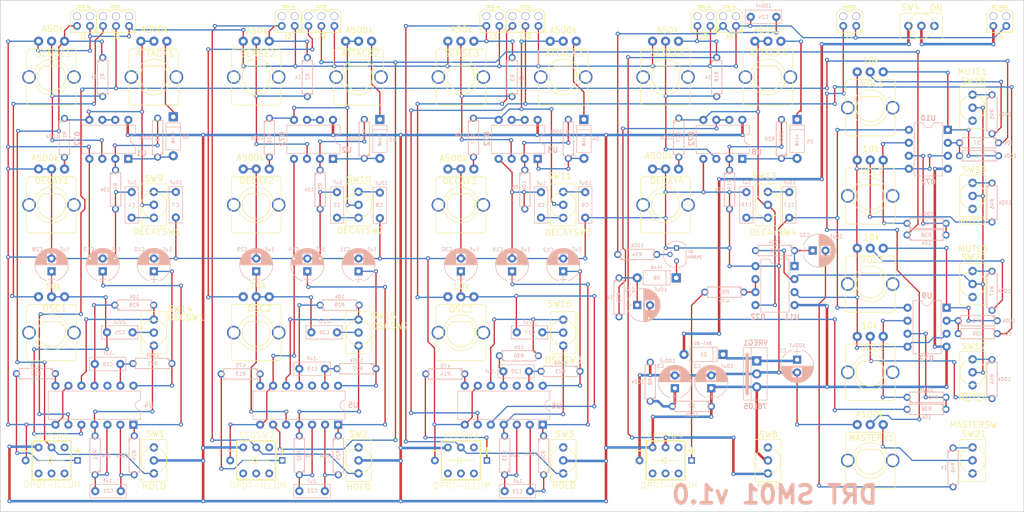
<source format=kicad_pcb>
(kicad_pcb (version 20170123) (host pcbnew "(2017-09-01 revision 8d1475135)-makepkg")
  (layers (0 F.Cu signal) (31 B.Cu signal) (34 B.Paste user) (35 F.Paste user) (36 B.SilkS user) (37 F.SilkS user hide) (38 B.Mask user) (39 F.Mask user) (44 Edge.Cuts user))
  (net 0 "")
  (net 1 "Net-(J7-Pad1)")
  (net 2 GND)
  (net 3 "Net-(C24-Pad1)")
  (net 4 "Net-(J5-Pad1)")
  (net 5 "Net-(J3-Pad1)")
  (net 6 "Net-(J2-Pad1)")
  (net 7 "Net-(J1-Pad1)")
  (net 8 "Net-(J4-Pad1)")
  (net 9 "Net-(D6-Pad1)")
  (net 10 "Net-(Q1-Pad2)")
  (net 11 "Net-(R49-Pad1)")
  (net 12 "Net-(MASTERV1-Pad1)")
  (net 13 "Net-(SW21-Pad3)")
  (net 14 "Net-(SW20-Pad3)")
  (net 15 "Net-(R48-Pad2)")
  (net 16 "Net-(R47-Pad1)")
  (net 17 "Net-(R46-Pad1)")
  (net 18 "Net-(SW19-Pad3)")
  (net 19 "Net-(SW18-Pad3)")
  (net 20 "Net-(R45-Pad1)")
  (net 21 "Net-(R44-Pad1)")
  (net 22 "Net-(SW17-Pad3)")
  (net 23 "Net-(R33-Pad2)")
  (net 24 "Net-(C27-Pad2)")
  (net 25 "Net-(R30-Pad2)")
  (net 26 "Net-(R29-Pad2)")
  (net 27 "Net-(C26-Pad2)")
  (net 28 "Net-(R32-Pad2)")
  (net 29 "Net-(R31-Pad2)")
  (net 30 "Net-(C25-Pad2)")
  (net 31 "Net-(R28-Pad2)")
  (net 32 "Net-(C17-Pad1)")
  (net 33 "Net-(ATTACK4-Pad2)")
  (net 34 "Net-(C16-Pad2)")
  (net 35 +5V)
  (net 36 "Net-(C9-Pad1)")
  (net 37 "Net-(ATTACK3-Pad2)")
  (net 38 "Net-(C6-Pad2)")
  (net 39 "Net-(C5-Pad2)")
  (net 40 "Net-(ATTACK2-Pad2)")
  (net 41 "Net-(C8-Pad1)")
  (net 42 "Net-(C7-Pad1)")
  (net 43 "Net-(ATTACK1-Pad2)")
  (net 44 "Net-(C4-Pad2)")
  (net 45 "Net-(SW8-Pad1)")
  (net 46 "Net-(SW4-Pad3)")
  (net 47 "Net-(D1-Pad2)")
  (net 48 "Net-(SW3-Pad1)")
  (net 49 "Net-(SW2-Pad1)")
  (net 50 "Net-(SW1-Pad1)")
  (net 51 "Net-(R42-Pad1)")
  (net 52 "Net-(R38-Pad2)")
  (net 53 "Net-(R37-Pad2)")
  (net 54 "Net-(R41-Pad1)")
  (net 55 "Net-(R40-Pad1)")
  (net 56 "Net-(R36-Pad1)")
  (net 57 "Net-(R39-Pad2)")
  (net 58 "Net-(C31-Pad2)")
  (net 59 "Net-(R35-Pad2)")
  (net 60 "Net-(C31-Pad1)")
  (net 61 "Net-(C23-Pad1)")
  (net 62 "Net-(C22-Pad1)")
  (net 63 "Net-(C21-Pad1)")
  (net 64 "Net-(C20-Pad1)")
  (net 65 "Net-(C19-Pad1)")
  (net 66 "Net-(C18-Pad1)")
  (net 67 "Net-(DECAY4-Pad1)")
  (net 68 "Net-(C15-Pad1)")
  (net 69 "Net-(C23-Pad2)")
  (net 70 "Net-(R43-Pad1)")
  (net 71 "Net-(R44-Pad2)")
  (net 72 "Net-(R45-Pad2)")
  (net 73 "Net-(R46-Pad2)")
  (net 74 "Net-(R47-Pad2)")
  (net 75 "Net-(C32-Pad1)")
  (net 76 "Net-(C32-Pad2)")
  (net 77 "Net-(C14-Pad1)")
  (net 78 "Net-(C22-Pad2)")
  (net 79 "Net-(C21-Pad2)")
  (net 80 "Net-(C13-Pad1)")
  (net 81 "Net-(C12-Pad1)")
  (net 82 "Net-(C20-Pad2)")
  (net 83 "Net-(C19-Pad2)")
  (net 84 "Net-(C11-Pad1)")
  (net 85 "Net-(C10-Pad1)")
  (net 86 "Net-(C18-Pad2)")
  (net 87 "Net-(R19-Pad1)")
  (net 88 "Net-(D5-Pad2)")
  (net 89 "Net-(DECAY1-Pad1)")
  (net 90 "Net-(R1-Pad2)")
  (net 91 "Net-(R2-Pad2)")
  (net 92 "Net-(R3-Pad2)")
  (net 93 "Net-(R4-Pad1)")
  (net 94 "Net-(R10-Pad2)")
  (net 95 "Net-(R11-Pad2)")
  (net 96 2.5V)
  (net 97 "Net-(D2-Pad2)")
  (net 98 "Net-(D3-Pad2)")
  (net 99 "Net-(D4-Pad2)")
  (net 100 "Net-(R12-Pad1)")
  (net 101 "Net-(R13-Pad1)")
  (net 102 "Net-(R14-Pad1)")
  (net 103 "Net-(R18-Pad2)")
  (net 104 "Net-(DECAY2-Pad1)")
  (net 105 "Net-(DECAY3-Pad1)")
  (net 106 "Net-(C1-Pad1)")
  (net 107 "Net-(C27-Pad1)")
  (net 108 "Net-(C26-Pad1)")
  (net 109 "Net-(C25-Pad1)")
  (net 110 2.5v)
  (net 111 "Net-(ATTACK2-Pad1)")
  (net 112 "Net-(ATTACK3-Pad1)")
  (net 113 "Net-(ATTACK4-Pad1)")
  (net 114 "Net-(ATTACK1-Pad1)")
  (net 115 "Net-(U1-Pad6)")
  (net 116 "Net-(U2-Pad6)")
  (net 117 "Net-(U3-Pad6)")
  (net 118 LED_AR)
  (net 119 "Net-(LEDSW3-Pad7)")
  (net 120 "Net-(LEDSW4-Pad7)")
  (net 121 "Net-(LEDSW2-Pad7)")
  (net 122 "Net-(LEDSW1-Pad7)")
  (net 123 "Net-(LEDSW2-Pad1)")
  (net 124 "Net-(LEDSW2-Pad4)")
  (net 125 "Net-(LEDSW2-Pad5)")
  (net 126 "Net-(LEDSW2-Pad6)")
  (net 127 "Net-(LEDSW1-Pad6)")
  (net 128 "Net-(LEDSW1-Pad5)")
  (net 129 "Net-(LEDSW1-Pad4)")
  (net 130 "Net-(LEDSW1-Pad1)")
  (net 131 "Net-(LEDSW3-Pad1)")
  (net 132 "Net-(LEDSW3-Pad4)")
  (net 133 "Net-(LEDSW3-Pad5)")
  (net 134 "Net-(LEDSW3-Pad6)")
  (net 135 "Net-(LEDSW4-Pad6)")
  (net 136 "Net-(LEDSW4-Pad5)")
  (net 137 "Net-(LEDSW4-Pad4)")
  (net 138 "Net-(LEDSW4-Pad1)")
  (net 139 "Net-(J10-Pad1)")
  (net 140 "Net-(J8-Pad1)")
  (net 141 "Net-(J9-Pad1)")
  (net 142 "Net-(J10-Pad2)")
  (net 143 "Net-(J8-Pad2)")
  (net 144 "Net-(J9-Pad2)")
  (module 4ms-footprints:Resistor_TH_300 (layer B.Cu) (at 100 -85 270)
    (fp_text reference R3 (at 0.164 -0.076 90) (layer B.SilkS) (effects (font (size 0.7 0.7) (thickness 0.1)) (justify mirror)))
    (fp_text value 1k (at 0.164 -1.854) (layer B.SilkS) (effects (font (size 0.7 0.7) (thickness 0.1)) (justify mirror)))
    (pad 1 thru_hole circle (at -3.81 0 270) (size 1.397 1.397) (drill 0.8128) (layers *.Cu *.Mask) (net 5 "Net-(J3-Pad1)"))
    (pad 2 thru_hole circle (at 3.81 0 270) (size 1.397 1.397) (drill 0.8128) (layers *.Cu *.Mask) (net 92 "Net-(R3-Pad2)"))
  )
  (module 4ms-footprints:DIP-14_W7.62mm (layer B.Cu) (at 26 -17 90)
    (fp_text reference U4 (at 3.828 3.083 180) (layer B.SilkS) (effects (justify mirror)))
    (fp_text value 7414)
    (pad 14 thru_hole oval (at 7.62 0 90) (size 1.6 1.6) (drill 0.8) (layers *.Cu *.Mask) (net 85 "Net-(C10-Pad1)"))
    (pad 7 thru_hole oval (at 0 -15.24 90) (size 1.6 1.6) (drill 0.8) (layers *.Cu *.Mask) (net 2 GND))
    (pad 13 thru_hole oval (at 7.62 -2.54 90) (size 1.6 1.6) (drill 0.8) (layers *.Cu *.Mask) (net 86 "Net-(C18-Pad2)"))
    (pad 6 thru_hole oval (at 0 -12.7 90) (size 1.6 1.6) (drill 0.8) (layers *.Cu *.Mask) (net 143 "Net-(J8-Pad2)"))
    (pad 12 thru_hole oval (at 7.62 -5.08 90) (size 1.6 1.6) (drill 0.8) (layers *.Cu *.Mask))
    (pad 5 thru_hole oval (at 0 -10.16 90) (size 1.6 1.6) (drill 0.8) (layers *.Cu *.Mask) (net 109 "Net-(C25-Pad1)"))
    (pad 11 thru_hole oval (at 7.62 -7.62 90) (size 1.6 1.6) (drill 0.8) (layers *.Cu *.Mask) (net 66 "Net-(C18-Pad1)"))
    (pad 4 thru_hole oval (at 0 -7.62 90) (size 1.6 1.6) (drill 0.8) (layers *.Cu *.Mask) (net 29 "Net-(R31-Pad2)"))
    (pad 10 thru_hole oval (at 7.62 -10.16 90) (size 1.6 1.6) (drill 0.8) (layers *.Cu *.Mask) (net 31 "Net-(R28-Pad2)"))
    (pad 3 thru_hole oval (at 0 -5.08 90) (size 1.6 1.6) (drill 0.8) (layers *.Cu *.Mask) (net 63 "Net-(C21-Pad1)"))
    (pad 9 thru_hole oval (at 7.62 -12.7 90) (size 1.6 1.6) (drill 0.8) (layers *.Cu *.Mask) (net 2 GND))
    (pad 2 thru_hole oval (at 0 -2.54 90) (size 1.6 1.6) (drill 0.8) (layers *.Cu *.Mask) (net 79 "Net-(C21-Pad2)"))
    (pad 8 thru_hole oval (at 7.62 -15.24 90) (size 1.6 1.6) (drill 0.8) (layers *.Cu *.Mask) (net 100 "Net-(R12-Pad1)"))
    (pad 1 thru_hole rect (at 0 0 90) (size 1.6 1.6) (drill 0.8) (layers *.Cu *.Mask) (net 80 "Net-(C13-Pad1)"))
  )
  (module 4ms-footprints:POT-9MM-ALPHA (layer F.Cu) (at 10 -60)
    (fp_text reference DECAY1 (at -3.396 -4.008) (layer F.SilkS) (effects (font (size 1.2065 1.2065) (thickness 0.1524)) (justify left bottom)))
    (fp_text value A500k (at -4.0945 -8.453) (layer F.SilkS) (effects (font (size 1.2065 1.2065) (thickness 0.1524)) (justify left bottom)))
    (pad 5 thru_hole circle (at -4.394363 -0.001843) (size 2.667 2.667) (drill 2.0574) (layers *.Cu *.Mask))
    (pad 4 thru_hole circle (at 4.394037 -0.001843) (size 2.667 2.667) (drill 2.0574) (layers *.Cu *.Mask))
    (pad 1 thru_hole circle (at 2.539837 -7.012243 270) (size 1.8034 1.8034) (drill 0.889) (layers *.Cu *.Mask) (net 89 "Net-(DECAY1-Pad1)"))
    (pad 2 thru_hole circle (at -0.000163 -7.012243 270) (size 1.8034 1.8034) (drill 0.889) (layers *.Cu *.Mask) (net 2 GND))
    (pad 3 thru_hole circle (at -2.540163 -7.012243 270) (size 1.8034 1.8034) (drill 0.889) (layers *.Cu *.Mask) (net 2 GND))
  )
  (module 4ms-footprints:POT-9MM-ALPHA (layer F.Cu) (at 10 -85)
    (fp_text reference SENSE1 (at -3.142 -3.9) (layer F.SilkS) (effects (font (size 1.2065 1.2065) (thickness 0.1524)) (justify left bottom)))
    (fp_text value A50k (at -1.999 -8.726) (layer F.SilkS) (effects (font (size 1.2065 1.2065) (thickness 0.1524)) (justify left bottom)))
    (pad 3 thru_hole circle (at -2.540163 -7.012243 270) (size 1.8034 1.8034) (drill 0.889) (layers *.Cu *.Mask) (net 2 GND))
    (pad 2 thru_hole circle (at -0.000163 -7.012243 270) (size 1.8034 1.8034) (drill 0.889) (layers *.Cu *.Mask) (net 90 "Net-(R1-Pad2)"))
    (pad 1 thru_hole circle (at 2.539837 -7.012243 270) (size 1.8034 1.8034) (drill 0.889) (layers *.Cu *.Mask) (net 7 "Net-(J1-Pad1)"))
    (pad 4 thru_hole circle (at 4.394037 -0.001843) (size 2.667 2.667) (drill 2.0574) (layers *.Cu *.Mask))
    (pad 5 thru_hole circle (at -4.394363 -0.001843) (size 2.667 2.667) (drill 2.0574) (layers *.Cu *.Mask))
  )
  (module zfoot:Jack_Instrument_exp (layer F.Cu) (at 62.738 -94.996)
    (fp_text reference J9 (at 0 2.0955) (layer F.SilkS))
    (fp_text value EXP2 (at 0 -3.7465) (layer F.SilkS) (effects (font (size 0.5 0.5) (thickness 0.125))))
    (fp_text user STRAIN (at -1.27 -2.794) (layer F.SilkS) (effects (font (size 0.25 0.25) (thickness 0.0625))))
    (fp_text user S (at 3.5 0.85) (layer F.SilkS) (effects (font (size 0.5 0.5) (thickness 0.125))))
    (fp_text user T (at -3.5 0.875) (layer F.SilkS) (effects (font (size 0.5 0.5) (thickness 0.125))))
    (fp_text user R (at -0.725 0.875) (layer F.SilkS) (effects (font (size 0.5 0.5) (thickness 0.125))))
    (fp_text user STRAIN (at 1.27 -2.794) (layer F.SilkS) (effects (font (size 0.25 0.25) (thickness 0.0625))))
    (pad "" thru_hole circle (at 0 -1.905) (size 1.524 1.524) (drill 1.4) (layers *.Cu *.Mask))
    (pad "" thru_hole circle (at -2.54 -1.905) (size 1.524 1.524) (drill 1.4) (layers *.Cu *.Mask))
    (pad 2 thru_hole circle (at 0 0) (size 1.524 1.524) (drill 0.85) (layers *.Cu *.Mask) (net 144 "Net-(J9-Pad2)"))
    (pad 1 thru_hole circle (at -2.54 0) (size 1.524 1.524) (drill 0.85) (layers *.Cu *.Mask) (net 141 "Net-(J9-Pad1)"))
    (pad 3 thru_hole circle (at 2.54 0) (size 1.524 1.524) (drill 0.85) (layers *.Cu *.Mask) (net 2 GND))
    (pad "" thru_hole circle (at 2.54 -1.905) (size 1.524 1.524) (drill 1.4) (layers *.Cu *.Mask))
  )
  (module zfoot:Jack_Instrument_exp (layer F.Cu) (at 22.606 -94.996)
    (fp_text reference J8 (at 0 2.0955) (layer F.SilkS))
    (fp_text value EXP1 (at 0 -3.7465) (layer F.SilkS) (effects (font (size 0.5 0.5) (thickness 0.125))))
    (fp_text user STRAIN (at 1.27 -2.794) (layer F.SilkS) (effects (font (size 0.25 0.25) (thickness 0.0625))))
    (fp_text user R (at -0.725 0.875) (layer F.SilkS) (effects (font (size 0.5 0.5) (thickness 0.125))))
    (fp_text user T (at -3.5 0.875) (layer F.SilkS) (effects (font (size 0.5 0.5) (thickness 0.125))))
    (fp_text user S (at 3.5 0.85) (layer F.SilkS) (effects (font (size 0.5 0.5) (thickness 0.125))))
    (fp_text user STRAIN (at -1.27 -2.794) (layer F.SilkS) (effects (font (size 0.25 0.25) (thickness 0.0625))))
    (pad "" thru_hole circle (at 2.54 -1.905) (size 1.524 1.524) (drill 1.4) (layers *.Cu *.Mask))
    (pad 3 thru_hole circle (at 2.54 0) (size 1.524 1.524) (drill 0.85) (layers *.Cu *.Mask) (net 2 GND))
    (pad 1 thru_hole circle (at -2.54 0) (size 1.524 1.524) (drill 0.85) (layers *.Cu *.Mask) (net 140 "Net-(J8-Pad1)"))
    (pad 2 thru_hole circle (at 0 0) (size 1.524 1.524) (drill 0.85) (layers *.Cu *.Mask) (net 143 "Net-(J8-Pad2)"))
    (pad "" thru_hole circle (at -2.54 -1.905) (size 1.524 1.524) (drill 1.4) (layers *.Cu *.Mask))
    (pad "" thru_hole circle (at 0 -1.905) (size 1.524 1.524) (drill 1.4) (layers *.Cu *.Mask))
  )
  (module zfoot:Jack_Instrument_exp (layer F.Cu) (at 102.616 -94.996)
    (fp_text reference J10 (at 0 2.0955) (layer F.SilkS))
    (fp_text value EXP3 (at 0 -3.7465) (layer F.SilkS) (effects (font (size 0.5 0.5) (thickness 0.125))))
    (fp_text user STRAIN (at -1.27 -2.794) (layer F.SilkS) (effects (font (size 0.25 0.25) (thickness 0.0625))))
    (fp_text user S (at 3.5 0.85) (layer F.SilkS) (effects (font (size 0.5 0.5) (thickness 0.125))))
    (fp_text user T (at -3.5 0.875) (layer F.SilkS) (effects (font (size 0.5 0.5) (thickness 0.125))))
    (fp_text user R (at -0.725 0.875) (layer F.SilkS) (effects (font (size 0.5 0.5) (thickness 0.125))))
    (fp_text user STRAIN (at 1.27 -2.794) (layer F.SilkS) (effects (font (size 0.25 0.25) (thickness 0.0625))))
    (pad "" thru_hole circle (at 0 -1.905) (size 1.524 1.524) (drill 1.4) (layers *.Cu *.Mask))
    (pad "" thru_hole circle (at -2.54 -1.905) (size 1.524 1.524) (drill 1.4) (layers *.Cu *.Mask))
    (pad 2 thru_hole circle (at 0 0) (size 1.524 1.524) (drill 0.85) (layers *.Cu *.Mask) (net 142 "Net-(J10-Pad2)"))
    (pad 1 thru_hole circle (at -2.54 0) (size 1.524 1.524) (drill 0.85) (layers *.Cu *.Mask) (net 139 "Net-(J10-Pad1)"))
    (pad 3 thru_hole circle (at 2.54 0) (size 1.524 1.524) (drill 0.85) (layers *.Cu *.Mask) (net 2 GND))
    (pad "" thru_hole circle (at 2.54 -1.905) (size 1.524 1.524) (drill 1.4) (layers *.Cu *.Mask))
  )
  (module 4ms-footprints:BUTTON-LED-PB61303 (layer F.Cu) (at 130 -10)
    (fp_text reference LEDSW4 (at -3.5715 -4.1605) (layer F.SilkS) (effects (font (size 1.2065 1.2065) (thickness 0.1016)) (justify left bottom)))
    (fp_text value DPDT-ILLUM (at -4.9685 5.6185) (layer F.SilkS) (effects (font (size 1.2065 1.2065) (thickness 0.1016)) (justify left bottom)))
    (pad 7 thru_hole rect (at 5.08 0) (size 1.27 1.27) (drill 0.8) (layers *.Cu *.Mask) (net 120 "Net-(LEDSW4-Pad7)"))
    (pad 8 thru_hole circle (at -5.08 0) (size 1.524 1.524) (drill 0.8) (layers *.Cu *.Mask) (net 2 GND))
    (pad 6 thru_hole circle (at -2.54 2.54) (size 1.524 1.524) (drill 0.8) (layers *.Cu *.Mask) (net 135 "Net-(LEDSW4-Pad6)"))
    (pad 5 thru_hole circle (at 0 2.54) (size 1.524 1.524) (drill 0.8) (layers *.Cu *.Mask) (net 136 "Net-(LEDSW4-Pad5)"))
    (pad 4 thru_hole circle (at 2.54 2.54) (size 1.524 1.524) (drill 0.8) (layers *.Cu *.Mask) (net 137 "Net-(LEDSW4-Pad4)"))
    (pad 3 thru_hole circle (at -2.54 -2.54) (size 1.524 1.524) (drill 0.8) (layers *.Cu *.Mask) (net 35 +5V))
    (pad 2 thru_hole circle (at 0 -2.54) (size 1.524 1.524) (drill 0.8) (layers *.Cu *.Mask) (net 4 "Net-(J5-Pad1)"))
    (pad 1 thru_hole circle (at 2.54 -2.54) (size 1.524 1.524) (drill 0.8) (layers *.Cu *.Mask) (net 138 "Net-(LEDSW4-Pad1)"))
  )
  (module 4ms-footprints:BUTTON-LED-PB61303 (layer F.Cu) (at 90 -10)
    (fp_text reference LEDSW3 (at -3.4495 -4.224) (layer F.SilkS) (effects (font (size 1.2065 1.2065) (thickness 0.1016)) (justify left bottom)))
    (fp_text value DPDT-ILLUM (at -5.418 5.6185) (layer F.SilkS) (effects (font (size 1.2065 1.2065) (thickness 0.1016)) (justify left bottom)))
    (pad 1 thru_hole circle (at 2.54 -2.54) (size 1.524 1.524) (drill 0.8) (layers *.Cu *.Mask) (net 131 "Net-(LEDSW3-Pad1)"))
    (pad 2 thru_hole circle (at 0 -2.54) (size 1.524 1.524) (drill 0.8) (layers *.Cu *.Mask) (net 5 "Net-(J3-Pad1)"))
    (pad 3 thru_hole circle (at -2.54 -2.54) (size 1.524 1.524) (drill 0.8) (layers *.Cu *.Mask) (net 35 +5V))
    (pad 4 thru_hole circle (at 2.54 2.54) (size 1.524 1.524) (drill 0.8) (layers *.Cu *.Mask) (net 132 "Net-(LEDSW3-Pad4)"))
    (pad 5 thru_hole circle (at 0 2.54) (size 1.524 1.524) (drill 0.8) (layers *.Cu *.Mask) (net 133 "Net-(LEDSW3-Pad5)"))
    (pad 6 thru_hole circle (at -2.54 2.54) (size 1.524 1.524) (drill 0.8) (layers *.Cu *.Mask) (net 134 "Net-(LEDSW3-Pad6)"))
    (pad 8 thru_hole circle (at -5.08 0) (size 1.524 1.524) (drill 0.8) (layers *.Cu *.Mask) (net 2 GND))
    (pad 7 thru_hole rect (at 5.08 0) (size 1.27 1.27) (drill 0.8) (layers *.Cu *.Mask) (net 119 "Net-(LEDSW3-Pad7)"))
  )
  (module 4ms-footprints:BUTTON-LED-PB61303 (layer F.Cu) (at 10 -10)
    (fp_text reference LEDSW1 (at -3.523 -4.224) (layer F.SilkS) (effects (font (size 1.2065 1.2065) (thickness 0.1016)) (justify left bottom)))
    (fp_text value DPDT-ILLUM (at -5.555 5.428) (layer F.SilkS) (effects (font (size 1.2065 1.2065) (thickness 0.1016)) (justify left bottom)))
    (pad 7 thru_hole rect (at 5.08 0) (size 1.27 1.27) (drill 0.8) (layers *.Cu *.Mask) (net 122 "Net-(LEDSW1-Pad7)"))
    (pad 8 thru_hole circle (at -5.08 0) (size 1.524 1.524) (drill 0.8) (layers *.Cu *.Mask) (net 2 GND))
    (pad 6 thru_hole circle (at -2.54 2.54) (size 1.524 1.524) (drill 0.8) (layers *.Cu *.Mask) (net 127 "Net-(LEDSW1-Pad6)"))
    (pad 5 thru_hole circle (at 0 2.54) (size 1.524 1.524) (drill 0.8) (layers *.Cu *.Mask) (net 128 "Net-(LEDSW1-Pad5)"))
    (pad 4 thru_hole circle (at 2.54 2.54) (size 1.524 1.524) (drill 0.8) (layers *.Cu *.Mask) (net 129 "Net-(LEDSW1-Pad4)"))
    (pad 3 thru_hole circle (at -2.54 -2.54) (size 1.524 1.524) (drill 0.8) (layers *.Cu *.Mask) (net 35 +5V))
    (pad 2 thru_hole circle (at 0 -2.54) (size 1.524 1.524) (drill 0.8) (layers *.Cu *.Mask) (net 7 "Net-(J1-Pad1)"))
    (pad 1 thru_hole circle (at 2.54 -2.54) (size 1.524 1.524) (drill 0.8) (layers *.Cu *.Mask) (net 130 "Net-(LEDSW1-Pad1)"))
  )
  (module 4ms-footprints:BUTTON-LED-PB61303 (layer F.Cu) (at 50 -10)
    (fp_text reference LEDSW2 (at -3.391 -4.224) (layer F.SilkS) (effects (font (size 1.2065 1.2065) (thickness 0.1016)) (justify left bottom)))
    (fp_text value DPDT-ILLUM (at -5.296 5.6185) (layer F.SilkS) (effects (font (size 1.2065 1.2065) (thickness 0.1016)) (justify left bottom)))
    (pad 1 thru_hole circle (at 2.54 -2.54) (size 1.524 1.524) (drill 0.8) (layers *.Cu *.Mask) (net 123 "Net-(LEDSW2-Pad1)"))
    (pad 2 thru_hole circle (at 0 -2.54) (size 1.524 1.524) (drill 0.8) (layers *.Cu *.Mask) (net 6 "Net-(J2-Pad1)"))
    (pad 3 thru_hole circle (at -2.54 -2.54) (size 1.524 1.524) (drill 0.8) (layers *.Cu *.Mask) (net 35 +5V))
    (pad 4 thru_hole circle (at 2.54 2.54) (size 1.524 1.524) (drill 0.8) (layers *.Cu *.Mask) (net 124 "Net-(LEDSW2-Pad4)"))
    (pad 5 thru_hole circle (at 0 2.54) (size 1.524 1.524) (drill 0.8) (layers *.Cu *.Mask) (net 125 "Net-(LEDSW2-Pad5)"))
    (pad 6 thru_hole circle (at -2.54 2.54) (size 1.524 1.524) (drill 0.8) (layers *.Cu *.Mask) (net 126 "Net-(LEDSW2-Pad6)"))
    (pad 8 thru_hole circle (at -5.08 0) (size 1.524 1.524) (drill 0.8) (layers *.Cu *.Mask) (net 2 GND))
    (pad 7 thru_hole rect (at 5.08 0) (size 1.27 1.27) (drill 0.8) (layers *.Cu *.Mask) (net 121 "Net-(LEDSW2-Pad7)"))
  )
  (module 4ms-footprints:Resistor_TH_300 (layer B.Cu) (at 141.478 -42.926 180)
    (fp_text reference R50 (at 0 0 180) (layer B.SilkS) (effects (font (size 0.7 0.7) (thickness 0.1)) (justify mirror)))
    (fp_text value 470 (at 0 -1.778 180) (layer B.SilkS) (effects (font (size 0.7 0.7) (thickness 0.1)) (justify mirror)))
    (pad 1 thru_hole circle (at -3.81 0 180) (size 1.397 1.397) (drill 0.8128) (layers *.Cu *.Mask) (net 118 LED_AR))
    (pad 2 thru_hole circle (at 3.81 0 180) (size 1.397 1.397) (drill 0.8128) (layers *.Cu *.Mask) (net 120 "Net-(LEDSW4-Pad7)"))
  )
  (module 4ms-footprints:Cap_Ceramic_TH (layer B.Cu) (at 18.45 -28.86)
    (fp_text reference C18 (at 2.54 0.031) (layer B.SilkS) (effects (font (size 0.7 0.7) (thickness 0.1)) (justify mirror)))
    (fp_text value .1uF (at 2.632 -2.128) (layer B.SilkS) (effects (font (size 0.7 0.7) (thickness 0.1)) (justify mirror)))
    (pad 2 thru_hole circle (at 5 0) (size 1.6 1.6) (drill 0.8) (layers *.Cu *.Mask) (net 86 "Net-(C18-Pad2)"))
    (pad 1 thru_hole circle (at 0 0) (size 1.6 1.6) (drill 0.8) (layers *.Cu *.Mask) (net 66 "Net-(C18-Pad1)"))
  )
  (module 4ms-footprints:Cap_Ceramic_TH (layer B.Cu) (at 100.918 -35.052)
    (fp_text reference C27 (at 2.587 0) (layer B.SilkS) (effects (font (size 0.7 0.7) (thickness 0.1)) (justify mirror)))
    (fp_text value .22uF (at 2.54 -2.032) (layer B.SilkS) (effects (font (size 0.7 0.7) (thickness 0.1)) (justify mirror)))
    (pad 1 thru_hole circle (at 0 0) (size 1.6 1.6) (drill 0.8) (layers *.Cu *.Mask) (net 107 "Net-(C27-Pad1)"))
    (pad 2 thru_hole circle (at 5 0) (size 1.6 1.6) (drill 0.8) (layers *.Cu *.Mask) (net 24 "Net-(C27-Pad2)"))
  )
  (module 4ms-footprints:Cap_Ceramic_TH (layer B.Cu) (at 60.786 -35.052)
    (fp_text reference C26 (at 2.54 0) (layer B.SilkS) (effects (font (size 0.7 0.7) (thickness 0.1)) (justify mirror)))
    (fp_text value .22uF (at 2.54 -2.159) (layer B.SilkS) (effects (font (size 0.7 0.7) (thickness 0.1)) (justify mirror)))
    (pad 2 thru_hole circle (at 5 0) (size 1.6 1.6) (drill 0.8) (layers *.Cu *.Mask) (net 27 "Net-(C26-Pad2)"))
    (pad 1 thru_hole circle (at 0 0) (size 1.6 1.6) (drill 0.8) (layers *.Cu *.Mask) (net 108 "Net-(C26-Pad1)"))
  )
  (module 4ms-footprints:Cap_Ceramic_TH (layer B.Cu) (at 20.828 -35.052)
    (fp_text reference C25 (at 2.54 0) (layer B.SilkS) (effects (font (size 0.7 0.7) (thickness 0.1)) (justify mirror)))
    (fp_text value .22uF (at 2.54 -2.032) (layer B.SilkS) (effects (font (size 0.7 0.7) (thickness 0.1)) (justify mirror)))
    (pad 1 thru_hole circle (at 0 0) (size 1.6 1.6) (drill 0.8) (layers *.Cu *.Mask) (net 109 "Net-(C25-Pad1)"))
    (pad 2 thru_hole circle (at 5 0) (size 1.6 1.6) (drill 0.8) (layers *.Cu *.Mask) (net 30 "Net-(C25-Pad2)"))
  )
  (module 4ms-footprints:Cap_Ceramic_TH (layer B.Cu) (at 151.638 -96.774 180)
    (fp_text reference C24 (at 2.54 0 180) (layer B.SilkS) (effects (font (size 0.7 0.7) (thickness 0.1)) (justify mirror)))
    (fp_text value 100nF (at 2.54 2.159 180) (layer B.SilkS) (effects (font (size 0.7 0.7) (thickness 0.1)) (justify mirror)))
    (pad 2 thru_hole circle (at 5 0 180) (size 1.6 1.6) (drill 0.8) (layers *.Cu *.Mask) (net 2 GND))
    (pad 1 thru_hole circle (at 0 0 180) (size 1.6 1.6) (drill 0.8) (layers *.Cu *.Mask) (net 3 "Net-(C24-Pad1)"))
  )
  (module 4ms-footprints:Cap_Ceramic_TH (layer B.Cu) (at 98.552 -4)
    (fp_text reference C23 (at 2.54 0.063) (layer B.SilkS) (effects (font (size 0.7 0.7) (thickness 0.1)) (justify mirror)))
    (fp_text value .1uF (at 2.667 -1.969) (layer B.SilkS) (effects (font (size 0.7 0.7) (thickness 0.1)) (justify mirror)))
    (pad 1 thru_hole circle (at 0 0) (size 1.6 1.6) (drill 0.8) (layers *.Cu *.Mask) (net 61 "Net-(C23-Pad1)"))
    (pad 2 thru_hole circle (at 5 0) (size 1.6 1.6) (drill 0.8) (layers *.Cu *.Mask) (net 69 "Net-(C23-Pad2)"))
  )
  (module 4ms-footprints:Cap_Ceramic_TH (layer B.Cu) (at 58.42 -4)
    (fp_text reference C22 (at 2.54 -0.064) (layer B.SilkS) (effects (font (size 0.7 0.7) (thickness 0.1)) (justify mirror)))
    (fp_text value .1uF (at 2.54 -1.969) (layer B.SilkS) (effects (font (size 0.7 0.7) (thickness 0.1)) (justify mirror)))
    (pad 2 thru_hole circle (at 5 0) (size 1.6 1.6) (drill 0.8) (layers *.Cu *.Mask) (net 78 "Net-(C22-Pad2)"))
    (pad 1 thru_hole circle (at 0 0) (size 1.6 1.6) (drill 0.8) (layers *.Cu *.Mask) (net 62 "Net-(C22-Pad1)"))
  )
  (module 4ms-footprints:Cap_Ceramic_TH (layer B.Cu) (at 18.542 -4)
    (fp_text reference C21 (at 2.54 -0.064) (layer B.SilkS) (effects (font (size 0.7 0.7) (thickness 0.1)) (justify mirror)))
    (fp_text value .1uF (at 2.54 -2.096) (layer B.SilkS) (effects (font (size 0.7 0.7) (thickness 0.1)) (justify mirror)))
    (pad 1 thru_hole circle (at 0 0) (size 1.6 1.6) (drill 0.8) (layers *.Cu *.Mask) (net 63 "Net-(C21-Pad1)"))
    (pad 2 thru_hole circle (at 5 0) (size 1.6 1.6) (drill 0.8) (layers *.Cu *.Mask) (net 79 "Net-(C21-Pad2)"))
  )
  (module 4ms-footprints:Cap_Ceramic_TH (layer B.Cu) (at 98.298 -27.432)
    (fp_text reference C20 (at 2.54 0) (layer B.SilkS) (effects (font (size 0.7 0.7) (thickness 0.1)) (justify mirror)))
    (fp_text value .1uF (at -2.54 0) (layer B.SilkS) (effects (font (size 0.7 0.7) (thickness 0.1)) (justify mirror)))
    (pad 2 thru_hole circle (at 5 0) (size 1.6 1.6) (drill 0.8) (layers *.Cu *.Mask) (net 82 "Net-(C20-Pad2)"))
    (pad 1 thru_hole circle (at 0 0) (size 1.6 1.6) (drill 0.8) (layers *.Cu *.Mask) (net 64 "Net-(C20-Pad1)"))
  )
  (module 4ms-footprints:Cap_Ceramic_TH (layer B.Cu) (at 58.42 -27.94)
    (fp_text reference C19 (at 2.54 0) (layer B.SilkS) (effects (font (size 0.7 0.7) (thickness 0.1)) (justify mirror)))
    (fp_text value .1uF (at 2.54 -2.032) (layer B.SilkS) (effects (font (size 0.7 0.7) (thickness 0.1)) (justify mirror)))
    (pad 1 thru_hole circle (at 0 0) (size 1.6 1.6) (drill 0.8) (layers *.Cu *.Mask) (net 65 "Net-(C19-Pad1)"))
    (pad 2 thru_hole circle (at 5 0) (size 1.6 1.6) (drill 0.8) (layers *.Cu *.Mask) (net 83 "Net-(C19-Pad2)"))
  )
  (module 4ms-footprints:Cap_Ceramic_TH (layer B.Cu) (at 154.178 -62.484 270)
    (fp_text reference C17 (at 2.54 0) (layer B.SilkS) (effects (font (size 0.7 0.7) (thickness 0.1)) (justify mirror)))
    (fp_text value 10uF (at -1.905 0) (layer B.SilkS) (effects (font (size 0.7 0.7) (thickness 0.1)) (justify mirror)))
    (pad 2 thru_hole circle (at 5 0 270) (size 1.6 1.6) (drill 0.8) (layers *.Cu *.Mask) (net 2 GND))
    (pad 1 thru_hole circle (at 0 0 270) (size 1.6 1.6) (drill 0.8) (layers *.Cu *.Mask) (net 32 "Net-(C17-Pad1)"))
  )
  (module 4ms-footprints:Cap_Ceramic_TH (layer B.Cu) (at 145.796 -62.484 270)
    (fp_text reference C16 (at 2.413 0) (layer B.SilkS) (effects (font (size 0.7 0.7) (thickness 0.1)) (justify mirror)))
    (fp_text value 1uF (at -1.905 0) (layer B.SilkS) (effects (font (size 0.7 0.7) (thickness 0.1)) (justify mirror)))
    (pad 1 thru_hole circle (at 0 0 270) (size 1.6 1.6) (drill 0.8) (layers *.Cu *.Mask) (net 2 GND))
    (pad 2 thru_hole circle (at 5 0 270) (size 1.6 1.6) (drill 0.8) (layers *.Cu *.Mask) (net 34 "Net-(C16-Pad2)"))
  )
  (module 4ms-footprints:Cap_Ceramic_TH (layer B.Cu) (at 114.3 -62.484 270)
    (fp_text reference C9 (at 2.54 0) (layer B.SilkS) (effects (font (size 0.7 0.7) (thickness 0.1)) (justify mirror)))
    (fp_text value 10uF (at -1.778 0) (layer B.SilkS) (effects (font (size 0.7 0.7) (thickness 0.1)) (justify mirror)))
    (pad 2 thru_hole circle (at 5 0 270) (size 1.6 1.6) (drill 0.8) (layers *.Cu *.Mask) (net 2 GND))
    (pad 1 thru_hole circle (at 0 0 270) (size 1.6 1.6) (drill 0.8) (layers *.Cu *.Mask) (net 36 "Net-(C9-Pad1)"))
  )
  (module 4ms-footprints:Cap_Ceramic_TH (layer B.Cu) (at 74.168 -62.404 270)
    (fp_text reference C8 (at 2.46 0.127) (layer B.SilkS) (effects (font (size 0.7 0.7) (thickness 0.1)) (justify mirror)))
    (fp_text value 10uF (at -1.858 -0.254) (layer B.SilkS) (effects (font (size 0.7 0.7) (thickness 0.1)) (justify mirror)))
    (pad 1 thru_hole circle (at 0 0 270) (size 1.6 1.6) (drill 0.8) (layers *.Cu *.Mask) (net 41 "Net-(C8-Pad1)"))
    (pad 2 thru_hole circle (at 5 0 270) (size 1.6 1.6) (drill 0.8) (layers *.Cu *.Mask) (net 2 GND))
  )
  (module 4ms-footprints:Cap_Ceramic_TH (layer B.Cu) (at 34.29 -62.52 270)
    (fp_text reference C7 (at 2.576 0) (layer B.SilkS) (effects (font (size 0.7 0.7) (thickness 0.1)) (justify mirror)))
    (fp_text value 10uF (at -1.869 0) (layer B.SilkS) (effects (font (size 0.7 0.7) (thickness 0.1)) (justify mirror)))
    (pad 2 thru_hole circle (at 5 0 270) (size 1.6 1.6) (drill 0.8) (layers *.Cu *.Mask) (net 2 GND))
    (pad 1 thru_hole circle (at 0 0 270) (size 1.6 1.6) (drill 0.8) (layers *.Cu *.Mask) (net 42 "Net-(C7-Pad1)"))
  )
  (module 4ms-footprints:Cap_Ceramic_TH (layer B.Cu) (at 105.664 -62.484 270)
    (fp_text reference C6 (at 2.54 0) (layer B.SilkS) (effects (font (size 0.7 0.7) (thickness 0.1)) (justify mirror)))
    (fp_text value 1uF (at -1.778 0) (layer B.SilkS) (effects (font (size 0.7 0.7) (thickness 0.1)) (justify mirror)))
    (pad 1 thru_hole circle (at 0 0 270) (size 1.6 1.6) (drill 0.8) (layers *.Cu *.Mask) (net 2 GND))
    (pad 2 thru_hole circle (at 5 0 270) (size 1.6 1.6) (drill 0.8) (layers *.Cu *.Mask) (net 38 "Net-(C6-Pad2)"))
  )
  (module 4ms-footprints:Cap_Ceramic_TH (layer B.Cu) (at 65.786 -62.484 270)
    (fp_text reference C5 (at 2.54 0) (layer B.SilkS) (effects (font (size 0.7 0.7) (thickness 0.1)) (justify mirror)))
    (fp_text value 1uF (at -1.905 -0.127) (layer B.SilkS) (effects (font (size 0.7 0.7) (thickness 0.1)) (justify mirror)))
    (pad 2 thru_hole circle (at 5 0 270) (size 1.6 1.6) (drill 0.8) (layers *.Cu *.Mask) (net 39 "Net-(C5-Pad2)"))
    (pad 1 thru_hole circle (at 0 0 270) (size 1.6 1.6) (drill 0.8) (layers *.Cu *.Mask) (net 2 GND))
  )
  (module 4ms-footprints:Cap_Ceramic_TH (layer B.Cu) (at 25.654 -62.484 270)
    (fp_text reference C4 (at 2.54 0) (layer B.SilkS) (effects (font (size 0.7 0.7) (thickness 0.1)) (justify mirror)))
    (fp_text value 1uF (at -1.905 0) (layer B.SilkS) (effects (font (size 0.7 0.7) (thickness 0.1)) (justify mirror)))
    (pad 1 thru_hole circle (at 0 0 270) (size 1.6 1.6) (drill 0.8) (layers *.Cu *.Mask) (net 2 GND))
    (pad 2 thru_hole circle (at 5 0 270) (size 1.6 1.6) (drill 0.8) (layers *.Cu *.Mask) (net 44 "Net-(C4-Pad2)"))
  )
  (module 4ms-footprints:Cap_Electrolytic_TH (layer B.Cu) (at 155.702 -29.718 270)
    (fp_text reference C1 (at -1.778 2.794) (layer B.SilkS) (effects (font (size 0.7 0.7) (thickness 0.1)) (justify mirror)))
    (fp_text value 100uF (at -2.794 0) (layer B.SilkS) (effects (font (size 0.7 0.7) (thickness 0.1)) (justify mirror)))
    (pad 2 thru_hole circle (at 2.5 0 270) (size 1.6 1.6) (drill 0.8) (layers *.Cu *.Mask) (net 2 GND))
    (pad 1 thru_hole rect (at 0 0 270) (size 1.6 1.6) (drill 0.8) (layers *.Cu *.Mask) (net 106 "Net-(C1-Pad1)"))
  )
  (module 4ms-footprints:Cap_Electrolytic_TH (layer B.Cu) (at 138.938 -24.13 90)
    (fp_text reference C2 (at 4.318 -2.794 180) (layer B.SilkS) (effects (font (size 0.7 0.7) (thickness 0.1)) (justify mirror)))
    (fp_text value 10uF (at 4.318 3.048 180) (layer B.SilkS) (effects (font (size 0.7 0.7) (thickness 0.1)) (justify mirror)))
    (pad 1 thru_hole rect (at 0 0 90) (size 1.6 1.6) (drill 0.8) (layers *.Cu *.Mask) (net 35 +5V))
    (pad 2 thru_hole circle (at 2.5 0 90) (size 1.6 1.6) (drill 0.8) (layers *.Cu *.Mask) (net 2 GND))
  )
  (module 4ms-footprints:Cap_Electrolytic_TH (layer B.Cu) (at 131.826 -24.13 90)
    (fp_text reference C3 (at 4.318 -2.794 180) (layer B.SilkS) (effects (font (size 0.7 0.7) (thickness 0.1)) (justify mirror)))
    (fp_text value 100uF (at 5.334 -1.524 180) (layer B.SilkS) (effects (font (size 0.7 0.7) (thickness 0.1)) (justify mirror)))
    (pad 2 thru_hole circle (at 2.5 0 90) (size 1.6 1.6) (drill 0.8) (layers *.Cu *.Mask) (net 2 GND))
    (pad 1 thru_hole rect (at 0 0 90) (size 1.6 1.6) (drill 0.8) (layers *.Cu *.Mask) (net 96 2.5V))
  )
  (module 4ms-footprints:Cap_Electrolytic_TH (layer B.Cu) (at 10 -47 90)
    (fp_text reference C28 (at 4.308 -2.761 180) (layer B.SilkS) (effects (font (size 0.7 0.7) (thickness 0.1)) (justify mirror)))
    (fp_text value 1uF (at 4.308 2.573 180) (layer B.SilkS) (effects (font (size 0.7 0.7) (thickness 0.1)) (justify mirror)))
    (pad 1 thru_hole rect (at 0 0 90) (size 1.6 1.6) (drill 0.8) (layers *.Cu *.Mask) (net 109 "Net-(C25-Pad1)"))
    (pad 2 thru_hole circle (at 2.5 0 90) (size 1.6 1.6) (drill 0.8) (layers *.Cu *.Mask) (net 2 GND))
  )
  (module 4ms-footprints:Cap_Electrolytic_TH (layer B.Cu) (at 90 -47 90)
    (fp_text reference C30 (at 4.308 -2.751 180) (layer B.SilkS) (effects (font (size 0.7 0.7) (thickness 0.1)) (justify mirror)))
    (fp_text value 1uF (at 4.308 2.583 180) (layer B.SilkS) (effects (font (size 0.7 0.7) (thickness 0.1)) (justify mirror)))
    (pad 2 thru_hole circle (at 2.5 0 90) (size 1.6 1.6) (drill 0.8) (layers *.Cu *.Mask) (net 2 GND))
    (pad 1 thru_hole rect (at 0 0 90) (size 1.6 1.6) (drill 0.8) (layers *.Cu *.Mask) (net 107 "Net-(C27-Pad1)"))
  )
  (module 4ms-footprints:Cap_Electrolytic_TH (layer B.Cu) (at 124.46 -40.386)
    (fp_text reference C31 (at -1.524 -3.048) (layer B.SilkS) (effects (font (size 0.7 0.7) (thickness 0.1)) (justify mirror)))
    (fp_text value 10uF (at 4.572 -3.048) (layer B.SilkS) (effects (font (size 0.7 0.7) (thickness 0.1)) (justify mirror)))
    (pad 1 thru_hole rect (at 0 0) (size 1.6 1.6) (drill 0.8) (layers *.Cu *.Mask) (net 60 "Net-(C31-Pad1)"))
    (pad 2 thru_hole circle (at 2.5 0) (size 1.6 1.6) (drill 0.8) (layers *.Cu *.Mask) (net 58 "Net-(C31-Pad2)"))
  )
  (module 4ms-footprints:Cap_Electrolytic_TH (layer B.Cu) (at 158.75 -51.054)
    (fp_text reference C32 (at -1.524 -3.048) (layer B.SilkS) (effects (font (size 0.7 0.7) (thickness 0.1)) (justify mirror)))
    (fp_text value 10uF (at 4.572 -2.794) (layer B.SilkS) (effects (font (size 0.7 0.7) (thickness 0.1)) (justify mirror)))
    (pad 2 thru_hole circle (at 2.5 0) (size 1.6 1.6) (drill 0.8) (layers *.Cu *.Mask) (net 76 "Net-(C32-Pad2)"))
    (pad 1 thru_hole rect (at 0 0) (size 1.6 1.6) (drill 0.8) (layers *.Cu *.Mask) (net 75 "Net-(C32-Pad1)"))
  )
  (module 4ms-footprints:Cap_Electrolytic_TH (layer B.Cu) (at 50 -47 90)
    (fp_text reference C29 (at 4.308 -2.756 180) (layer B.SilkS) (effects (font (size 0.7 0.7) (thickness 0.1)) (justify mirror)))
    (fp_text value 1uF (at 4.308 2.578 180) (layer B.SilkS) (effects (font (size 0.7 0.7) (thickness 0.1)) (justify mirror)))
    (pad 1 thru_hole rect (at 0 0 90) (size 1.6 1.6) (drill 0.8) (layers *.Cu *.Mask) (net 108 "Net-(C26-Pad1)"))
    (pad 2 thru_hole circle (at 2.5 0 90) (size 1.6 1.6) (drill 0.8) (layers *.Cu *.Mask) (net 2 GND))
  )
  (module 4ms-footprints:Cap_Electrolytic_TH (layer B.Cu) (at 100 -47 90)
    (fp_text reference C15 (at 4.308 -2.845 180) (layer B.SilkS) (effects (font (size 0.7 0.7) (thickness 0.1)) (justify mirror)))
    (fp_text value 1uF (at 4.308 2.616 180) (layer B.SilkS) (effects (font (size 0.7 0.7) (thickness 0.1)) (justify mirror)))
    (pad 2 thru_hole circle (at 2.5 0 90) (size 1.6 1.6) (drill 0.8) (layers *.Cu *.Mask) (net 2 GND))
    (pad 1 thru_hole rect (at 0 0 90) (size 1.6 1.6) (drill 0.8) (layers *.Cu *.Mask) (net 68 "Net-(C15-Pad1)"))
  )
  (module 4ms-footprints:Cap_Electrolytic_TH (layer B.Cu) (at 30 -47 90)
    (fp_text reference C10 (at 4.308 -2.822 180) (layer B.SilkS) (effects (font (size 0.7 0.7) (thickness 0.1)) (justify mirror)))
    (fp_text value 1uF (at 4.308 2.639 180) (layer B.SilkS) (effects (font (size 0.7 0.7) (thickness 0.1)) (justify mirror)))
    (pad 1 thru_hole rect (at 0 0 90) (size 1.6 1.6) (drill 0.8) (layers *.Cu *.Mask) (net 85 "Net-(C10-Pad1)"))
    (pad 2 thru_hole circle (at 2.5 0 90) (size 1.6 1.6) (drill 0.8) (layers *.Cu *.Mask) (net 2 GND))
  )
  (module 4ms-footprints:Cap_Electrolytic_TH (layer B.Cu) (at 70 -47 90)
    (fp_text reference C11 (at 4.308 -2.69 180) (layer B.SilkS) (effects (font (size 0.7 0.7) (thickness 0.1)) (justify mirror)))
    (fp_text value 1uF (at 4.308 2.644 180) (layer B.SilkS) (effects (font (size 0.7 0.7) (thickness 0.1)) (justify mirror)))
    (pad 2 thru_hole circle (at 2.5 0 90) (size 1.6 1.6) (drill 0.8) (layers *.Cu *.Mask) (net 2 GND))
    (pad 1 thru_hole rect (at 0 0 90) (size 1.6 1.6) (drill 0.8) (layers *.Cu *.Mask) (net 84 "Net-(C11-Pad1)"))
  )
  (module 4ms-footprints:Cap_Electrolytic_TH (layer B.Cu) (at 110 -47 90)
    (fp_text reference C12 (at 4.181 -2.939 180) (layer B.SilkS) (effects (font (size 0.7 0.7) (thickness 0.1)) (justify mirror)))
    (fp_text value 1uF (at 4.308 2.649 180) (layer B.SilkS) (effects (font (size 0.7 0.7) (thickness 0.1)) (justify mirror)))
    (pad 1 thru_hole rect (at 0 0 90) (size 1.6 1.6) (drill 0.8) (layers *.Cu *.Mask) (net 81 "Net-(C12-Pad1)"))
    (pad 2 thru_hole circle (at 2.5 0 90) (size 1.6 1.6) (drill 0.8) (layers *.Cu *.Mask) (net 2 GND))
  )
  (module 4ms-footprints:Cap_Electrolytic_TH (layer B.Cu) (at 20 -47 90)
    (fp_text reference C13 (at 4.308 -2.728 180) (layer B.SilkS) (effects (font (size 0.7 0.7) (thickness 0.1)) (justify mirror)))
    (fp_text value 1uF (at 4.308 2.606 180) (layer B.SilkS) (effects (font (size 0.7 0.7) (thickness 0.1)) (justify mirror)))
    (pad 2 thru_hole circle (at 2.5 0 90) (size 1.6 1.6) (drill 0.8) (layers *.Cu *.Mask) (net 2 GND))
    (pad 1 thru_hole rect (at 0 0 90) (size 1.6 1.6) (drill 0.8) (layers *.Cu *.Mask) (net 80 "Net-(C13-Pad1)"))
  )
  (module 4ms-footprints:Cap_Electrolytic_TH (layer B.Cu) (at 60 -47 90)
    (fp_text reference C14 (at 4.308 -2.723 180) (layer B.SilkS) (effects (font (size 0.7 0.7) (thickness 0.1)) (justify mirror)))
    (fp_text value 1uF (at 4.308 2.611 180) (layer B.SilkS) (effects (font (size 0.7 0.7) (thickness 0.1)) (justify mirror)))
    (pad 1 thru_hole rect (at 0 0 90) (size 1.6 1.6) (drill 0.8) (layers *.Cu *.Mask) (net 77 "Net-(C14-Pad1)"))
    (pad 2 thru_hole circle (at 2.5 0 90) (size 1.6 1.6) (drill 0.8) (layers *.Cu *.Mask) (net 2 GND))
  )
  (module 4ms-footprints:DIP-14_W7.62mm (layer B.Cu) (at 106 -17 90)
    (fp_text reference U6 (at 3.701 2.6485 180) (layer B.SilkS) (effects (justify mirror)))
    (fp_text value 7414)
    (pad 1 thru_hole rect (at 0 0 90) (size 1.6 1.6) (drill 0.8) (layers *.Cu *.Mask) (net 68 "Net-(C15-Pad1)"))
    (pad 8 thru_hole oval (at 7.62 -15.24 90) (size 1.6 1.6) (drill 0.8) (layers *.Cu *.Mask) (net 102 "Net-(R14-Pad1)"))
    (pad 2 thru_hole oval (at 0 -2.54 90) (size 1.6 1.6) (drill 0.8) (layers *.Cu *.Mask) (net 69 "Net-(C23-Pad2)"))
    (pad 9 thru_hole oval (at 7.62 -12.7 90) (size 1.6 1.6) (drill 0.8) (layers *.Cu *.Mask) (net 2 GND))
    (pad 3 thru_hole oval (at 0 -5.08 90) (size 1.6 1.6) (drill 0.8) (layers *.Cu *.Mask) (net 61 "Net-(C23-Pad1)"))
    (pad 10 thru_hole oval (at 7.62 -10.16 90) (size 1.6 1.6) (drill 0.8) (layers *.Cu *.Mask) (net 25 "Net-(R30-Pad2)"))
    (pad 4 thru_hole oval (at 0 -7.62 90) (size 1.6 1.6) (drill 0.8) (layers *.Cu *.Mask) (net 23 "Net-(R33-Pad2)"))
    (pad 11 thru_hole oval (at 7.62 -7.62 90) (size 1.6 1.6) (drill 0.8) (layers *.Cu *.Mask) (net 64 "Net-(C20-Pad1)"))
    (pad 5 thru_hole oval (at 0 -10.16 90) (size 1.6 1.6) (drill 0.8) (layers *.Cu *.Mask) (net 107 "Net-(C27-Pad1)"))
    (pad 12 thru_hole oval (at 7.62 -5.08 90) (size 1.6 1.6) (drill 0.8) (layers *.Cu *.Mask))
    (pad 6 thru_hole oval (at 0 -12.7 90) (size 1.6 1.6) (drill 0.8) (layers *.Cu *.Mask) (net 142 "Net-(J10-Pad2)"))
    (pad 13 thru_hole oval (at 7.62 -2.54 90) (size 1.6 1.6) (drill 0.8) (layers *.Cu *.Mask) (net 82 "Net-(C20-Pad2)"))
    (pad 7 thru_hole oval (at 0 -15.24 90) (size 1.6 1.6) (drill 0.8) (layers *.Cu *.Mask) (net 2 GND))
    (pad 14 thru_hole oval (at 7.62 0 90) (size 1.6 1.6) (drill 0.8) (layers *.Cu *.Mask) (net 81 "Net-(C12-Pad1)"))
  )
  (module 4ms-footprints:DIP-14_W7.62mm (layer B.Cu) (at 66 -17 90)
    (fp_text reference U5 (at 3.828 2.961 180) (layer B.SilkS) (effects (justify mirror)))
    (fp_text value 7414)
    (pad 14 thru_hole oval (at 7.62 0 90) (size 1.6 1.6) (drill 0.8) (layers *.Cu *.Mask) (net 84 "Net-(C11-Pad1)"))
    (pad 7 thru_hole oval (at 0 -15.24 90) (size 1.6 1.6) (drill 0.8) (layers *.Cu *.Mask) (net 2 GND))
    (pad 13 thru_hole oval (at 7.62 -2.54 90) (size 1.6 1.6) (drill 0.8) (layers *.Cu *.Mask) (net 83 "Net-(C19-Pad2)"))
    (pad 6 thru_hole oval (at 0 -12.7 90) (size 1.6 1.6) (drill 0.8) (layers *.Cu *.Mask) (net 144 "Net-(J9-Pad2)"))
    (pad 12 thru_hole oval (at 7.62 -5.08 90) (size 1.6 1.6) (drill 0.8) (layers *.Cu *.Mask))
    (pad 5 thru_hole oval (at 0 -10.16 90) (size 1.6 1.6) (drill 0.8) (layers *.Cu *.Mask) (net 108 "Net-(C26-Pad1)"))
    (pad 11 thru_hole oval (at 7.62 -7.62 90) (size 1.6 1.6) (drill 0.8) (layers *.Cu *.Mask) (net 65 "Net-(C19-Pad1)"))
    (pad 4 thru_hole oval (at 0 -7.62 90) (size 1.6 1.6) (drill 0.8) (layers *.Cu *.Mask) (net 28 "Net-(R32-Pad2)"))
    (pad 10 thru_hole oval (at 7.62 -10.16 90) (size 1.6 1.6) (drill 0.8) (layers *.Cu *.Mask) (net 26 "Net-(R29-Pad2)"))
    (pad 3 thru_hole oval (at 0 -5.08 90) (size 1.6 1.6) (drill 0.8) (layers *.Cu *.Mask) (net 62 "Net-(C22-Pad1)"))
    (pad 9 thru_hole oval (at 7.62 -12.7 90) (size 1.6 1.6) (drill 0.8) (layers *.Cu *.Mask) (net 2 GND))
    (pad 2 thru_hole oval (at 0 -2.54 90) (size 1.6 1.6) (drill 0.8) (layers *.Cu *.Mask) (net 78 "Net-(C22-Pad2)"))
    (pad 8 thru_hole oval (at 7.62 -15.24 90) (size 1.6 1.6) (drill 0.8) (layers *.Cu *.Mask) (net 101 "Net-(R13-Pad1)"))
    (pad 1 thru_hole rect (at 0 0 90) (size 1.6 1.6) (drill 0.8) (layers *.Cu *.Mask) (net 77 "Net-(C14-Pad1)"))
  )
  (module 4ms-footprints:DIP_8pin_TL072_TH (layer B.Cu) (at 105 -69 90)
    (fp_text reference U3 (at 1.739 2.95 180) (layer B.SilkS) (effects (font (size 1.016 1.016) (thickness 0.1905)) (justify mirror)))
    (fp_text value 072 (at 3.91 -9.916 90) (layer B.SilkS) (effects (font (size 1.016 1.016) (thickness 0.1905)) (justify mirror)))
    (pad 8 thru_hole oval (at 7.62 0 90) (size 1.6 1.6) (drill 0.8) (layers *.Cu *.Mask) (net 35 +5V))
    (pad 4 thru_hole oval (at 0 -7.62 90) (size 1.6 1.6) (drill 0.8) (layers *.Cu *.Mask) (net 2 GND))
    (pad 7 thru_hole oval (at 7.62 -2.54 90) (size 1.6 1.6) (drill 0.8) (layers *.Cu *.Mask) (net 117 "Net-(U3-Pad6)"))
    (pad 3 thru_hole oval (at 0 -5.08 90) (size 1.6 1.6) (drill 0.8) (layers *.Cu *.Mask) (net 92 "Net-(R3-Pad2)"))
    (pad 6 thru_hole oval (at 7.62 -5.08 90) (size 1.6 1.6) (drill 0.8) (layers *.Cu *.Mask) (net 117 "Net-(U3-Pad6)"))
    (pad 2 thru_hole oval (at 0 -2.54 90) (size 1.6 1.6) (drill 0.8) (layers *.Cu *.Mask) (net 95 "Net-(R11-Pad2)"))
    (pad 5 thru_hole oval (at 7.62 -7.62 90) (size 1.6 1.6) (drill 0.8) (layers *.Cu *.Mask) (net 37 "Net-(ATTACK3-Pad2)"))
    (pad 1 thru_hole rect (at 0 0 90) (size 1.6 1.6) (drill 0.8) (layers *.Cu *.Mask) (net 99 "Net-(D4-Pad2)"))
  )
  (module 4ms-footprints:DIP_8pin_TL072_TH (layer B.Cu) (at 65 -69 90)
    (fp_text reference U2 (at 1.739 2.691 180) (layer B.SilkS) (effects (font (size 1.016 1.016) (thickness 0.1905)) (justify mirror)))
    (fp_text value 072 (at 3.91 -9.916 90) (layer B.SilkS) (effects (font (size 1.016 1.016) (thickness 0.1905)) (justify mirror)))
    (pad 1 thru_hole rect (at 0 0 90) (size 1.6 1.6) (drill 0.8) (layers *.Cu *.Mask) (net 98 "Net-(D3-Pad2)"))
    (pad 5 thru_hole oval (at 7.62 -7.62 90) (size 1.6 1.6) (drill 0.8) (layers *.Cu *.Mask) (net 40 "Net-(ATTACK2-Pad2)"))
    (pad 2 thru_hole oval (at 0 -2.54 90) (size 1.6 1.6) (drill 0.8) (layers *.Cu *.Mask) (net 94 "Net-(R10-Pad2)"))
    (pad 6 thru_hole oval (at 7.62 -5.08 90) (size 1.6 1.6) (drill 0.8) (layers *.Cu *.Mask) (net 116 "Net-(U2-Pad6)"))
    (pad 3 thru_hole oval (at 0 -5.08 90) (size 1.6 1.6) (drill 0.8) (layers *.Cu *.Mask) (net 91 "Net-(R2-Pad2)"))
    (pad 7 thru_hole oval (at 7.62 -2.54 90) (size 1.6 1.6) (drill 0.8) (layers *.Cu *.Mask) (net 116 "Net-(U2-Pad6)"))
    (pad 4 thru_hole oval (at 0 -7.62 90) (size 1.6 1.6) (drill 0.8) (layers *.Cu *.Mask) (net 2 GND))
    (pad 8 thru_hole oval (at 7.62 0 90) (size 1.6 1.6) (drill 0.8) (layers *.Cu *.Mask) (net 35 +5V))
  )
  (module 4ms-footprints:DIP_8pin_TL072_TH (layer B.Cu) (at 25 -69 90)
    (fp_text reference U1 (at 1.104 2.559 180) (layer B.SilkS) (effects (font (size 1.016 1.016) (thickness 0.1905)) (justify mirror)))
    (fp_text value 072 (at 3.91 -9.916 90) (layer B.SilkS) (effects (font (size 1.016 1.016) (thickness 0.1905)) (justify mirror)))
    (pad 8 thru_hole oval (at 7.62 0 90) (size 1.6 1.6) (drill 0.8) (layers *.Cu *.Mask) (net 35 +5V))
    (pad 4 thru_hole oval (at 0 -7.62 90) (size 1.6 1.6) (drill 0.8) (layers *.Cu *.Mask) (net 2 GND))
    (pad 7 thru_hole oval (at 7.62 -2.54 90) (size 1.6 1.6) (drill 0.8) (layers *.Cu *.Mask) (net 115 "Net-(U1-Pad6)"))
    (pad 3 thru_hole oval (at 0 -5.08 90) (size 1.6 1.6) (drill 0.8) (layers *.Cu *.Mask) (net 90 "Net-(R1-Pad2)"))
    (pad 6 thru_hole oval (at 7.62 -5.08 90) (size 1.6 1.6) (drill 0.8) (layers *.Cu *.Mask) (net 115 "Net-(U1-Pad6)"))
    (pad 2 thru_hole oval (at 0 -2.54 90) (size 1.6 1.6) (drill 0.8) (layers *.Cu *.Mask) (net 93 "Net-(R4-Pad1)"))
    (pad 5 thru_hole oval (at 7.62 -7.62 90) (size 1.6 1.6) (drill 0.8) (layers *.Cu *.Mask) (net 43 "Net-(ATTACK1-Pad2)"))
    (pad 1 thru_hole rect (at 0 0 90) (size 1.6 1.6) (drill 0.8) (layers *.Cu *.Mask) (net 97 "Net-(D2-Pad2)"))
  )
  (module 4ms-footprints:DIP_8pin_TL072_TH (layer B.Cu) (at 145 -69 90)
    (fp_text reference U8 (at 1.358 2.828 180) (layer B.SilkS) (effects (font (size 1.016 1.016) (thickness 0.1905)) (justify mirror)))
    (fp_text value 072 (at 3.91 -9.916 90) (layer B.SilkS) (effects (font (size 1.016 1.016) (thickness 0.1905)) (justify mirror)))
    (pad 1 thru_hole rect (at 0 0 90) (size 1.6 1.6) (drill 0.8) (layers *.Cu *.Mask) (net 88 "Net-(D5-Pad2)"))
    (pad 5 thru_hole oval (at 7.62 -7.62 90) (size 1.6 1.6) (drill 0.8) (layers *.Cu *.Mask) (net 33 "Net-(ATTACK4-Pad2)"))
    (pad 2 thru_hole oval (at 0 -2.54 90) (size 1.6 1.6) (drill 0.8) (layers *.Cu *.Mask) (net 87 "Net-(R19-Pad1)"))
    (pad 6 thru_hole oval (at 7.62 -5.08 90) (size 1.6 1.6) (drill 0.8) (layers *.Cu *.Mask) (net 59 "Net-(R35-Pad2)"))
    (pad 3 thru_hole oval (at 0 -5.08 90) (size 1.6 1.6) (drill 0.8) (layers *.Cu *.Mask) (net 103 "Net-(R18-Pad2)"))
    (pad 7 thru_hole oval (at 7.62 -2.54 90) (size 1.6 1.6) (drill 0.8) (layers *.Cu *.Mask) (net 59 "Net-(R35-Pad2)"))
    (pad 4 thru_hole oval (at 0 -7.62 90) (size 1.6 1.6) (drill 0.8) (layers *.Cu *.Mask) (net 2 GND))
    (pad 8 thru_hole oval (at 7.62 0 90) (size 1.6 1.6) (drill 0.8) (layers *.Cu *.Mask) (net 35 +5V))
  )
  (module 4ms-footprints:DIP_8pin_TL072_TH (layer B.Cu) (at 184.912 -39.878 180)
    (fp_text reference U9 (at 3.82 2.324 180) (layer B.SilkS) (effects (font (size 1.016 1.016) (thickness 0.1905)) (justify mirror)))
    (fp_text value 072 (at 3.91 -9.916 180) (layer B.SilkS) (effects (font (size 1.016 1.016) (thickness 0.1905)) (justify mirror)))
    (pad 8 thru_hole oval (at 7.62 0 180) (size 1.6 1.6) (drill 0.8) (layers *.Cu *.Mask) (net 2 GND))
    (pad 4 thru_hole oval (at 0 -7.62 180) (size 1.6 1.6) (drill 0.8) (layers *.Cu *.Mask) (net 35 +5V))
    (pad 7 thru_hole oval (at 7.62 -2.54 180) (size 1.6 1.6) (drill 0.8) (layers *.Cu *.Mask) (net 55 "Net-(R40-Pad1)"))
    (pad 3 thru_hole oval (at 0 -5.08 180) (size 1.6 1.6) (drill 0.8) (layers *.Cu *.Mask) (net 110 2.5v))
    (pad 6 thru_hole oval (at 7.62 -5.08 180) (size 1.6 1.6) (drill 0.8) (layers *.Cu *.Mask) (net 56 "Net-(R36-Pad1)"))
    (pad 2 thru_hole oval (at 0 -2.54 180) (size 1.6 1.6) (drill 0.8) (layers *.Cu *.Mask) (net 57 "Net-(R39-Pad2)"))
    (pad 5 thru_hole oval (at 7.62 -7.62 180) (size 1.6 1.6) (drill 0.8) (layers *.Cu *.Mask) (net 110 2.5v))
    (pad 1 thru_hole rect (at 0 0 180) (size 1.6 1.6) (drill 0.8) (layers *.Cu *.Mask) (net 70 "Net-(R43-Pad1)"))
  )
  (module 4ms-footprints:DIP_8pin_TL072_TH (layer B.Cu) (at 185.166 -74.676 180)
    (fp_text reference U10 (at 3.82 2.324 180) (layer B.SilkS) (effects (font (size 1.016 1.016) (thickness 0.1905)) (justify mirror)))
    (fp_text value 072 (at 3.81 -10.16 180) (layer B.SilkS) (effects (font (size 1.016 1.016) (thickness 0.1905)) (justify mirror)))
    (pad 1 thru_hole rect (at 0 0 180) (size 1.6 1.6) (drill 0.8) (layers *.Cu *.Mask) (net 54 "Net-(R41-Pad1)"))
    (pad 5 thru_hole oval (at 7.62 -7.62 180) (size 1.6 1.6) (drill 0.8) (layers *.Cu *.Mask) (net 110 2.5v))
    (pad 2 thru_hole oval (at 0 -2.54 180) (size 1.6 1.6) (drill 0.8) (layers *.Cu *.Mask) (net 53 "Net-(R37-Pad2)"))
    (pad 6 thru_hole oval (at 7.62 -5.08 180) (size 1.6 1.6) (drill 0.8) (layers *.Cu *.Mask) (net 52 "Net-(R38-Pad2)"))
    (pad 3 thru_hole oval (at 0 -5.08 180) (size 1.6 1.6) (drill 0.8) (layers *.Cu *.Mask) (net 110 2.5v))
    (pad 7 thru_hole oval (at 7.62 -2.54 180) (size 1.6 1.6) (drill 0.8) (layers *.Cu *.Mask) (net 51 "Net-(R42-Pad1)"))
    (pad 4 thru_hole oval (at 0 -7.62 180) (size 1.6 1.6) (drill 0.8) (layers *.Cu *.Mask) (net 35 +5V))
    (pad 8 thru_hole oval (at 7.62 0 180) (size 1.6 1.6) (drill 0.8) (layers *.Cu *.Mask) (net 2 GND))
  )
  (module 4ms-footprints:DIP_8pin_TL072_TH (layer B.Cu) (at 155.194 -48.006 180)
    (fp_text reference U11 (at 0.508 -9.906 180) (layer B.SilkS) (effects (font (size 1.016 1.016) (thickness 0.1905)) (justify mirror)))
    (fp_text value 072 (at 7.112 -9.906 180) (layer B.SilkS) (effects (font (size 1.016 1.016) (thickness 0.1905)) (justify mirror)))
    (pad 8 thru_hole oval (at 7.62 0 180) (size 1.6 1.6) (drill 0.8) (layers *.Cu *.Mask) (net 2 GND))
    (pad 4 thru_hole oval (at 0 -7.62 180) (size 1.6 1.6) (drill 0.8) (layers *.Cu *.Mask) (net 35 +5V))
    (pad 7 thru_hole oval (at 7.62 -2.54 180) (size 1.6 1.6) (drill 0.8) (layers *.Cu *.Mask) (net 118 LED_AR))
    (pad 3 thru_hole oval (at 0 -5.08 180) (size 1.6 1.6) (drill 0.8) (layers *.Cu *.Mask) (net 110 2.5v))
    (pad 6 thru_hole oval (at 7.62 -5.08 180) (size 1.6 1.6) (drill 0.8) (layers *.Cu *.Mask) (net 118 LED_AR))
    (pad 2 thru_hole oval (at 0 -2.54 180) (size 1.6 1.6) (drill 0.8) (layers *.Cu *.Mask) (net 15 "Net-(R48-Pad2)"))
    (pad 5 thru_hole oval (at 7.62 -7.62 180) (size 1.6 1.6) (drill 0.8) (layers *.Cu *.Mask) (net 33 "Net-(ATTACK4-Pad2)"))
    (pad 1 thru_hole rect (at 0 0 180) (size 1.6 1.6) (drill 0.8) (layers *.Cu *.Mask) (net 75 "Net-(C32-Pad1)"))
  )
  (module 4ms-footprints:Diode_BAT-85S_TH (layer B.Cu) (at 33.782 -77.216 270)
    (fp_text reference D2 (at 3.937 -2.413) (layer B.SilkS) (effects (font (size 0.7 0.7) (thickness 0.1)) (justify mirror)))
    (fp_text value 4148 (at 4.064 0 270) (layer B.SilkS) (effects (font (size 0.6 0.6) (thickness 0.1)) (justify mirror)))
    (pad 2 thru_hole oval (at 7.62 0 270) (size 1.8 1.8) (drill 0.9) (layers *.Cu *.Mask) (net 97 "Net-(D2-Pad2)"))
    (pad 1 thru_hole rect (at 0 0 270) (size 1.8 1.8) (drill 0.9) (layers *.Cu *.Mask) (net 114 "Net-(ATTACK1-Pad1)"))
  )
  (module 4ms-footprints:Diode_BAT-85S_TH (layer B.Cu) (at 141.224 -30.734 180)
    (fp_text reference D1 (at 3.81 0 180) (layer B.SilkS) (effects (font (size 0.7 0.7) (thickness 0.1)) (justify mirror)))
    (fp_text value BAT-85 (at 3.937 2.159 180) (layer B.SilkS) (effects (font (size 0.6 0.6) (thickness 0.1)) (justify mirror)))
    (pad 1 thru_hole rect (at 0 0 180) (size 1.8 1.8) (drill 0.9) (layers *.Cu *.Mask) (net 106 "Net-(C1-Pad1)"))
    (pad 2 thru_hole oval (at 7.62 0 180) (size 1.8 1.8) (drill 0.9) (layers *.Cu *.Mask) (net 47 "Net-(D1-Pad2)"))
  )
  (module 4ms-footprints:Diode_BAT-85S_TH (layer B.Cu) (at 155.702 -76.708 270)
    (fp_text reference D5 (at 4.318 -2.54) (layer B.SilkS) (effects (font (size 0.7 0.7) (thickness 0.1)) (justify mirror)))
    (fp_text value 4148 (at 4.064 0 270) (layer B.SilkS) (effects (font (size 0.6 0.6) (thickness 0.1)) (justify mirror)))
    (pad 2 thru_hole oval (at 7.62 0 270) (size 1.8 1.8) (drill 0.9) (layers *.Cu *.Mask) (net 88 "Net-(D5-Pad2)"))
    (pad 1 thru_hole rect (at 0 0 270) (size 1.8 1.8) (drill 0.9) (layers *.Cu *.Mask) (net 113 "Net-(ATTACK4-Pad1)"))
  )
  (module 4ms-footprints:Diode_BAT-85S_TH (layer B.Cu) (at 114.046 -76.708 270)
    (fp_text reference D4 (at 3.81 -2.286) (layer B.SilkS) (effects (font (size 0.7 0.7) (thickness 0.1)) (justify mirror)))
    (fp_text value 4148 (at 4.064 0 270) (layer B.SilkS) (effects (font (size 0.6 0.6) (thickness 0.1)) (justify mirror)))
    (pad 1 thru_hole rect (at 0 0 270) (size 1.8 1.8) (drill 0.9) (layers *.Cu *.Mask) (net 112 "Net-(ATTACK3-Pad1)"))
    (pad 2 thru_hole oval (at 7.62 0 270) (size 1.8 1.8) (drill 0.9) (layers *.Cu *.Mask) (net 99 "Net-(D4-Pad2)"))
  )
  (module 4ms-footprints:Diode_BAT-85S_TH (layer B.Cu) (at 132.08 -45.72 180)
    (fp_text reference D6 (at 3.81 0 180) (layer B.SilkS) (effects (font (size 0.7 0.7) (thickness 0.1)) (justify mirror)))
    (fp_text value 4148 (at 3.81 2.032 180) (layer B.SilkS) (effects (font (size 0.6 0.6) (thickness 0.1)) (justify mirror)))
    (pad 2 thru_hole oval (at 7.62 0 180) (size 1.8 1.8) (drill 0.9) (layers *.Cu *.Mask) (net 60 "Net-(C31-Pad1)"))
    (pad 1 thru_hole rect (at 0 0 180) (size 1.8 1.8) (drill 0.9) (layers *.Cu *.Mask) (net 9 "Net-(D6-Pad1)"))
  )
  (module 4ms-footprints:Diode_BAT-85S_TH (layer B.Cu) (at 74.168 -76.708 270)
    (fp_text reference D3 (at 3.937 -2.54) (layer B.SilkS) (effects (font (size 0.7 0.7) (thickness 0.1)) (justify mirror)))
    (fp_text value 4148 (at 4.064 0 270) (layer B.SilkS) (effects (font (size 0.6 0.6) (thickness 0.1)) (justify mirror)))
    (pad 1 thru_hole rect (at 0 0 270) (size 1.8 1.8) (drill 0.9) (layers *.Cu *.Mask) (net 111 "Net-(ATTACK2-Pad1)"))
    (pad 2 thru_hole oval (at 7.62 0 270) (size 1.8 1.8) (drill 0.9) (layers *.Cu *.Mask) (net 98 "Net-(D3-Pad2)"))
  )
  (module 4ms-footprints:POT-9MM-ALPHA (layer F.Cu) (at 50 -85)
    (fp_text reference SENSE2 (at -3.264 -3.9) (layer F.SilkS) (effects (font (size 1.2065 1.2065) (thickness 0.1524)) (justify left bottom)))
    (fp_text value A50k (at -2.121 -8.345) (layer F.SilkS) (effects (font (size 1.2065 1.2065) (thickness 0.1524)) (justify left bottom)))
    (pad 5 thru_hole circle (at -4.394363 -0.001843) (size 2.667 2.667) (drill 2.0574) (layers *.Cu *.Mask))
    (pad 4 thru_hole circle (at 4.394037 -0.001843) (size 2.667 2.667) (drill 2.0574) (layers *.Cu *.Mask))
    (pad 1 thru_hole circle (at 2.539837 -7.012243 270) (size 1.8034 1.8034) (drill 0.889) (layers *.Cu *.Mask) (net 6 "Net-(J2-Pad1)"))
    (pad 2 thru_hole circle (at -0.000163 -7.012243 270) (size 1.8034 1.8034) (drill 0.889) (layers *.Cu *.Mask) (net 91 "Net-(R2-Pad2)"))
    (pad 3 thru_hole circle (at -2.540163 -7.012243 270) (size 1.8034 1.8034) (drill 0.889) (layers *.Cu *.Mask) (net 2 GND))
  )
  (module 4ms-footprints:POT-9MM-ALPHA (layer F.Cu) (at 90 -85)
    (fp_text reference SENSE3 (at -3.386 -3.9) (layer F.SilkS) (effects (font (size 1.2065 1.2065) (thickness 0.1524)) (justify left bottom)))
    (fp_text value A50k (at -2.116 -8.599) (layer F.SilkS) (effects (font (size 1.2065 1.2065) (thickness 0.1524)) (justify left bottom)))
    (pad 3 thru_hole circle (at -2.540163 -7.012243 270) (size 1.8034 1.8034) (drill 0.889) (layers *.Cu *.Mask) (net 2 GND))
    (pad 2 thru_hole circle (at -0.000163 -7.012243 270) (size 1.8034 1.8034) (drill 0.889) (layers *.Cu *.Mask) (net 92 "Net-(R3-Pad2)"))
    (pad 1 thru_hole circle (at 2.539837 -7.012243 270) (size 1.8034 1.8034) (drill 0.889) (layers *.Cu *.Mask) (net 5 "Net-(J3-Pad1)"))
    (pad 4 thru_hole circle (at 4.394037 -0.001843) (size 2.667 2.667) (drill 2.0574) (layers *.Cu *.Mask))
    (pad 5 thru_hole circle (at -4.394363 -0.001843) (size 2.667 2.667) (drill 2.0574) (layers *.Cu *.Mask))
  )
  (module 4ms-footprints:POT-9MM-ALPHA (layer F.Cu) (at 130 -85)
    (fp_text reference SENSE4 (at -3.127 -3.9) (layer F.SilkS) (effects (font (size 1.2065 1.2065) (thickness 0.1524)) (justify left bottom)))
    (fp_text value A50k (at -1.857 -8.472) (layer F.SilkS) (effects (font (size 1.2065 1.2065) (thickness 0.1524)) (justify left bottom)))
    (pad 5 thru_hole circle (at -4.394363 -0.001843) (size 2.667 2.667) (drill 2.0574) (layers *.Cu *.Mask))
    (pad 4 thru_hole circle (at 4.394037 -0.001843) (size 2.667 2.667) (drill 2.0574) (layers *.Cu *.Mask))
    (pad 1 thru_hole circle (at 2.539837 -7.012243 270) (size 1.8034 1.8034) (drill 0.889) (layers *.Cu *.Mask) (net 4 "Net-(J5-Pad1)"))
    (pad 2 thru_hole circle (at -0.000163 -7.012243 270) (size 1.8034 1.8034) (drill 0.889) (layers *.Cu *.Mask) (net 103 "Net-(R18-Pad2)"))
    (pad 3 thru_hole circle (at -2.540163 -7.012243 270) (size 1.8034 1.8034) (drill 0.889) (layers *.Cu *.Mask) (net 2 GND))
  )
  (module 4ms-footprints:POT-9MM-ALPHA (layer F.Cu) (at 30 -85)
    (fp_text reference ATTACK1 (at -3.584 -3.9) (layer F.SilkS) (effects (font (size 1.2065 1.2065) (thickness 0.1524)) (justify left bottom)))
    (fp_text value A500k (at -2.695 -8.599) (layer F.SilkS) (effects (font (size 1.2065 1.2065) (thickness 0.1524)) (justify left bottom)))
    (pad 3 thru_hole circle (at -2.540163 -7.012243 270) (size 1.8034 1.8034) (drill 0.889) (layers *.Cu *.Mask) (net 43 "Net-(ATTACK1-Pad2)"))
    (pad 2 thru_hole circle (at -0.000163 -7.012243 270) (size 1.8034 1.8034) (drill 0.889) (layers *.Cu *.Mask) (net 43 "Net-(ATTACK1-Pad2)"))
    (pad 1 thru_hole circle (at 2.539837 -7.012243 270) (size 1.8034 1.8034) (drill 0.889) (layers *.Cu *.Mask) (net 114 "Net-(ATTACK1-Pad1)"))
    (pad 4 thru_hole circle (at 4.394037 -0.001843) (size 2.667 2.667) (drill 2.0574) (layers *.Cu *.Mask))
    (pad 5 thru_hole circle (at -4.394363 -0.001843) (size 2.667 2.667) (drill 2.0574) (layers *.Cu *.Mask))
  )
  (module 4ms-footprints:POT-9MM-ALPHA (layer F.Cu) (at 150 -85)
    (fp_text reference ATTACK4 (at -3.696 -3.9) (layer F.SilkS) (effects (font (size 1.2065 1.2065) (thickness 0.1524)) (justify left bottom)))
    (fp_text value A500k (at -2.934 -8.472) (layer F.SilkS) (effects (font (size 1.2065 1.2065) (thickness 0.1524)) (justify left bottom)))
    (pad 5 thru_hole circle (at -4.394363 -0.001843) (size 2.667 2.667) (drill 2.0574) (layers *.Cu *.Mask))
    (pad 4 thru_hole circle (at 4.394037 -0.001843) (size 2.667 2.667) (drill 2.0574) (layers *.Cu *.Mask))
    (pad 1 thru_hole circle (at 2.539837 -7.012243 270) (size 1.8034 1.8034) (drill 0.889) (layers *.Cu *.Mask) (net 113 "Net-(ATTACK4-Pad1)"))
    (pad 2 thru_hole circle (at -0.000163 -7.012243 270) (size 1.8034 1.8034) (drill 0.889) (layers *.Cu *.Mask) (net 33 "Net-(ATTACK4-Pad2)"))
    (pad 3 thru_hole circle (at -2.540163 -7.012243 270) (size 1.8034 1.8034) (drill 0.889) (layers *.Cu *.Mask) (net 33 "Net-(ATTACK4-Pad2)"))
  )
  (module 4ms-footprints:POT-9MM-ALPHA (layer F.Cu) (at 110 -85)
    (fp_text reference ATTACK3 (at -3.574 -3.9) (layer F.SilkS) (effects (font (size 1.2065 1.2065) (thickness 0.1524)) (justify left bottom)))
    (fp_text value A500k (at -2.812 -8.472) (layer F.SilkS) (effects (font (size 1.2065 1.2065) (thickness 0.1524)) (justify left bottom)))
    (pad 3 thru_hole circle (at -2.540163 -7.012243 270) (size 1.8034 1.8034) (drill 0.889) (layers *.Cu *.Mask) (net 37 "Net-(ATTACK3-Pad2)"))
    (pad 2 thru_hole circle (at -0.000163 -7.012243 270) (size 1.8034 1.8034) (drill 0.889) (layers *.Cu *.Mask) (net 37 "Net-(ATTACK3-Pad2)"))
    (pad 1 thru_hole circle (at 2.539837 -7.012243 270) (size 1.8034 1.8034) (drill 0.889) (layers *.Cu *.Mask) (net 112 "Net-(ATTACK3-Pad1)"))
    (pad 4 thru_hole circle (at 4.394037 -0.001843) (size 2.667 2.667) (drill 2.0574) (layers *.Cu *.Mask))
    (pad 5 thru_hole circle (at -4.394363 -0.001843) (size 2.667 2.667) (drill 2.0574) (layers *.Cu *.Mask))
  )
  (module 4ms-footprints:POT-9MM-ALPHA (layer F.Cu) (at 70 -85)
    (fp_text reference ATTACK2 (at -3.452 -3.9) (layer F.SilkS) (effects (font (size 1.2065 1.2065) (thickness 0.1524)) (justify left bottom)))
    (fp_text value A500k (at -2.69 -8.472) (layer F.SilkS) (effects (font (size 1.2065 1.2065) (thickness 0.1524)) (justify left bottom)))
    (pad 5 thru_hole circle (at -4.394363 -0.001843) (size 2.667 2.667) (drill 2.0574) (layers *.Cu *.Mask))
    (pad 4 thru_hole circle (at 4.394037 -0.001843) (size 2.667 2.667) (drill 2.0574) (layers *.Cu *.Mask))
    (pad 1 thru_hole circle (at 2.539837 -7.012243 270) (size 1.8034 1.8034) (drill 0.889) (layers *.Cu *.Mask) (net 111 "Net-(ATTACK2-Pad1)"))
    (pad 2 thru_hole circle (at -0.000163 -7.012243 270) (size 1.8034 1.8034) (drill 0.889) (layers *.Cu *.Mask) (net 40 "Net-(ATTACK2-Pad2)"))
    (pad 3 thru_hole circle (at -2.540163 -7.012243 270) (size 1.8034 1.8034) (drill 0.889) (layers *.Cu *.Mask) (net 40 "Net-(ATTACK2-Pad2)"))
  )
  (module 4ms-footprints:POT-9MM-ALPHA (layer F.Cu) (at 170 -79)
    (fp_text reference VOL1 (at -1.905 -4.0132) (layer F.SilkS) (effects (font (size 1.2065 1.2065) (thickness 0.1524)) (justify left bottom)))
    (fp_text value 10k (at -1.598 -8.63) (layer F.SilkS) (effects (font (size 1.2065 1.2065) (thickness 0.1524)) (justify left bottom)))
    (pad 3 thru_hole circle (at -2.540163 -7.012243 270) (size 1.8034 1.8034) (drill 0.889) (layers *.Cu *.Mask) (net 110 2.5v))
    (pad 2 thru_hole circle (at -0.000163 -7.012243 270) (size 1.8034 1.8034) (drill 0.889) (layers *.Cu *.Mask) (net 72 "Net-(R45-Pad2)"))
    (pad 1 thru_hole circle (at 2.539837 -7.012243 270) (size 1.8034 1.8034) (drill 0.889) (layers *.Cu *.Mask) (net 54 "Net-(R41-Pad1)"))
    (pad 4 thru_hole circle (at 4.394037 -0.001843) (size 2.667 2.667) (drill 2.0574) (layers *.Cu *.Mask))
    (pad 5 thru_hole circle (at -4.394363 -0.001843) (size 2.667 2.667) (drill 2.0574) (layers *.Cu *.Mask))
  )
  (module 4ms-footprints:POT-9MM-ALPHA (layer F.Cu) (at 50 -60)
    (fp_text reference DECAY2 (at -3.391 -4.008) (layer F.SilkS) (effects (font (size 1.2065 1.2065) (thickness 0.1524)) (justify left bottom)))
    (fp_text value A500k (at -3.9625 -8.5165) (layer F.SilkS) (effects (font (size 1.2065 1.2065) (thickness 0.1524)) (justify left bottom)))
    (pad 3 thru_hole circle (at -2.540163 -7.012243 270) (size 1.8034 1.8034) (drill 0.889) (layers *.Cu *.Mask) (net 2 GND))
    (pad 2 thru_hole circle (at -0.000163 -7.012243 270) (size 1.8034 1.8034) (drill 0.889) (layers *.Cu *.Mask) (net 2 GND))
    (pad 1 thru_hole circle (at 2.539837 -7.012243 270) (size 1.8034 1.8034) (drill 0.889) (layers *.Cu *.Mask) (net 104 "Net-(DECAY2-Pad1)"))
    (pad 4 thru_hole circle (at 4.394037 -0.001843) (size 2.667 2.667) (drill 2.0574) (layers *.Cu *.Mask))
    (pad 5 thru_hole circle (at -4.394363 -0.001843) (size 2.667 2.667) (drill 2.0574) (layers *.Cu *.Mask))
  )
  (module 4ms-footprints:POT-9MM-ALPHA (layer F.Cu) (at 90 -60)
    (fp_text reference DECAY3 (at -3.7035 -3.9445) (layer F.SilkS) (effects (font (size 1.2065 1.2065) (thickness 0.1524)) (justify left bottom)))
    (fp_text value A500k (at -4.275 -8.3895) (layer F.SilkS) (effects (font (size 1.2065 1.2065) (thickness 0.1524)) (justify left bottom)))
    (pad 5 thru_hole circle (at -4.394363 -0.001843) (size 2.667 2.667) (drill 2.0574) (layers *.Cu *.Mask))
    (pad 4 thru_hole circle (at 4.394037 -0.001843) (size 2.667 2.667) (drill 2.0574) (layers *.Cu *.Mask))
    (pad 1 thru_hole circle (at 2.539837 -7.012243 270) (size 1.8034 1.8034) (drill 0.889) (layers *.Cu *.Mask) (net 105 "Net-(DECAY3-Pad1)"))
    (pad 2 thru_hole circle (at -0.000163 -7.012243 270) (size 1.8034 1.8034) (drill 0.889) (layers *.Cu *.Mask) (net 2 GND))
    (pad 3 thru_hole circle (at -2.540163 -7.012243 270) (size 1.8034 1.8034) (drill 0.889) (layers *.Cu *.Mask) (net 2 GND))
  )
  (module 4ms-footprints:POT-9MM-ALPHA (layer F.Cu) (at 130 -60)
    (fp_text reference DECAY4 (at -3.1905 -4.0132) (layer F.SilkS) (effects (font (size 1.2065 1.2065) (thickness 0.1524)) (justify left bottom)))
    (fp_text value A500k (at -4.143 -8.8975) (layer F.SilkS) (effects (font (size 1.2065 1.2065) (thickness 0.1524)) (justify left bottom)))
    (pad 3 thru_hole circle (at -2.540163 -7.012243 270) (size 1.8034 1.8034) (drill 0.889) (layers *.Cu *.Mask) (net 2 GND))
    (pad 2 thru_hole circle (at -0.000163 -7.012243 270) (size 1.8034 1.8034) (drill 0.889) (layers *.Cu *.Mask) (net 2 GND))
    (pad 1 thru_hole circle (at 2.539837 -7.012243 270) (size 1.8034 1.8034) (drill 0.889) (layers *.Cu *.Mask) (net 67 "Net-(DECAY4-Pad1)"))
    (pad 4 thru_hole circle (at 4.394037 -0.001843) (size 2.667 2.667) (drill 2.0574) (layers *.Cu *.Mask))
    (pad 5 thru_hole circle (at -4.394363 -0.001843) (size 2.667 2.667) (drill 2.0574) (layers *.Cu *.Mask))
  )
  (module 4ms-footprints:POT-9MM-ALPHA (layer F.Cu) (at 170 -61.75)
    (fp_text reference VOL2 (at -1.905 -4.0132) (layer F.SilkS) (effects (font (size 1.2065 1.2065) (thickness 0.1524)) (justify left bottom)))
    (fp_text value 10k (at -1.598 -8.481) (layer F.SilkS) (effects (font (size 1.2065 1.2065) (thickness 0.1524)) (justify left bottom)))
    (pad 5 thru_hole circle (at -4.394363 -0.001843) (size 2.667 2.667) (drill 2.0574) (layers *.Cu *.Mask))
    (pad 4 thru_hole circle (at 4.394037 -0.001843) (size 2.667 2.667) (drill 2.0574) (layers *.Cu *.Mask))
    (pad 1 thru_hole circle (at 2.539837 -7.012243 270) (size 1.8034 1.8034) (drill 0.889) (layers *.Cu *.Mask) (net 51 "Net-(R42-Pad1)"))
    (pad 2 thru_hole circle (at -0.000163 -7.012243 270) (size 1.8034 1.8034) (drill 0.889) (layers *.Cu *.Mask) (net 73 "Net-(R46-Pad2)"))
    (pad 3 thru_hole circle (at -2.540163 -7.012243 270) (size 1.8034 1.8034) (drill 0.889) (layers *.Cu *.Mask) (net 110 2.5v))
  )
  (module 4ms-footprints:POT-9MM-ALPHA (layer F.Cu) (at 170 -44.5)
    (fp_text reference VOL3 (at -1.905 -4.0132) (layer F.SilkS) (effects (font (size 1.2065 1.2065) (thickness 0.1524)) (justify left bottom)))
    (fp_text value 10k (at -1.471 -8.459) (layer F.SilkS) (effects (font (size 1.2065 1.2065) (thickness 0.1524)) (justify left bottom)))
    (pad 3 thru_hole circle (at -2.540163 -7.012243 270) (size 1.8034 1.8034) (drill 0.889) (layers *.Cu *.Mask) (net 110 2.5v))
    (pad 2 thru_hole circle (at -0.000163 -7.012243 270) (size 1.8034 1.8034) (drill 0.889) (layers *.Cu *.Mask) (net 74 "Net-(R47-Pad2)"))
    (pad 1 thru_hole circle (at 2.539837 -7.012243 270) (size 1.8034 1.8034) (drill 0.889) (layers *.Cu *.Mask) (net 70 "Net-(R43-Pad1)"))
    (pad 4 thru_hole circle (at 4.394037 -0.001843) (size 2.667 2.667) (drill 2.0574) (layers *.Cu *.Mask))
    (pad 5 thru_hole circle (at -4.394363 -0.001843) (size 2.667 2.667) (drill 2.0574) (layers *.Cu *.Mask))
  )
  (module 4ms-footprints:POT-9MM-ALPHA (layer F.Cu) (at 170 -27.25)
    (fp_text reference VOL4 (at -1.905 -4.0132) (layer F.SilkS) (effects (font (size 1.2065 1.2065) (thickness 0.1524)) (justify left bottom)))
    (fp_text value 10k (at -1.852 -8.437) (layer F.SilkS) (effects (font (size 1.2065 1.2065) (thickness 0.1524)) (justify left bottom)))
    (pad 5 thru_hole circle (at -4.394363 -0.001843) (size 2.667 2.667) (drill 2.0574) (layers *.Cu *.Mask))
    (pad 4 thru_hole circle (at 4.394037 -0.001843) (size 2.667 2.667) (drill 2.0574) (layers *.Cu *.Mask))
    (pad 1 thru_hole circle (at 2.539837 -7.012243 270) (size 1.8034 1.8034) (drill 0.889) (layers *.Cu *.Mask) (net 55 "Net-(R40-Pad1)"))
    (pad 2 thru_hole circle (at -0.000163 -7.012243 270) (size 1.8034 1.8034) (drill 0.889) (layers *.Cu *.Mask) (net 71 "Net-(R44-Pad2)"))
    (pad 3 thru_hole circle (at -2.540163 -7.012243 270) (size 1.8034 1.8034) (drill 0.889) (layers *.Cu *.Mask) (net 110 2.5v))
  )
  (module 4ms-footprints:POT-9MM-ALPHA (layer F.Cu) (at 170 -10)
    (fp_text reference MASTERV1 (at -4.392 -3.716) (layer F.SilkS) (effects (font (size 1.2065 1.2065) (thickness 0.1524)) (justify left bottom)))
    (fp_text value A100k (at -2.9315 -8.3515) (layer F.SilkS) (effects (font (size 1.2065 1.2065) (thickness 0.1524)) (justify left bottom)))
    (pad 3 thru_hole circle (at -2.540163 -7.012243 270) (size 1.8034 1.8034) (drill 0.889) (layers *.Cu *.Mask) (net 2 GND))
    (pad 2 thru_hole circle (at -0.000163 -7.012243 270) (size 1.8034 1.8034) (drill 0.889) (layers *.Cu *.Mask) (net 1 "Net-(J7-Pad1)"))
    (pad 1 thru_hole circle (at 2.539837 -7.012243 270) (size 1.8034 1.8034) (drill 0.889) (layers *.Cu *.Mask) (net 12 "Net-(MASTERV1-Pad1)"))
    (pad 4 thru_hole circle (at 4.394037 -0.001843) (size 2.667 2.667) (drill 2.0574) (layers *.Cu *.Mask))
    (pad 5 thru_hole circle (at -4.394363 -0.001843) (size 2.667 2.667) (drill 2.0574) (layers *.Cu *.Mask))
  )
  (module 4ms-footprints:POT-9MM-ALPHA (layer F.Cu) (at 10 -35)
    (fp_text reference OSC1 (at -1.905 -4.0132) (layer F.SilkS) (effects (font (size 1.2065 1.2065) (thickness 0.1524)) (justify left bottom)))
    (fp_text value 10k (at -1.4275 -8.3705) (layer F.SilkS) (effects (font (size 1.2065 1.2065) (thickness 0.1524)) (justify left bottom)))
    (pad 5 thru_hole circle (at -4.394363 -0.001843) (size 2.667 2.667) (drill 2.0574) (layers *.Cu *.Mask))
    (pad 4 thru_hole circle (at 4.394037 -0.001843) (size 2.667 2.667) (drill 2.0574) (layers *.Cu *.Mask))
    (pad 1 thru_hole circle (at 2.539837 -7.012243 270) (size 1.8034 1.8034) (drill 0.889) (layers *.Cu *.Mask) (net 109 "Net-(C25-Pad1)"))
    (pad 2 thru_hole circle (at -0.000163 -7.012243 270) (size 1.8034 1.8034) (drill 0.889) (layers *.Cu *.Mask) (net 109 "Net-(C25-Pad1)"))
    (pad 3 thru_hole circle (at -2.540163 -7.012243 270) (size 1.8034 1.8034) (drill 0.889) (layers *.Cu *.Mask) (net 140 "Net-(J8-Pad1)"))
  )
  (module 4ms-footprints:POT-9MM-ALPHA (layer F.Cu) (at 50 -35)
    (fp_text reference OSC2 (at -1.905 -4.0132) (layer F.SilkS) (effects (font (size 1.2065 1.2065) (thickness 0.1524)) (justify left bottom)))
    (fp_text value 10k (at -1.359 -8.561) (layer F.SilkS) (effects (font (size 1.2065 1.2065) (thickness 0.1524)) (justify left bottom)))
    (pad 3 thru_hole circle (at -2.540163 -7.012243 270) (size 1.8034 1.8034) (drill 0.889) (layers *.Cu *.Mask) (net 141 "Net-(J9-Pad1)"))
    (pad 2 thru_hole circle (at -0.000163 -7.012243 270) (size 1.8034 1.8034) (drill 0.889) (layers *.Cu *.Mask) (net 108 "Net-(C26-Pad1)"))
    (pad 1 thru_hole circle (at 2.539837 -7.012243 270) (size 1.8034 1.8034) (drill 0.889) (layers *.Cu *.Mask) (net 108 "Net-(C26-Pad1)"))
    (pad 4 thru_hole circle (at 4.394037 -0.001843) (size 2.667 2.667) (drill 2.0574) (layers *.Cu *.Mask))
    (pad 5 thru_hole circle (at -4.394363 -0.001843) (size 2.667 2.667) (drill 2.0574) (layers *.Cu *.Mask))
  )
  (module 4ms-footprints:POT-9MM-ALPHA (layer F.Cu) (at 90 -35)
    (fp_text reference OSC3 (at -2.497 -3.862) (layer F.SilkS) (effects (font (size 1.2065 1.2065) (thickness 0.1524)) (justify left bottom)))
    (fp_text value 10k (at -1.6715 -8.434) (layer F.SilkS) (effects (font (size 1.2065 1.2065) (thickness 0.1524)) (justify left bottom)))
    (pad 5 thru_hole circle (at -4.394363 -0.001843) (size 2.667 2.667) (drill 2.0574) (layers *.Cu *.Mask))
    (pad 4 thru_hole circle (at 4.394037 -0.001843) (size 2.667 2.667) (drill 2.0574) (layers *.Cu *.Mask))
    (pad 1 thru_hole circle (at 2.539837 -7.012243 270) (size 1.8034 1.8034) (drill 0.889) (layers *.Cu *.Mask) (net 107 "Net-(C27-Pad1)"))
    (pad 2 thru_hole circle (at -0.000163 -7.012243 270) (size 1.8034 1.8034) (drill 0.889) (layers *.Cu *.Mask) (net 107 "Net-(C27-Pad1)"))
    (pad 3 thru_hole circle (at -2.540163 -7.012243 270) (size 1.8034 1.8034) (drill 0.889) (layers *.Cu *.Mask) (net 139 "Net-(J10-Pad1)"))
  )
  (module 4ms-footprints:Regulator_5V_7805_LARGE_TH (layer B.Cu) (at 147.828 -29.464 270)
    (fp_text reference VREG1 (at -3.556 0.254) (layer B.SilkS) (effects (font (size 1.016 1.016) (thickness 0.1905)) (justify mirror)))
    (fp_text value 78L05 (at 8.89 0.254) (layer B.SilkS) (effects (font (size 1.016 1.016) (thickness 0.1905)) (justify mirror)))
    (pad 1 thru_hole rect (at 0 0 270) (size 1.8 1.8) (drill 1) (layers *.Cu *.Mask) (net 106 "Net-(C1-Pad1)"))
    (pad 2 thru_hole oval (at 2.54 0 270) (size 1.8 1.8) (drill 1) (layers *.Cu *.Mask) (net 2 GND))
    (pad 3 thru_hole oval (at 5.08 0 270) (size 1.8 1.8) (drill 1) (layers *.Cu *.Mask) (net 35 +5V))
  )
  (module 4ms-footprints:Resistor_TH_300 (layer B.Cu) (at 92.456 -73.152 270)
    (fp_text reference R17 (at 0.254 0 90) (layer B.SilkS) (effects (font (size 0.7 0.7) (thickness 0.1)) (justify mirror)))
    (fp_text value 100k (at -0.508 2.413) (layer B.SilkS) (effects (font (size 0.7 0.7) (thickness 0.1)) (justify mirror)))
    (pad 1 thru_hole circle (at -3.81 0 270) (size 1.397 1.397) (drill 0.8128) (layers *.Cu *.Mask) (net 37 "Net-(ATTACK3-Pad2)"))
    (pad 2 thru_hole circle (at 3.81 0 270) (size 1.397 1.397) (drill 0.8128) (layers *.Cu *.Mask) (net 105 "Net-(DECAY3-Pad1)"))
  )
  (module 4ms-footprints:Resistor_TH_300 (layer B.Cu) (at 52.578 -73.152 270)
    (fp_text reference R16 (at 0.127 0 270) (layer B.SilkS) (effects (font (size 0.7 0.7) (thickness 0.1)) (justify mirror)))
    (fp_text value 100k (at 0 2.413) (layer B.SilkS) (effects (font (size 0.7 0.7) (thickness 0.1)) (justify mirror)))
    (pad 2 thru_hole circle (at 3.81 0 270) (size 1.397 1.397) (drill 0.8128) (layers *.Cu *.Mask) (net 104 "Net-(DECAY2-Pad1)"))
    (pad 1 thru_hole circle (at -3.81 0 270) (size 1.397 1.397) (drill 0.8128) (layers *.Cu *.Mask) (net 40 "Net-(ATTACK2-Pad2)"))
  )
  (module 4ms-footprints:Resistor_TH_300 (layer B.Cu) (at 140 -85 270)
    (fp_text reference R18 (at -0.09 0.046 90) (layer B.SilkS) (effects (font (size 0.7 0.7) (thickness 0.1)) (justify mirror)))
    (fp_text value 1k (at 0.037 1.697) (layer B.SilkS) (effects (font (size 0.7 0.7) (thickness 0.1)) (justify mirror)))
    (pad 1 thru_hole circle (at -3.81 0 270) (size 1.397 1.397) (drill 0.8128) (layers *.Cu *.Mask) (net 4 "Net-(J5-Pad1)"))
    (pad 2 thru_hole circle (at 3.81 0 270) (size 1.397 1.397) (drill 0.8128) (layers *.Cu *.Mask) (net 103 "Net-(R18-Pad2)"))
  )
  (module 4ms-footprints:Resistor_TH_300 (layer B.Cu) (at 86.95 -26.924 180)
    (fp_text reference R14 (at -0.045 0 180) (layer B.SilkS) (effects (font (size 0.7 0.7) (thickness 0.1)) (justify mirror)))
    (fp_text value 470 (at -0.045 1.524 180) (layer B.SilkS) (effects (font (size 0.7 0.7) (thickness 0.1)) (justify mirror)))
    (pad 2 thru_hole circle (at 3.81 0 180) (size 1.397 1.397) (drill 0.8128) (layers *.Cu *.Mask) (net 119 "Net-(LEDSW3-Pad7)"))
    (pad 1 thru_hole circle (at -3.81 0 180) (size 1.397 1.397) (drill 0.8128) (layers *.Cu *.Mask) (net 102 "Net-(R14-Pad1)"))
  )
  (module 4ms-footprints:Resistor_TH_300 (layer B.Cu) (at 46.95 -26.924 180)
    (fp_text reference R13 (at -0.04 0 180) (layer B.SilkS) (effects (font (size 0.7 0.7) (thickness 0.1)) (justify mirror)))
    (fp_text value 470 (at -0.04 1.651 180) (layer B.SilkS) (effects (font (size 0.7 0.7) (thickness 0.1)) (justify mirror)))
    (pad 1 thru_hole circle (at -3.81 0 180) (size 1.397 1.397) (drill 0.8128) (layers *.Cu *.Mask) (net 101 "Net-(R13-Pad1)"))
    (pad 2 thru_hole circle (at 3.81 0 180) (size 1.397 1.397) (drill 0.8128) (layers *.Cu *.Mask) (net 121 "Net-(LEDSW2-Pad7)"))
  )
  (module 4ms-footprints:Resistor_TH_300 (layer B.Cu) (at 6.95 -26.99 180)
    (fp_text reference R12 (at -0.035 0 180) (layer B.SilkS) (effects (font (size 0.7 0.7) (thickness 0.1)) (justify mirror)))
    (fp_text value 470 (at 0.092 1.585 180) (layer B.SilkS) (effects (font (size 0.7 0.7) (thickness 0.1)) (justify mirror)))
    (pad 2 thru_hole circle (at 3.81 0 180) (size 1.397 1.397) (drill 0.8128) (layers *.Cu *.Mask) (net 122 "Net-(LEDSW1-Pad7)"))
    (pad 1 thru_hole circle (at -3.81 0 180) (size 1.397 1.397) (drill 0.8128) (layers *.Cu *.Mask) (net 100 "Net-(R12-Pad1)"))
  )
  (module 4ms-footprints:Resistor_TH_300 (layer B.Cu) (at 110.998 -72.898 90)
    (fp_text reference R11 (at 0.762 0 270) (layer B.SilkS) (effects (font (size 0.7 0.7) (thickness 0.1)) (justify mirror)))
    (fp_text value 200k (at 1.397 -2.413 180) (layer B.SilkS) (effects (font (size 0.7 0.7) (thickness 0.1)) (justify mirror)))
    (pad 1 thru_hole circle (at -3.81 0 90) (size 1.397 1.397) (drill 0.8128) (layers *.Cu *.Mask) (net 99 "Net-(D4-Pad2)"))
    (pad 2 thru_hole circle (at 3.81 0 90) (size 1.397 1.397) (drill 0.8128) (layers *.Cu *.Mask) (net 95 "Net-(R11-Pad2)"))
  )
  (module 4ms-footprints:Resistor_TH_300 (layer B.Cu) (at 71.12 -72.898 90)
    (fp_text reference R10 (at 0.889 0 90) (layer B.SilkS) (effects (font (size 0.7 0.7) (thickness 0.1)) (justify mirror)))
    (fp_text value 200k (at 0 -2.413 180) (layer B.SilkS) (effects (font (size 0.7 0.7) (thickness 0.1)) (justify mirror)))
    (pad 2 thru_hole circle (at 3.81 0 90) (size 1.397 1.397) (drill 0.8128) (layers *.Cu *.Mask) (net 94 "Net-(R10-Pad2)"))
    (pad 1 thru_hole circle (at -3.81 0 90) (size 1.397 1.397) (drill 0.8128) (layers *.Cu *.Mask) (net 98 "Net-(D3-Pad2)"))
  )
  (module 4ms-footprints:Resistor_TH_300 (layer B.Cu) (at 30.734 -73.152 90)
    (fp_text reference R9 (at 0 0 90) (layer B.SilkS) (effects (font (size 0.7 0.7) (thickness 0.1)) (justify mirror)))
    (fp_text value 200k (at 0 -2.413 180) (layer B.SilkS) (effects (font (size 0.7 0.7) (thickness 0.1)) (justify mirror)))
    (pad 1 thru_hole circle (at -3.81 0 90) (size 1.397 1.397) (drill 0.8128) (layers *.Cu *.Mask) (net 97 "Net-(D2-Pad2)"))
    (pad 2 thru_hole circle (at 3.81 0 90) (size 1.397 1.397) (drill 0.8128) (layers *.Cu *.Mask) (net 93 "Net-(R4-Pad1)"))
  )
  (module 4ms-footprints:Resistor_TH_300 (layer B.Cu) (at 127 -25.4 90)
    (fp_text reference R8 (at 0 0 270) (layer B.SilkS) (effects (font (size 0.7 0.7) (thickness 0.1)) (justify mirror)))
    (fp_text value 100k (at 0 -2.413 180) (layer B.SilkS) (effects (font (size 0.7 0.7) (thickness 0.1)) (justify mirror)))
    (pad 2 thru_hole circle (at 3.81 0 90) (size 1.397 1.397) (drill 0.8128) (layers *.Cu *.Mask) (net 2 GND))
    (pad 1 thru_hole circle (at -3.81 0 90) (size 1.397 1.397) (drill 0.8128) (layers *.Cu *.Mask) (net 96 2.5V))
  )
  (module 4ms-footprints:Resistor_TH_300 (layer B.Cu) (at 135.128 -20.574 180)
    (fp_text reference R7 (at 0 0 180) (layer B.SilkS) (effects (font (size 0.7 0.7) (thickness 0.1)) (justify mirror)))
    (fp_text value 100k (at 0 -1.651 180) (layer B.SilkS) (effects (font (size 0.7 0.7) (thickness 0.1)) (justify mirror)))
    (pad 1 thru_hole circle (at -3.81 0 180) (size 1.397 1.397) (drill 0.8128) (layers *.Cu *.Mask) (net 35 +5V))
    (pad 2 thru_hole circle (at 3.81 0 180) (size 1.397 1.397) (drill 0.8128) (layers *.Cu *.Mask) (net 96 2.5V))
  )
  (module 4ms-footprints:Resistor_TH_300 (layer B.Cu) (at 102.5 -63 270)
    (fp_text reference R6 (at -0.5 1.916) (layer B.SilkS) (effects (font (size 0.7 0.7) (thickness 0.1)) (justify mirror)))
    (fp_text value 10k (at -0.754 0.138 270) (layer B.SilkS) (effects (font (size 0.7 0.7) (thickness 0.1)) (justify mirror)))
    (pad 2 thru_hole circle (at 3.81 0 270) (size 1.397 1.397) (drill 0.8128) (layers *.Cu *.Mask) (net 2 GND))
    (pad 1 thru_hole circle (at -3.81 0 270) (size 1.397 1.397) (drill 0.8128) (layers *.Cu *.Mask) (net 95 "Net-(R11-Pad2)"))
  )
  (module 4ms-footprints:Resistor_TH_300 (layer B.Cu) (at 62.484 -63 270)
    (fp_text reference R5 (at -0.627 0 270) (layer B.SilkS) (effects (font (size 0.7 0.7) (thickness 0.1)) (justify mirror)))
    (fp_text value 10k (at 0.008 2.159) (layer B.SilkS) (effects (font (size 0.7 0.7) (thickness 0.1)) (justify mirror)))
    (pad 1 thru_hole circle (at -3.81 0 270) (size 1.397 1.397) (drill 0.8128) (layers *.Cu *.Mask) (net 94 "Net-(R10-Pad2)"))
    (pad 2 thru_hole circle (at 3.81 0 270) (size 1.397 1.397) (drill 0.8128) (layers *.Cu *.Mask) (net 2 GND))
  )
  (module 4ms-footprints:Resistor_TH_300 (layer B.Cu) (at 22.5 -63 270)
    (fp_text reference R4 (at -0.627 0.021 270) (layer B.SilkS) (effects (font (size 0.7 0.7) (thickness 0.1)) (justify mirror)))
    (fp_text value 10k (at 0.008 2.053) (layer B.SilkS) (effects (font (size 0.7 0.7) (thickness 0.1)) (justify mirror)))
    (pad 2 thru_hole circle (at 3.81 0 270) (size 1.397 1.397) (drill 0.8128) (layers *.Cu *.Mask) (net 2 GND))
    (pad 1 thru_hole circle (at -3.81 0 270) (size 1.397 1.397) (drill 0.8128) (layers *.Cu *.Mask) (net 93 "Net-(R4-Pad1)"))
  )
  (module 4ms-footprints:Resistor_TH_300 (layer B.Cu) (at 60 -85 270)
    (fp_text reference R2 (at -0.09 -0.071 270) (layer B.SilkS) (effects (font (size 0.7 0.7) (thickness 0.1)) (justify mirror)))
    (fp_text value 1k (at 0.037 1.834) (layer B.SilkS) (effects (font (size 0.7 0.7) (thickness 0.1)) (justify mirror)))
    (pad 2 thru_hole circle (at 3.81 0 270) (size 1.397 1.397) (drill 0.8128) (layers *.Cu *.Mask) (net 91 "Net-(R2-Pad2)"))
    (pad 1 thru_hole circle (at -3.81 0 270) (size 1.397 1.397) (drill 0.8128) (layers *.Cu *.Mask) (net 6 "Net-(J2-Pad1)"))
  )
  (module 4ms-footprints:Resistor_TH_300 (layer B.Cu) (at 20 -85 270)
    (fp_text reference R1 (at -0.09 0 270) (layer B.SilkS) (effects (font (size 0.7 0.7) (thickness 0.1)) (justify mirror)))
    (fp_text value 1k (at -0.09 1.712) (layer B.SilkS) (effects (font (size 0.7 0.7) (thickness 0.1)) (justify mirror)))
    (pad 1 thru_hole circle (at -3.81 0 270) (size 1.397 1.397) (drill 0.8128) (layers *.Cu *.Mask) (net 7 "Net-(J1-Pad1)"))
    (pad 2 thru_hole circle (at 3.81 0 270) (size 1.397 1.397) (drill 0.8128) (layers *.Cu *.Mask) (net 90 "Net-(R1-Pad2)"))
  )
  (module 4ms-footprints:Resistor_TH_300 (layer B.Cu) (at 12.52 -73.1 270)
    (fp_text reference R15 (at -0.306 -0.053 270) (layer B.SilkS) (effects (font (size 0.7 0.7) (thickness 0.1)) (justify mirror)))
    (fp_text value 100k (at -0.306 2.36) (layer B.SilkS) (effects (font (size 0.7 0.7) (thickness 0.1)) (justify mirror)))
    (pad 2 thru_hole circle (at 3.81 0 270) (size 1.397 1.397) (drill 0.8128) (layers *.Cu *.Mask) (net 89 "Net-(DECAY1-Pad1)"))
    (pad 1 thru_hole circle (at -3.81 0 270) (size 1.397 1.397) (drill 0.8128) (layers *.Cu *.Mask) (net 43 "Net-(ATTACK1-Pad2)"))
  )
  (module 4ms-footprints:Resistor_TH_300 (layer B.Cu) (at 142.5 -63 270)
    (fp_text reference R19 (at -1.008 0.006 90) (layer B.SilkS) (effects (font (size 0.7 0.7) (thickness 0.1)) (justify mirror)))
    (fp_text value 10k (at 0.008 2.038) (layer B.SilkS) (effects (font (size 0.7 0.7) (thickness 0.1)) (justify mirror)))
    (pad 1 thru_hole circle (at -3.81 0 270) (size 1.397 1.397) (drill 0.8128) (layers *.Cu *.Mask) (net 87 "Net-(R19-Pad1)"))
    (pad 2 thru_hole circle (at 3.81 0 270) (size 1.397 1.397) (drill 0.8128) (layers *.Cu *.Mask) (net 2 GND))
  )
  (module 4ms-footprints:Resistor_TH_300 (layer B.Cu) (at 152.654 -72.898 90)
    (fp_text reference R20 (at 0 -2.286 180) (layer B.SilkS) (effects (font (size 0.7 0.7) (thickness 0.1)) (justify mirror)))
    (fp_text value 200k (at 0.254 0 90) (layer B.SilkS) (effects (font (size 0.7 0.7) (thickness 0.1)) (justify mirror)))
    (pad 2 thru_hole circle (at 3.81 0 90) (size 1.397 1.397) (drill 0.8128) (layers *.Cu *.Mask) (net 87 "Net-(R19-Pad1)"))
    (pad 1 thru_hole circle (at -3.81 0 90) (size 1.397 1.397) (drill 0.8128) (layers *.Cu *.Mask) (net 88 "Net-(D5-Pad2)"))
  )
  (module 4ms-footprints:Resistor_TH_300 (layer B.Cu) (at 29.718 -28.956 180)
    (fp_text reference R21 (at 0 0 180) (layer B.SilkS) (effects (font (size 0.7 0.7) (thickness 0.1)) (justify mirror)))
    (fp_text value 100k (at 0 1.651 180) (layer B.SilkS) (effects (font (size 0.7 0.7) (thickness 0.1)) (justify mirror)))
    (pad 1 thru_hole circle (at -3.81 0 180) (size 1.397 1.397) (drill 0.8128) (layers *.Cu *.Mask) (net 85 "Net-(C10-Pad1)"))
    (pad 2 thru_hole circle (at 3.81 0 180) (size 1.397 1.397) (drill 0.8128) (layers *.Cu *.Mask) (net 86 "Net-(C18-Pad2)"))
  )
  (module 4ms-footprints:Resistor_TH_300 (layer B.Cu) (at 69.596 -27.94 180)
    (fp_text reference R22 (at -0.254 0 180) (layer B.SilkS) (effects (font (size 0.7 0.7) (thickness 0.1)) (justify mirror)))
    (fp_text value 100k (at 0 1.651 180) (layer B.SilkS) (effects (font (size 0.7 0.7) (thickness 0.1)) (justify mirror)))
    (pad 2 thru_hole circle (at 3.81 0 180) (size 1.397 1.397) (drill 0.8128) (layers *.Cu *.Mask) (net 83 "Net-(C19-Pad2)"))
    (pad 1 thru_hole circle (at -3.81 0 180) (size 1.397 1.397) (drill 0.8128) (layers *.Cu *.Mask) (net 84 "Net-(C11-Pad1)"))
  )
  (module 4ms-footprints:Resistor_TH_300 (layer B.Cu) (at 109.474 -27.432 180)
    (fp_text reference R23 (at 0 0 180) (layer B.SilkS) (effects (font (size 0.7 0.7) (thickness 0.1)) (justify mirror)))
    (fp_text value 100k (at 0 1.651 180) (layer B.SilkS) (effects (font (size 0.7 0.7) (thickness 0.1)) (justify mirror)))
    (pad 1 thru_hole circle (at -3.81 0 180) (size 1.397 1.397) (drill 0.8128) (layers *.Cu *.Mask) (net 81 "Net-(C12-Pad1)"))
    (pad 2 thru_hole circle (at 3.81 0 180) (size 1.397 1.397) (drill 0.8128) (layers *.Cu *.Mask) (net 82 "Net-(C20-Pad2)"))
  )
  (module 4ms-footprints:Resistor_TH_300 (layer B.Cu) (at 26.162 -11 270)
    (fp_text reference R24 (at -0.049 0 270) (layer B.SilkS) (effects (font (size 0.7 0.7) (thickness 0.1)) (justify mirror)))
    (fp_text value 100k (at 0.078 2.286) (layer B.SilkS) (effects (font (size 0.7 0.7) (thickness 0.1)) (justify mirror)))
    (pad 2 thru_hole circle (at 3.81 0 270) (size 1.397 1.397) (drill 0.8128) (layers *.Cu *.Mask) (net 79 "Net-(C21-Pad2)"))
    (pad 1 thru_hole circle (at -3.81 0 270) (size 1.397 1.397) (drill 0.8128) (layers *.Cu *.Mask) (net 80 "Net-(C13-Pad1)"))
  )
  (module 4ms-footprints:Resistor_TH_300 (layer B.Cu) (at 66.04 -11 270)
    (fp_text reference R25 (at -0.049 0 270) (layer B.SilkS) (effects (font (size 0.7 0.7) (thickness 0.1)) (justify mirror)))
    (fp_text value 100k (at 0.078 2.413) (layer B.SilkS) (effects (font (size 0.7 0.7) (thickness 0.1)) (justify mirror)))
    (pad 1 thru_hole circle (at -3.81 0 270) (size 1.397 1.397) (drill 0.8128) (layers *.Cu *.Mask) (net 77 "Net-(C14-Pad1)"))
    (pad 2 thru_hole circle (at 3.81 0 270) (size 1.397 1.397) (drill 0.8128) (layers *.Cu *.Mask) (net 78 "Net-(C22-Pad2)"))
  )
  (module 4ms-footprints:Resistor_TH_300 (layer B.Cu) (at 186.182 -8.636 270)
    (fp_text reference R49 (at 0 0 90) (layer B.SilkS) (effects (font (size 0.7 0.7) (thickness 0.1)) (justify mirror)))
    (fp_text value 1k (at 0 1.778) (layer B.SilkS) (effects (font (size 0.7 0.7) (thickness 0.1)) (justify mirror)))
    (pad 2 thru_hole circle (at 3.81 0 270) (size 1.397 1.397) (drill 0.8128) (layers *.Cu *.Mask) (net 76 "Net-(C32-Pad2)"))
    (pad 1 thru_hole circle (at -3.81 0 270) (size 1.397 1.397) (drill 0.8128) (layers *.Cu *.Mask) (net 11 "Net-(R49-Pad1)"))
  )
  (module 4ms-footprints:Resistor_TH_300 (layer B.Cu) (at 151.384 -51.054 180)
    (fp_text reference R48 (at 0 0 180) (layer B.SilkS) (effects (font (size 0.7 0.7) (thickness 0.1)) (justify mirror)))
    (fp_text value 100k (at 0 1.651 180) (layer B.SilkS) (effects (font (size 0.7 0.7) (thickness 0.1)) (justify mirror)))
    (pad 1 thru_hole circle (at -3.81 0 180) (size 1.397 1.397) (drill 0.8128) (layers *.Cu *.Mask) (net 75 "Net-(C32-Pad1)"))
    (pad 2 thru_hole circle (at 3.81 0 180) (size 1.397 1.397) (drill 0.8128) (layers *.Cu *.Mask) (net 15 "Net-(R48-Pad2)"))
  )
  (module 4ms-footprints:Resistor_TH_300 (layer B.Cu) (at 193.802 -43.18 270)
    (fp_text reference R47 (at 0 0 270) (layer B.SilkS) (effects (font (size 0.7 0.7) (thickness 0.1)) (justify mirror)))
    (fp_text value 100k (at 0 -2.413) (layer B.SilkS) (effects (font (size 0.7 0.7) (thickness 0.1)) (justify mirror)))
    (pad 2 thru_hole circle (at 3.81 0 270) (size 1.397 1.397) (drill 0.8128) (layers *.Cu *.Mask) (net 74 "Net-(R47-Pad2)"))
    (pad 1 thru_hole circle (at -3.81 0 270) (size 1.397 1.397) (drill 0.8128) (layers *.Cu *.Mask) (net 16 "Net-(R47-Pad1)"))
  )
  (module 4ms-footprints:Resistor_TH_300 (layer B.Cu) (at 193.802 -60.452 270)
    (fp_text reference R46 (at 0.254 0 90) (layer B.SilkS) (effects (font (size 0.7 0.7) (thickness 0.1)) (justify mirror)))
    (fp_text value 100k (at 0 -2.54) (layer B.SilkS) (effects (font (size 0.7 0.7) (thickness 0.1)) (justify mirror)))
    (pad 1 thru_hole circle (at -3.81 0 270) (size 1.397 1.397) (drill 0.8128) (layers *.Cu *.Mask) (net 17 "Net-(R46-Pad1)"))
    (pad 2 thru_hole circle (at 3.81 0 270) (size 1.397 1.397) (drill 0.8128) (layers *.Cu *.Mask) (net 73 "Net-(R46-Pad2)"))
  )
  (module 4ms-footprints:Resistor_TH_300 (layer B.Cu) (at 193.802 -77.724 270)
    (fp_text reference R45 (at 0 0 270) (layer B.SilkS) (effects (font (size 0.7 0.7) (thickness 0.1)) (justify mirror)))
    (fp_text value 100k (at 0 -2.54) (layer B.SilkS) (effects (font (size 0.7 0.7) (thickness 0.1)) (justify mirror)))
    (pad 2 thru_hole circle (at 3.81 0 270) (size 1.397 1.397) (drill 0.8128) (layers *.Cu *.Mask) (net 72 "Net-(R45-Pad2)"))
    (pad 1 thru_hole circle (at -3.81 0 270) (size 1.397 1.397) (drill 0.8128) (layers *.Cu *.Mask) (net 20 "Net-(R45-Pad1)"))
  )
  (module 4ms-footprints:Resistor_TH_300 (layer B.Cu) (at 193.802 -25.908 270)
    (fp_text reference R44 (at 0 0 90) (layer B.SilkS) (effects (font (size 0.7 0.7) (thickness 0.1)) (justify mirror)))
    (fp_text value 100k (at 0 -2.413) (layer B.SilkS) (effects (font (size 0.7 0.7) (thickness 0.1)) (justify mirror)))
    (pad 1 thru_hole circle (at -3.81 0 270) (size 1.397 1.397) (drill 0.8128) (layers *.Cu *.Mask) (net 21 "Net-(R44-Pad1)"))
    (pad 2 thru_hole circle (at 3.81 0 270) (size 1.397 1.397) (drill 0.8128) (layers *.Cu *.Mask) (net 71 "Net-(R44-Pad2)"))
  )
  (module 4ms-footprints:Resistor_TH_300 (layer B.Cu) (at 191.008 -37.338 180)
    (fp_text reference R43 (at 0 0 180) (layer B.SilkS) (effects (font (size 0.7 0.7) (thickness 0.1)) (justify mirror)))
    (fp_text value 100k (at -6.096 0 180) (layer B.SilkS) (effects (font (size 0.7 0.7) (thickness 0.1)) (justify mirror)))
    (pad 2 thru_hole circle (at 3.81 0 180) (size 1.397 1.397) (drill 0.8128) (layers *.Cu *.Mask) (net 57 "Net-(R39-Pad2)"))
    (pad 1 thru_hole circle (at -3.81 0 180) (size 1.397 1.397) (drill 0.8128) (layers *.Cu *.Mask) (net 70 "Net-(R43-Pad1)"))
  )
  (module 4ms-footprints:Resistor_TH_300 (layer B.Cu) (at 106.172 -11 270)
    (fp_text reference R26 (at 0.078 0 270) (layer B.SilkS) (effects (font (size 0.7 0.7) (thickness 0.1)) (justify mirror)))
    (fp_text value 100k (at -0.303 2.413) (layer B.SilkS) (effects (font (size 0.7 0.7) (thickness 0.1)) (justify mirror)))
    (pad 1 thru_hole circle (at -3.81 0 270) (size 1.397 1.397) (drill 0.8128) (layers *.Cu *.Mask) (net 68 "Net-(C15-Pad1)"))
    (pad 2 thru_hole circle (at 3.81 0 270) (size 1.397 1.397) (drill 0.8128) (layers *.Cu *.Mask) (net 69 "Net-(C23-Pad2)"))
  )
  (module 4ms-footprints:Resistor_TH_300 (layer B.Cu) (at 132.588 -73.152 270)
    (fp_text reference R27 (at -0.127 0 90) (layer B.SilkS) (effects (font (size 0.7 0.7) (thickness 0.1)) (justify mirror)))
    (fp_text value 100k (at 0 2.413) (layer B.SilkS) (effects (font (size 0.7 0.7) (thickness 0.1)) (justify mirror)))
    (pad 2 thru_hole circle (at 3.81 0 270) (size 1.397 1.397) (drill 0.8128) (layers *.Cu *.Mask) (net 67 "Net-(DECAY4-Pad1)"))
    (pad 1 thru_hole circle (at -3.81 0 270) (size 1.397 1.397) (drill 0.8128) (layers *.Cu *.Mask) (net 33 "Net-(ATTACK4-Pad2)"))
  )
  (module 4ms-footprints:Resistor_TH_300 (layer B.Cu) (at 26.162 -40.386)
    (fp_text reference R28 (at 0 0) (layer B.SilkS) (effects (font (size 0.7 0.7) (thickness 0.1)) (justify mirror)))
    (fp_text value 10k (at 0 -1.651) (layer B.SilkS) (effects (font (size 0.7 0.7) (thickness 0.1)) (justify mirror)))
    (pad 1 thru_hole circle (at -3.81 0) (size 1.397 1.397) (drill 0.8128) (layers *.Cu *.Mask) (net 66 "Net-(C18-Pad1)"))
    (pad 2 thru_hole circle (at 3.81 0) (size 1.397 1.397) (drill 0.8128) (layers *.Cu *.Mask) (net 31 "Net-(R28-Pad2)"))
  )
  (module 4ms-footprints:Resistor_TH_300 (layer B.Cu) (at 66.294 -40.386)
    (fp_text reference R29 (at 0 0) (layer B.SilkS) (effects (font (size 0.7 0.7) (thickness 0.1)) (justify mirror)))
    (fp_text value 10k (at 0 -1.651) (layer B.SilkS) (effects (font (size 0.7 0.7) (thickness 0.1)) (justify mirror)))
    (pad 2 thru_hole circle (at 3.81 0) (size 1.397 1.397) (drill 0.8128) (layers *.Cu *.Mask) (net 26 "Net-(R29-Pad2)"))
    (pad 1 thru_hole circle (at -3.81 0) (size 1.397 1.397) (drill 0.8128) (layers *.Cu *.Mask) (net 65 "Net-(C19-Pad1)"))
  )
  (module 4ms-footprints:Resistor_TH_300 (layer B.Cu) (at 101.346 -30.48)
    (fp_text reference R30 (at 0 0) (layer B.SilkS) (effects (font (size 0.7 0.7) (thickness 0.1)) (justify mirror)))
    (fp_text value 10k (at 0 -1.651) (layer B.SilkS) (effects (font (size 0.7 0.7) (thickness 0.1)) (justify mirror)))
    (pad 1 thru_hole circle (at -3.81 0) (size 1.397 1.397) (drill 0.8128) (layers *.Cu *.Mask) (net 64 "Net-(C20-Pad1)"))
    (pad 2 thru_hole circle (at 3.81 0) (size 1.397 1.397) (drill 0.8128) (layers *.Cu *.Mask) (net 25 "Net-(R30-Pad2)"))
  )
  (module 4ms-footprints:Resistor_TH_300 (layer B.Cu) (at 18.5 -11 90)
    (fp_text reference R31 (at 0.049 0.042 90) (layer B.SilkS) (effects (font (size 0.7 0.7) (thickness 0.1)) (justify mirror)))
    (fp_text value 10k (at -0.078 2.201 180) (layer B.SilkS) (effects (font (size 0.7 0.7) (thickness 0.1)) (justify mirror)))
    (pad 2 thru_hole circle (at 3.81 0 90) (size 1.397 1.397) (drill 0.8128) (layers *.Cu *.Mask) (net 29 "Net-(R31-Pad2)"))
    (pad 1 thru_hole circle (at -3.81 0 90) (size 1.397 1.397) (drill 0.8128) (layers *.Cu *.Mask) (net 63 "Net-(C21-Pad1)"))
  )
  (module 4ms-footprints:Resistor_TH_300 (layer B.Cu) (at 58.42 -11 90)
    (fp_text reference R32 (at -0.078 0 90) (layer B.SilkS) (effects (font (size 0.7 0.7) (thickness 0.1)) (justify mirror)))
    (fp_text value 10k (at -0.078 2.032 180) (layer B.SilkS) (effects (font (size 0.7 0.7) (thickness 0.1)) (justify mirror)))
    (pad 1 thru_hole circle (at -3.81 0 90) (size 1.397 1.397) (drill 0.8128) (layers *.Cu *.Mask) (net 62 "Net-(C22-Pad1)"))
    (pad 2 thru_hole circle (at 3.81 0 90) (size 1.397 1.397) (drill 0.8128) (layers *.Cu *.Mask) (net 28 "Net-(R32-Pad2)"))
  )
  (module 4ms-footprints:Resistor_TH_300 (layer B.Cu) (at 98.552 -11 90)
    (fp_text reference R33 (at -0.078 0 90) (layer B.SilkS) (effects (font (size 0.7 0.7) (thickness 0.1)) (justify mirror)))
    (fp_text value 10k (at 0.049 2.032 180) (layer B.SilkS) (effects (font (size 0.7 0.7) (thickness 0.1)) (justify mirror)))
    (pad 2 thru_hole circle (at 3.81 0 90) (size 1.397 1.397) (drill 0.8128) (layers *.Cu *.Mask) (net 23 "Net-(R33-Pad2)"))
    (pad 1 thru_hole circle (at -3.81 0 90) (size 1.397 1.397) (drill 0.8128) (layers *.Cu *.Mask) (net 61 "Net-(C23-Pad1)"))
  )
  (module 4ms-footprints:Resistor_TH_300 (layer B.Cu) (at 124.46 -50.292)
    (fp_text reference R34 (at 0 0) (layer B.SilkS) (effects (font (size 0.7 0.7) (thickness 0.1)) (justify mirror)))
    (fp_text value 100k (at 0 -1.778) (layer B.SilkS) (effects (font (size 0.7 0.7) (thickness 0.1)) (justify mirror)))
    (pad 1 thru_hole circle (at -3.81 0) (size 1.397 1.397) (drill 0.8128) (layers *.Cu *.Mask) (net 3 "Net-(C24-Pad1)"))
    (pad 2 thru_hole circle (at 3.81 0) (size 1.397 1.397) (drill 0.8128) (layers *.Cu *.Mask) (net 10 "Net-(Q1-Pad2)"))
  )
  (module 4ms-footprints:Resistor_TH_300 (layer B.Cu) (at 120.904 -41.91 270)
    (fp_text reference R35 (at 0 0 90) (layer B.SilkS) (effects (font (size 0.7 0.7) (thickness 0.1)) (justify mirror)))
    (fp_text value 1k (at 0 1.778) (layer B.SilkS) (effects (font (size 0.7 0.7) (thickness 0.1)) (justify mirror)))
    (pad 2 thru_hole circle (at 3.81 0 270) (size 1.397 1.397) (drill 0.8128) (layers *.Cu *.Mask) (net 59 "Net-(R35-Pad2)"))
    (pad 1 thru_hole circle (at -3.81 0 270) (size 1.397 1.397) (drill 0.8128) (layers *.Cu *.Mask) (net 60 "Net-(C31-Pad1)"))
  )
  (module 4ms-footprints:Resistor_TH_300 (layer B.Cu) (at 181 -20 180)
    (fp_text reference R36 (at 0.025 0.066 180) (layer B.SilkS) (effects (font (size 0.7 0.7) (thickness 0.1)) (justify mirror)))
    (fp_text value 10k (at 0.025 -1.585 180) (layer B.SilkS) (effects (font (size 0.7 0.7) (thickness 0.1)) (justify mirror)))
    (pad 1 thru_hole circle (at -3.81 0 180) (size 1.397 1.397) (drill 0.8128) (layers *.Cu *.Mask) (net 56 "Net-(R36-Pad1)"))
    (pad 2 thru_hole circle (at 3.81 0 180) (size 1.397 1.397) (drill 0.8128) (layers *.Cu *.Mask) (net 58 "Net-(C31-Pad2)"))
  )
  (module 4ms-footprints:Resistor_TH_300 (layer B.Cu) (at 191.262 -72.136 180)
    (fp_text reference R37 (at 0 0 180) (layer B.SilkS) (effects (font (size 0.7 0.7) (thickness 0.1)) (justify mirror)))
    (fp_text value 10k (at -5.842 0 180) (layer B.SilkS) (effects (font (size 0.7 0.7) (thickness 0.1)) (justify mirror)))
    (pad 2 thru_hole circle (at 3.81 0 180) (size 1.397 1.397) (drill 0.8128) (layers *.Cu *.Mask) (net 53 "Net-(R37-Pad2)"))
    (pad 1 thru_hole circle (at -3.81 0 180) (size 1.397 1.397) (drill 0.8128) (layers *.Cu *.Mask) (net 143 "Net-(J8-Pad2)"))
  )
  (module 4ms-footprints:Resistor_TH_300 (layer B.Cu) (at 181 -54.102)
    (fp_text reference R38 (at -0.025 0) (layer B.SilkS) (effects (font (size 0.7 0.7) (thickness 0.1)) (justify mirror)))
    (fp_text value 10k (at -0.025 1.524) (layer B.SilkS) (effects (font (size 0.7 0.7) (thickness 0.1)) (justify mirror)))
    (pad 1 thru_hole circle (at -3.81 0) (size 1.397 1.397) (drill 0.8128) (layers *.Cu *.Mask) (net 144 "Net-(J9-Pad2)"))
    (pad 2 thru_hole circle (at 3.81 0) (size 1.397 1.397) (drill 0.8128) (layers *.Cu *.Mask) (net 52 "Net-(R38-Pad2)"))
  )
  (module 4ms-footprints:Resistor_TH_300 (layer B.Cu) (at 191.008 -34.798 180)
    (fp_text reference R39 (at 0 0 180) (layer B.SilkS) (effects (font (size 0.7 0.7) (thickness 0.1)) (justify mirror)))
    (fp_text value 10k (at -5.715 0 180) (layer B.SilkS) (effects (font (size 0.7 0.7) (thickness 0.1)) (justify mirror)))
    (pad 2 thru_hole circle (at 3.81 0 180) (size 1.397 1.397) (drill 0.8128) (layers *.Cu *.Mask) (net 57 "Net-(R39-Pad2)"))
    (pad 1 thru_hole circle (at -3.81 0 180) (size 1.397 1.397) (drill 0.8128) (layers *.Cu *.Mask) (net 142 "Net-(J10-Pad2)"))
  )
  (module 4ms-footprints:Resistor_TH_300 (layer B.Cu) (at 181 -22.352)
    (fp_text reference R40 (at 1.372 0) (layer B.SilkS) (effects (font (size 0.7 0.7) (thickness 0.1)) (justify mirror)))
    (fp_text value 100k (at -0.025 -1.524) (layer B.SilkS) (effects (font (size 0.7 0.7) (thickness 0.1)) (justify mirror)))
    (pad 1 thru_hole circle (at -3.81 0) (size 1.397 1.397) (drill 0.8128) (layers *.Cu *.Mask) (net 55 "Net-(R40-Pad1)"))
    (pad 2 thru_hole circle (at 3.81 0) (size 1.397 1.397) (drill 0.8128) (layers *.Cu *.Mask) (net 56 "Net-(R36-Pad1)"))
  )
  (module 4ms-footprints:Resistor_TH_300 (layer B.Cu) (at 191.262 -69.596 180)
    (fp_text reference R41 (at -0.254 0 180) (layer B.SilkS) (effects (font (size 0.7 0.7) (thickness 0.1)) (justify mirror)))
    (fp_text value 100k (at -6.096 0 180) (layer B.SilkS) (effects (font (size 0.7 0.7) (thickness 0.1)) (justify mirror)))
    (pad 2 thru_hole circle (at 3.81 0 180) (size 1.397 1.397) (drill 0.8128) (layers *.Cu *.Mask) (net 53 "Net-(R37-Pad2)"))
    (pad 1 thru_hole circle (at -3.81 0 180) (size 1.397 1.397) (drill 0.8128) (layers *.Cu *.Mask) (net 54 "Net-(R41-Pad1)"))
  )
  (module 4ms-footprints:Resistor_TH_300 (layer B.Cu) (at 181 -56.388)
    (fp_text reference R42 (at 0.737 0) (layer B.SilkS) (effects (font (size 0.7 0.7) (thickness 0.1)) (justify mirror)))
    (fp_text value 100k (at 0.102 -1.778) (layer B.SilkS) (effects (font (size 0.7 0.7) (thickness 0.1)) (justify mirror)))
    (pad 1 thru_hole circle (at -3.81 0) (size 1.397 1.397) (drill 0.8128) (layers *.Cu *.Mask) (net 51 "Net-(R42-Pad1)"))
    (pad 2 thru_hole circle (at 3.81 0) (size 1.397 1.397) (drill 0.8128) (layers *.Cu *.Mask) (net 52 "Net-(R38-Pad2)"))
  )
  (module 4ms-footprints:SPDT-SUB (layer F.Cu) (at 30 -10)
    (fp_text reference SW1 (at -1.6155 -4.478) (layer F.SilkS) (effects (font (size 1.2065 1.2065) (thickness 0.1524)) (justify left bottom)))
    (fp_text value HOLD (at -2.441 5.7455) (layer F.SilkS) (effects (font (size 1.2065 1.2065) (thickness 0.1524)) (justify left bottom)))
    (pad 1 thru_hole circle (at 0 -2.54) (size 1.651 1.651) (drill 0.889) (layers *.Cu *.Mask) (net 50 "Net-(SW1-Pad1)"))
    (pad 2 thru_hole circle (at 0 0) (size 1.651 1.651) (drill 0.889) (layers *.Cu *.Mask) (net 35 +5V))
    (pad 3 thru_hole circle (at 0 2.54) (size 1.651 1.651) (drill 0.889) (layers *.Cu *.Mask) (net 7 "Net-(J1-Pad1)"))
  )
  (module 4ms-footprints:SPDT-SUB (layer F.Cu) (at 70 -10)
    (fp_text reference SW2 (at -1.928 -4.4145) (layer F.SilkS) (effects (font (size 1.2065 1.2065) (thickness 0.1524)) (justify left bottom)))
    (fp_text value HOLD (at -2.436 5.8725) (layer F.SilkS) (effects (font (size 1.2065 1.2065) (thickness 0.1524)) (justify left bottom)))
    (pad 3 thru_hole circle (at 0 2.54) (size 1.651 1.651) (drill 0.889) (layers *.Cu *.Mask) (net 6 "Net-(J2-Pad1)"))
    (pad 2 thru_hole circle (at 0 0) (size 1.651 1.651) (drill 0.889) (layers *.Cu *.Mask) (net 35 +5V))
    (pad 1 thru_hole circle (at 0 -2.54) (size 1.651 1.651) (drill 0.889) (layers *.Cu *.Mask) (net 49 "Net-(SW2-Pad1)"))
  )
  (module 4ms-footprints:SPDT-SUB (layer F.Cu) (at 110 -10)
    (fp_text reference SW3 (at -1.669 -4.4145) (layer F.SilkS) (effects (font (size 1.2065 1.2065) (thickness 0.1524)) (justify left bottom)))
    (fp_text value HOLD (at -2.304 5.6185) (layer F.SilkS) (effects (font (size 1.2065 1.2065) (thickness 0.1524)) (justify left bottom)))
    (pad 1 thru_hole circle (at 0 -2.54) (size 1.651 1.651) (drill 0.889) (layers *.Cu *.Mask) (net 48 "Net-(SW3-Pad1)"))
    (pad 2 thru_hole circle (at 0 0) (size 1.651 1.651) (drill 0.889) (layers *.Cu *.Mask) (net 35 +5V))
    (pad 3 thru_hole circle (at 0 2.54) (size 1.651 1.651) (drill 0.889) (layers *.Cu *.Mask) (net 5 "Net-(J3-Pad1)"))
  )
  (module 4ms-footprints:SPDT-SUB (layer F.Cu) (at 180 -95 90)
    (fp_text reference SW4 (at 2.917 -4.105 180) (layer F.SilkS) (effects (font (size 1.2065 1.2065) (thickness 0.1524)) (justify left bottom)))
    (fp_text value ON (at 2.79 1.483 180) (layer F.SilkS) (effects (font (size 1.2065 1.2065) (thickness 0.1524)) (justify left bottom)))
    (pad 3 thru_hole circle (at 0 2.54 90) (size 1.651 1.651) (drill 0.889) (layers *.Cu *.Mask) (net 46 "Net-(SW4-Pad3)"))
    (pad 2 thru_hole circle (at 0 0 90) (size 1.651 1.651) (drill 0.889) (layers *.Cu *.Mask) (net 8 "Net-(J4-Pad1)"))
    (pad 1 thru_hole circle (at 0 -2.54 90) (size 1.651 1.651) (drill 0.889) (layers *.Cu *.Mask) (net 47 "Net-(D1-Pad2)"))
  )
  (module 4ms-footprints:SPDT-SUB (layer F.Cu) (at 150 -10)
    (fp_text reference SW8 (at -1.8545 -4.351) (layer F.SilkS) (effects (font (size 1.2065 1.2065) (thickness 0.1524)) (justify left bottom)))
    (fp_text value HOLD (at -2.299 5.6185) (layer F.SilkS) (effects (font (size 1.2065 1.2065) (thickness 0.1524)) (justify left bottom)))
    (pad 3 thru_hole circle (at 0 2.54) (size 1.651 1.651) (drill 0.889) (layers *.Cu *.Mask) (net 4 "Net-(J5-Pad1)"))
    (pad 2 thru_hole circle (at 0 0) (size 1.651 1.651) (drill 0.889) (layers *.Cu *.Mask) (net 35 +5V))
    (pad 1 thru_hole circle (at 0 -2.54) (size 1.651 1.651) (drill 0.889) (layers *.Cu *.Mask) (net 45 "Net-(SW8-Pad1)"))
  )
  (module 4ms-footprints:SPDT-SUB (layer F.Cu) (at 30 -60)
    (fp_text reference SW9 (at -1.933 -4.4525) (layer F.SilkS) (effects (font (size 1.2065 1.2065) (thickness 0.1524)) (justify left bottom)))
    (fp_text value DECAYSW1 (at -4.1555 5.898) (layer F.SilkS) (effects (font (size 1.2065 1.2065) (thickness 0.1524)) (justify left bottom)))
    (pad 1 thru_hole circle (at 0 -2.54) (size 1.651 1.651) (drill 0.889) (layers *.Cu *.Mask) (net 42 "Net-(C7-Pad1)"))
    (pad 2 thru_hole circle (at 0 0) (size 1.651 1.651) (drill 0.889) (layers *.Cu *.Mask) (net 43 "Net-(ATTACK1-Pad2)"))
    (pad 3 thru_hole circle (at 0 2.54) (size 1.651 1.651) (drill 0.889) (layers *.Cu *.Mask) (net 44 "Net-(C4-Pad2)"))
  )
  (module 4ms-footprints:SPDT-SUB (layer F.Cu) (at 70 -60)
    (fp_text reference SW10 (at -2.436 -4.3255) (layer F.SilkS) (effects (font (size 1.2065 1.2065) (thickness 0.1524)) (justify left bottom)))
    (fp_text value DECAYSW2 (at -4.341 5.7075) (layer F.SilkS) (effects (font (size 1.2065 1.2065) (thickness 0.1524)) (justify left bottom)))
    (pad 3 thru_hole circle (at 0 2.54) (size 1.651 1.651) (drill 0.889) (layers *.Cu *.Mask) (net 39 "Net-(C5-Pad2)"))
    (pad 2 thru_hole circle (at 0 0) (size 1.651 1.651) (drill 0.889) (layers *.Cu *.Mask) (net 40 "Net-(ATTACK2-Pad2)"))
    (pad 1 thru_hole circle (at 0 -2.54) (size 1.651 1.651) (drill 0.889) (layers *.Cu *.Mask) (net 41 "Net-(C8-Pad1)"))
  )
  (module 4ms-footprints:SPDT-SUB (layer F.Cu) (at 110 -60)
    (fp_text reference SW11 (at -3.21 -4.92) (layer F.SilkS) (effects (font (size 1.2065 1.2065) (thickness 0.1524)) (justify left bottom)))
    (fp_text value DECAYSW3 (at -3.71 6.09) (layer F.SilkS) (effects (font (size 1.2065 1.2065) (thickness 0.1524)) (justify left bottom)))
    (pad 1 thru_hole circle (at 0 -2.54) (size 1.651 1.651) (drill 0.889) (layers *.Cu *.Mask) (net 36 "Net-(C9-Pad1)"))
    (pad 2 thru_hole circle (at 0 0) (size 1.651 1.651) (drill 0.889) (layers *.Cu *.Mask) (net 37 "Net-(ATTACK3-Pad2)"))
    (pad 3 thru_hole circle (at 0 2.54) (size 1.651 1.651) (drill 0.889) (layers *.Cu *.Mask) (net 38 "Net-(C6-Pad2)"))
  )
  (module 4ms-footprints:SPDT-SUB (layer F.Cu) (at 150 -60)
    (fp_text reference SW13 (at -3.21 -4.92) (layer F.SilkS) (effects (font (size 1.2065 1.2065) (thickness 0.1524)) (justify left bottom)))
    (fp_text value DECAYSW4 (at -3.71 6.09) (layer F.SilkS) (effects (font (size 1.2065 1.2065) (thickness 0.1524)) (justify left bottom)))
    (pad 1 thru_hole circle (at 0 -2.54) (size 1.651 1.651) (drill 0.889) (layers *.Cu *.Mask) (net 32 "Net-(C17-Pad1)"))
    (pad 2 thru_hole circle (at 0 0) (size 1.651 1.651) (drill 0.889) (layers *.Cu *.Mask) (net 33 "Net-(ATTACK4-Pad2)"))
    (pad 3 thru_hole circle (at 0 2.54) (size 1.651 1.651) (drill 0.889) (layers *.Cu *.Mask) (net 34 "Net-(C16-Pad2)"))
  )
  (module 4ms-footprints:SPDT-SUB (layer F.Cu) (at 30 -35)
    (fp_text reference SW14 (at 2.5755 -3.9255) (layer F.SilkS) (effects (font (size 1.2065 1.2065) (thickness 0.1524)) (justify left bottom)))
    (fp_text value OSCSW1 (at 2.512 -2.2745) (layer F.SilkS) (effects (font (size 1.2065 1.2065) (thickness 0.1524)) (justify left bottom)))
    (pad 3 thru_hole circle (at 0 2.54) (size 1.651 1.651) (drill 0.889) (layers *.Cu *.Mask) (net 29 "Net-(R31-Pad2)"))
    (pad 2 thru_hole circle (at 0 0) (size 1.651 1.651) (drill 0.889) (layers *.Cu *.Mask) (net 30 "Net-(C25-Pad2)"))
    (pad 1 thru_hole circle (at 0 -2.54) (size 1.651 1.651) (drill 0.889) (layers *.Cu *.Mask) (net 31 "Net-(R28-Pad2)"))
  )
  (module 4ms-footprints:SPDT-SUB (layer F.Cu) (at 70 -35)
    (fp_text reference SW15 (at 2.4535 -2.5285) (layer F.SilkS) (effects (font (size 1.2065 1.2065) (thickness 0.1524)) (justify left bottom)))
    (fp_text value OSCSW2 (at 2.4535 -0.56) (layer F.SilkS) (effects (font (size 1.2065 1.2065) (thickness 0.1524)) (justify left bottom)))
    (pad 1 thru_hole circle (at 0 -2.54) (size 1.651 1.651) (drill 0.889) (layers *.Cu *.Mask) (net 26 "Net-(R29-Pad2)"))
    (pad 2 thru_hole circle (at 0 0) (size 1.651 1.651) (drill 0.889) (layers *.Cu *.Mask) (net 27 "Net-(C26-Pad2)"))
    (pad 3 thru_hole circle (at 0 2.54) (size 1.651 1.651) (drill 0.889) (layers *.Cu *.Mask) (net 28 "Net-(R32-Pad2)"))
  )
  (module 4ms-footprints:SPDT-SUB (layer F.Cu) (at 110 -35)
    (fp_text reference SW16 (at -3.21 -4.92) (layer F.SilkS) (effects (font (size 1.2065 1.2065) (thickness 0.1524)) (justify left bottom)))
    (fp_text value OSCSW3 (at -3.71 6.09) (layer F.SilkS) (effects (font (size 1.2065 1.2065) (thickness 0.1524)) (justify left bottom)))
    (pad 3 thru_hole circle (at 0 2.54) (size 1.651 1.651) (drill 0.889) (layers *.Cu *.Mask) (net 23 "Net-(R33-Pad2)"))
    (pad 2 thru_hole circle (at 0 0) (size 1.651 1.651) (drill 0.889) (layers *.Cu *.Mask) (net 24 "Net-(C27-Pad2)"))
    (pad 1 thru_hole circle (at 0 -2.54) (size 1.651 1.651) (drill 0.889) (layers *.Cu *.Mask) (net 25 "Net-(R30-Pad2)"))
  )
  (module 4ms-footprints:SPDT-SUB (layer F.Cu) (at 190 -27.25)
    (fp_text reference SW17 (at -2.294 -4.373) (layer F.SilkS) (effects (font (size 1.2065 1.2065) (thickness 0.1524)) (justify left bottom)))
    (fp_text value MUTE4 (at -2.929 5.787) (layer F.SilkS) (effects (font (size 1.2065 1.2065) (thickness 0.1524)) (justify left bottom)))
    (pad 1 thru_hole circle (at 0 -2.54) (size 1.651 1.651) (drill 0.889) (layers *.Cu *.Mask) (net 21 "Net-(R44-Pad1)"))
    (pad 2 thru_hole circle (at 0 0) (size 1.651 1.651) (drill 0.889) (layers *.Cu *.Mask) (net 15 "Net-(R48-Pad2)"))
    (pad 3 thru_hole circle (at 0 2.54) (size 1.651 1.651) (drill 0.889) (layers *.Cu *.Mask) (net 22 "Net-(SW17-Pad3)"))
  )
  (module 4ms-footprints:SPDT-SUB (layer F.Cu) (at 190 -79)
    (fp_text reference SW18 (at -2.421 -4.566) (layer F.SilkS) (effects (font (size 1.2065 1.2065) (thickness 0.1524)) (justify left bottom)))
    (fp_text value MUTE1 (at -3.056 -6.344) (layer F.SilkS) (effects (font (size 1.2065 1.2065) (thickness 0.1524)) (justify left bottom)))
    (pad 3 thru_hole circle (at 0 2.54) (size 1.651 1.651) (drill 0.889) (layers *.Cu *.Mask) (net 19 "Net-(SW18-Pad3)"))
    (pad 2 thru_hole circle (at 0 0) (size 1.651 1.651) (drill 0.889) (layers *.Cu *.Mask) (net 15 "Net-(R48-Pad2)"))
    (pad 1 thru_hole circle (at 0 -2.54) (size 1.651 1.651) (drill 0.889) (layers *.Cu *.Mask) (net 20 "Net-(R45-Pad1)"))
  )
  (module 4ms-footprints:SPDT-SUB (layer F.Cu) (at 190 -61.75)
    (fp_text reference SW19 (at -2.167 -4.417) (layer F.SilkS) (effects (font (size 1.2065 1.2065) (thickness 0.1524)) (justify left bottom)))
    (fp_text value MUTE2 (at -2.929 5.743) (layer F.SilkS) (effects (font (size 1.2065 1.2065) (thickness 0.1524)) (justify left bottom)))
    (pad 1 thru_hole circle (at 0 -2.54) (size 1.651 1.651) (drill 0.889) (layers *.Cu *.Mask) (net 17 "Net-(R46-Pad1)"))
    (pad 2 thru_hole circle (at 0 0) (size 1.651 1.651) (drill 0.889) (layers *.Cu *.Mask) (net 15 "Net-(R48-Pad2)"))
    (pad 3 thru_hole circle (at 0 2.54) (size 1.651 1.651) (drill 0.889) (layers *.Cu *.Mask) (net 18 "Net-(SW19-Pad3)"))
  )
  (module 4ms-footprints:SPDT-SUB (layer F.Cu) (at 190 -44.5)
    (fp_text reference SW20 (at -2.294 -4.522) (layer F.SilkS) (effects (font (size 1.2065 1.2065) (thickness 0.1524)) (justify left bottom)))
    (fp_text value MUTE3 (at -2.929 -6.173) (layer F.SilkS) (effects (font (size 1.2065 1.2065) (thickness 0.1524)) (justify left bottom)))
    (pad 3 thru_hole circle (at 0 2.54) (size 1.651 1.651) (drill 0.889) (layers *.Cu *.Mask) (net 14 "Net-(SW20-Pad3)"))
    (pad 2 thru_hole circle (at 0 0) (size 1.651 1.651) (drill 0.889) (layers *.Cu *.Mask) (net 15 "Net-(R48-Pad2)"))
    (pad 1 thru_hole circle (at 0 -2.54) (size 1.651 1.651) (drill 0.889) (layers *.Cu *.Mask) (net 16 "Net-(R47-Pad1)"))
  )
  (module 4ms-footprints:SPDT-SUB (layer F.Cu) (at 190 -10)
    (fp_text reference SW21 (at -2.294 -4.478) (layer F.SilkS) (effects (font (size 1.2065 1.2065) (thickness 0.1524)) (justify left bottom)))
    (fp_text value MASTERSW (at -4.58 -6.256) (layer F.SilkS) (effects (font (size 1.2065 1.2065) (thickness 0.1524)) (justify left bottom)))
    (pad 1 thru_hole circle (at 0 -2.54) (size 1.651 1.651) (drill 0.889) (layers *.Cu *.Mask) (net 11 "Net-(R49-Pad1)"))
    (pad 2 thru_hole circle (at 0 0) (size 1.651 1.651) (drill 0.889) (layers *.Cu *.Mask) (net 12 "Net-(MASTERV1-Pad1)"))
    (pad 3 thru_hole circle (at 0 2.54) (size 1.651 1.651) (drill 0.889) (layers *.Cu *.Mask) (net 13 "Net-(SW21-Pad3)"))
  )
  (module 4ms-footprints:TO-92_Molded_Narrow (layer B.Cu) (at 132.139362 -51.562 270)
    (fp_text reference Q1 (at 0.762 -2.734638) (layer B.SilkS) (effects (font (size 0.5 0.5) (thickness 0.1)) (justify mirror)))
    (fp_text value 2N3904 (at 1.778 -3.496638) (layer B.SilkS) (effects (font (size 0.5 0.5) (thickness 0.1)) (justify mirror)))
    (pad 1 thru_hole rect (at 0 0 180) (size 1 1) (drill 0.6) (layers *.Cu *.Mask) (net 2 GND))
    (pad 3 thru_hole circle (at 2.54 0 180) (size 1 1) (drill 0.6) (layers *.Cu *.Mask) (net 9 "Net-(D6-Pad1)"))
    (pad 2 thru_hole circle (at 1.27 1.27 180) (size 1 1) (drill 0.6) (layers *.Cu *.Mask) (net 10 "Net-(Q1-Pad2)"))
  )
  (module zfoot:Jack_DC (layer F.Cu) (at 195.326 -94.996)
    (fp_text reference J4 (at -0.0635 2.0955) (layer F.SilkS))
    (fp_text value "DC JACK" (at 0 -3.7465) (layer F.SilkS) (effects (font (size 0.5 0.5) (thickness 0.125))))
    (fp_text user + (at -2.159 0.8255) (layer F.SilkS) (effects (font (size 0.5 0.5) (thickness 0.125))))
    (fp_text user - (at 2.159 0.8255) (layer F.SilkS) (effects (font (size 0.5 0.5) (thickness 0.125))))
    (fp_text user STRAIN (at 0 -2.794) (layer F.SilkS) (effects (font (size 0.25 0.25) (thickness 0.0625))))
    (pad 1 thru_hole circle (at -1.27 0) (size 1.524 1.524) (drill 0.85) (layers *.Cu *.Mask) (net 8 "Net-(J4-Pad1)"))
    (pad 2 thru_hole circle (at 1.27 0) (size 1.524 1.524) (drill 0.85) (layers *.Cu *.Mask) (net 2 GND))
    (pad "" thru_hole circle (at -1.27 -1.905) (size 1.524 1.524) (drill 1.4) (layers *.Cu *.Mask))
    (pad "" thru_hole circle (at 1.27 -1.905) (size 1.524 1.524) (drill 1.4) (layers *.Cu *.Mask))
  )
  (module zfoot:Jack_Instrument (layer F.Cu) (at 16.25 -95)
    (fp_text reference J1 (at -0.0635 2.0955) (layer F.SilkS))
    (fp_text value "TRIG IN" (at 0 -3.7465) (layer F.SilkS) (effects (font (size 0.5 0.5) (thickness 0.125))))
    (fp_text user STRAIN (at 0 -2.794) (layer F.SilkS) (effects (font (size 0.25 0.25) (thickness 0.0625))))
    (fp_text user S (at 2.159 0.8255) (layer F.SilkS) (effects (font (size 0.5 0.5) (thickness 0.125))))
    (fp_text user T (at -2.159 0.8255) (layer F.SilkS) (effects (font (size 0.5 0.5) (thickness 0.125))))
    (pad "" thru_hole circle (at 1.27 -1.905) (size 1.524 1.524) (drill 1.4) (layers *.Cu *.Mask))
    (pad "" thru_hole circle (at -1.27 -1.905) (size 1.524 1.524) (drill 1.4) (layers *.Cu *.Mask))
    (pad 2 thru_hole circle (at 1.27 0) (size 1.524 1.524) (drill 0.85) (layers *.Cu *.Mask) (net 2 GND))
    (pad 1 thru_hole circle (at -1.27 0) (size 1.524 1.524) (drill 0.85) (layers *.Cu *.Mask) (net 7 "Net-(J1-Pad1)"))
  )
  (module zfoot:Jack_Instrument (layer F.Cu) (at 56.25 -95)
    (fp_text reference J2 (at -0.0635 2.0955) (layer F.SilkS))
    (fp_text value "TRIG IN" (at 0 -3.7465) (layer F.SilkS) (effects (font (size 0.5 0.5) (thickness 0.125))))
    (fp_text user T (at -2.159 0.8255) (layer F.SilkS) (effects (font (size 0.5 0.5) (thickness 0.125))))
    (fp_text user S (at 2.159 0.8255) (layer F.SilkS) (effects (font (size 0.5 0.5) (thickness 0.125))))
    (fp_text user STRAIN (at 0 -2.794) (layer F.SilkS) (effects (font (size 0.25 0.25) (thickness 0.0625))))
    (pad 1 thru_hole circle (at -1.27 0) (size 1.524 1.524) (drill 0.85) (layers *.Cu *.Mask) (net 6 "Net-(J2-Pad1)"))
    (pad 2 thru_hole circle (at 1.27 0) (size 1.524 1.524) (drill 0.85) (layers *.Cu *.Mask) (net 2 GND))
    (pad "" thru_hole circle (at -1.27 -1.905) (size 1.524 1.524) (drill 1.4) (layers *.Cu *.Mask))
    (pad "" thru_hole circle (at 1.27 -1.905) (size 1.524 1.524) (drill 1.4) (layers *.Cu *.Mask))
  )
  (module zfoot:Jack_Instrument (layer F.Cu) (at 96.25 -95)
    (fp_text reference J3 (at -0.0635 2.0955) (layer F.SilkS))
    (fp_text value "TRIG IN" (at 0 -3.7465) (layer F.SilkS) (effects (font (size 0.5 0.5) (thickness 0.125))))
    (fp_text user STRAIN (at 0 -2.794) (layer F.SilkS) (effects (font (size 0.25 0.25) (thickness 0.0625))))
    (fp_text user S (at 2.159 0.8255) (layer F.SilkS) (effects (font (size 0.5 0.5) (thickness 0.125))))
    (fp_text user T (at -2.159 0.8255) (layer F.SilkS) (effects (font (size 0.5 0.5) (thickness 0.125))))
    (pad "" thru_hole circle (at 1.27 -1.905) (size 1.524 1.524) (drill 1.4) (layers *.Cu *.Mask))
    (pad "" thru_hole circle (at -1.27 -1.905) (size 1.524 1.524) (drill 1.4) (layers *.Cu *.Mask))
    (pad 2 thru_hole circle (at 1.27 0) (size 1.524 1.524) (drill 0.85) (layers *.Cu *.Mask) (net 2 GND))
    (pad 1 thru_hole circle (at -1.27 0) (size 1.524 1.524) (drill 0.85) (layers *.Cu *.Mask) (net 5 "Net-(J3-Pad1)"))
  )
  (module zfoot:Jack_Instrument (layer F.Cu) (at 137.5 -95)
    (fp_text reference J5 (at -0.0635 2.0955) (layer F.SilkS))
    (fp_text value "TRIG IN" (at 0 -3.7465) (layer F.SilkS) (effects (font (size 0.5 0.5) (thickness 0.125))))
    (fp_text user T (at -2.159 0.8255) (layer F.SilkS) (effects (font (size 0.5 0.5) (thickness 0.125))))
    (fp_text user S (at 2.159 0.8255) (layer F.SilkS) (effects (font (size 0.5 0.5) (thickness 0.125))))
    (fp_text user STRAIN (at 0 -2.794) (layer F.SilkS) (effects (font (size 0.25 0.25) (thickness 0.0625))))
    (pad 1 thru_hole circle (at -1.27 0) (size 1.524 1.524) (drill 0.85) (layers *.Cu *.Mask) (net 4 "Net-(J5-Pad1)"))
    (pad 2 thru_hole circle (at 1.27 0) (size 1.524 1.524) (drill 0.85) (layers *.Cu *.Mask) (net 2 GND))
    (pad "" thru_hole circle (at -1.27 -1.905) (size 1.524 1.524) (drill 1.4) (layers *.Cu *.Mask))
    (pad "" thru_hole circle (at 1.27 -1.905) (size 1.524 1.524) (drill 1.4) (layers *.Cu *.Mask))
  )
  (module zfoot:Jack_Instrument (layer F.Cu) (at 142.5 -95)
    (fp_text reference J6 (at -0.0635 2.0955) (layer F.SilkS))
    (fp_text value "VCA IN" (at 0 -3.7465) (layer F.SilkS) (effects (font (size 0.5 0.5) (thickness 0.125))))
    (fp_text user STRAIN (at 0 -2.794) (layer F.SilkS) (effects (font (size 0.25 0.25) (thickness 0.0625))))
    (fp_text user S (at 2.159 0.8255) (layer F.SilkS) (effects (font (size 0.5 0.5) (thickness 0.125))))
    (fp_text user T (at -2.159 0.8255) (layer F.SilkS) (effects (font (size 0.5 0.5) (thickness 0.125))))
    (pad "" thru_hole circle (at 1.27 -1.905) (size 1.524 1.524) (drill 1.4) (layers *.Cu *.Mask))
    (pad "" thru_hole circle (at -1.27 -1.905) (size 1.524 1.524) (drill 1.4) (layers *.Cu *.Mask))
    (pad 2 thru_hole circle (at 1.27 0) (size 1.524 1.524) (drill 0.85) (layers *.Cu *.Mask) (net 2 GND))
    (pad 1 thru_hole circle (at -1.27 0) (size 1.524 1.524) (drill 0.85) (layers *.Cu *.Mask) (net 3 "Net-(C24-Pad1)"))
  )
  (module zfoot:Jack_Instrument (layer F.Cu) (at 166 -95)
    (fp_text reference J7 (at -0.0635 2.0955) (layer F.SilkS))
    (fp_text value MIXOUT (at 0 -3.7465) (layer F.SilkS) (effects (font (size 0.5 0.5) (thickness 0.125))))
    (fp_text user T (at -2.159 0.8255) (layer F.SilkS) (effects (font (size 0.5 0.5) (thickness 0.125))))
    (fp_text user S (at 2.159 0.8255) (layer F.SilkS) (effects (font (size 0.5 0.5) (thickness 0.125))))
    (fp_text user STRAIN (at 0 -2.794) (layer F.SilkS) (effects (font (size 0.25 0.25) (thickness 0.0625))))
    (pad 1 thru_hole circle (at -1.27 0) (size 1.524 1.524) (drill 0.85) (layers *.Cu *.Mask) (net 1 "Net-(J7-Pad1)"))
    (pad 2 thru_hole circle (at 1.27 0) (size 1.524 1.524) (drill 0.85) (layers *.Cu *.Mask) (net 2 GND))
    (pad "" thru_hole circle (at -1.27 -1.905) (size 1.524 1.524) (drill 1.4) (layers *.Cu *.Mask))
    (pad "" thru_hole circle (at 1.27 -1.905) (size 1.524 1.524) (drill 1.4) (layers *.Cu *.Mask))
  )
  (gr_text "DRT SM01 v1.0" (at 151.3205 -3.302) (layer B.SilkS) (effects (font (size 3.5 3.5) (thickness 0.75)) (justify mirror)))
  (gr_line (start 0 -100) (end 200 -100) (layer Edge.Cuts) (width 0.15))
  (gr_line (start 200 0) (end 200 -100) (layer Edge.Cuts) (width 0.15))
  (gr_line (start 0 0) (end 200 0) (layer Edge.Cuts) (width 0.15))
  (gr_line (start 0 0) (end 0 -100) (layer Edge.Cuts) (width 0.15))
  (segment (start 175.26 -55.118) (end 175.26 -47.244) (width 0.25) (layer F.Cu) (net 1))
  (segment (start 179.578 -42.926) (end 179.578 -18.599685) (width 0.25) (layer F.Cu) (net 1))
  (segment (start 175.26 -47.244) (end 179.578 -42.926) (width 0.25) (layer F.Cu) (net 1))
  (segment (start 179.578 -18.599685) (end 179.578 -18.034) (width 0.25) (layer F.Cu) (net 1))
  (segment (start 169.999837 -17.012243) (end 171.783594 -18.796) (width 0.25) (layer B.Cu) (net 1))
  (segment (start 171.783594 -18.796) (end 173.482 -18.796) (width 0.25) (layer B.Cu) (net 1))
  (segment (start 173.482 -18.796) (end 174.244 -18.034) (width 0.25) (layer B.Cu) (net 1))
  (segment (start 174.244 -18.034) (end 179.578 -18.034) (width 0.25) (layer B.Cu) (net 1))
  (via (at 179.578 -18.034) (size 0.8) (drill 0.4) (layers F.Cu B.Cu) (net 1))
  (segment (start 161.544 -55.118) (end 175.26 -55.118) (width 0.25) (layer B.Cu) (net 1))
  (via (at 175.26 -55.118) (size 0.8) (drill 0.4) (layers F.Cu B.Cu) (net 1))
  (segment (start 161.544 -81.753989) (end 161.544 -55.118) (width 0.25) (layer F.Cu) (net 1))
  (via (at 161.544 -55.118) (size 0.8) (drill 0.4) (layers F.Cu B.Cu) (net 1))
  (segment (start 164.846 -81.788) (end 161.578011 -81.788) (width 0.25) (layer B.Cu) (net 1))
  (via (at 161.544 -81.753989) (size 0.8) (drill 0.4) (layers F.Cu B.Cu) (net 1))
  (segment (start 161.578011 -81.788) (end 161.544 -81.753989) (width 0.25) (layer B.Cu) (net 1))
  (segment (start 164.73 -95) (end 164.73 -81.904) (width 0.25) (layer F.Cu) (net 1))
  (via (at 164.846 -81.788) (size 0.8) (drill 0.4) (layers F.Cu B.Cu) (net 1))
  (segment (start 164.73 -81.904) (end 164.846 -81.788) (width 0.25) (layer F.Cu) (net 1))
  (segment (start 163.575988 -57.404) (end 163.575988 -74.676) (width 0.25) (layer F.Cu) (net 2))
  (segment (start 177.546 -74.676) (end 163.575988 -74.676) (width 0.25) (layer B.Cu) (net 2))
  (via (at 163.575988 -74.676) (size 0.8) (drill 0.4) (layers F.Cu B.Cu) (net 2))
  (segment (start 163.575988 -57.404) (end 163.575988 -39.878012) (width 0.25) (layer F.Cu) (net 2))
  (segment (start 177.292 -39.878) (end 163.576 -39.878) (width 0.25) (layer B.Cu) (net 2))
  (segment (start 163.575988 -39.878012) (end 163.576 -39.878) (width 0.25) (layer F.Cu) (net 2))
  (segment (start 163.576 -40.132) (end 163.576 -39.878) (width 0.25) (layer F.Cu) (net 2))
  (via (at 163.576 -39.878) (size 0.8) (drill 0.4) (layers F.Cu B.Cu) (net 2))
  (segment (start 154.178 -57.484) (end 163.495988 -57.484) (width 0.25) (layer B.Cu) (net 2))
  (segment (start 163.495988 -57.484) (end 163.575988 -57.404) (width 0.25) (layer B.Cu) (net 2))
  (via (at 163.575988 -57.404) (size 0.8) (drill 0.4) (layers F.Cu B.Cu) (net 2))
  (segment (start 155.702 -27.218) (end 152.146 -27.218) (width 0.5) (layer B.Cu) (net 2))
  (via (at 152.146 -27.218) (size 0.8) (drill 0.4) (layers F.Cu B.Cu) (net 2))
  (segment (start 152.146 -27.218) (end 148.122 -27.218) (width 0.5) (layer B.Cu) (net 2))
  (segment (start 152.15901 -47.993862) (end 152.15901 -27.23101) (width 0.25) (layer F.Cu) (net 2))
  (segment (start 152.15901 -27.23101) (end 152.146 -27.218) (width 0.25) (layer F.Cu) (net 2))
  (segment (start 152.15901 -48.559547) (end 152.15901 -47.993862) (width 0.25) (layer F.Cu) (net 2))
  (segment (start 152.15901 -55.46501) (end 152.15901 -48.559547) (width 0.25) (layer F.Cu) (net 2))
  (segment (start 154.178 -57.484) (end 152.15901 -55.46501) (width 0.25) (layer F.Cu) (net 2))
  (via (at 152.15901 -47.993862) (size 0.8) (drill 0.4) (layers F.Cu B.Cu) (net 2))
  (segment (start 147.574 -48.006) (end 152.146872 -48.006) (width 0.25) (layer B.Cu) (net 2))
  (segment (start 152.146872 -48.006) (end 152.15901 -47.993862) (width 0.25) (layer B.Cu) (net 2))
  (segment (start 129.999837 -62.484) (end 129.999837 -57.404) (width 0.25) (layer F.Cu) (net 2))
  (segment (start 129.999837 -57.404) (end 129.999837 -51.610163) (width 0.25) (layer F.Cu) (net 2))
  (segment (start 129.919837 -57.484) (end 129.999837 -57.404) (width 0.25) (layer B.Cu) (net 2))
  (segment (start 114.3 -57.484) (end 129.919837 -57.484) (width 0.25) (layer B.Cu) (net 2))
  (via (at 129.999837 -57.404) (size 0.8) (drill 0.4) (layers F.Cu B.Cu) (net 2))
  (segment (start 142.494 -48.006) (end 147.574 -48.006) (width 0.25) (layer B.Cu) (net 2))
  (segment (start 142.5 -51.562) (end 142.5 -59.19) (width 0.25) (layer F.Cu) (net 2))
  (segment (start 142.494 -48.006) (end 142.494 -51.556) (width 0.25) (layer F.Cu) (net 2))
  (segment (start 142.494 -51.556) (end 142.5 -51.562) (width 0.25) (layer F.Cu) (net 2))
  (segment (start 83.596 -49.5) (end 83.566 -49.53) (width 0.25) (layer B.Cu) (net 2))
  (segment (start 90 -49.5) (end 83.596 -49.5) (width 0.25) (layer B.Cu) (net 2))
  (segment (start 83.536 -49.5) (end 83.566 -49.53) (width 0.25) (layer B.Cu) (net 2))
  (segment (start 74.168 -49.5) (end 83.536 -49.5) (width 0.25) (layer B.Cu) (net 2))
  (segment (start 83.566 -48.964315) (end 83.566 -49.53) (width 0.25) (layer F.Cu) (net 2))
  (segment (start 83.566 -33.274) (end 83.566 -48.964315) (width 0.25) (layer F.Cu) (net 2))
  (segment (start 84.836 -32.004) (end 83.566 -33.274) (width 0.25) (layer F.Cu) (net 2))
  (segment (start 84.836 -17.018) (end 84.836 -32.004) (width 0.25) (layer F.Cu) (net 2))
  (via (at 83.566 -49.53) (size 0.8) (drill 0.4) (layers F.Cu B.Cu) (net 2))
  (segment (start 90.76 -17) (end 92.202 -18.442) (width 0.25) (layer F.Cu) (net 2))
  (segment (start 92.202 -18.442) (end 92.202 -23.368) (width 0.25) (layer F.Cu) (net 2))
  (segment (start 92.202 -23.368) (end 93.3 -24.466) (width 0.25) (layer F.Cu) (net 2))
  (segment (start 93.3 -24.466) (end 93.3 -24.62) (width 0.25) (layer F.Cu) (net 2))
  (segment (start 84.836 -17.018) (end 90.742 -17.018) (width 0.25) (layer B.Cu) (net 2))
  (segment (start 90.742 -17.018) (end 90.76 -17) (width 0.25) (layer B.Cu) (net 2))
  (segment (start 84.92 -10) (end 84.92 -16.934) (width 0.25) (layer F.Cu) (net 2))
  (segment (start 84.92 -16.934) (end 84.836 -17.018) (width 0.25) (layer F.Cu) (net 2))
  (via (at 84.836 -17.018) (size 0.8) (drill 0.4) (layers F.Cu B.Cu) (net 2))
  (segment (start 100 -66.37) (end 100 -62.484) (width 0.25) (layer F.Cu) (net 2))
  (segment (start 100 -62.484) (end 100 -49.5) (width 0.25) (layer F.Cu) (net 2))
  (segment (start 102.362 -62.484) (end 100 -62.484) (width 0.25) (layer B.Cu) (net 2))
  (via (at 100 -62.484) (size 0.8) (drill 0.4) (layers F.Cu B.Cu) (net 2))
  (segment (start 97.38 -69) (end 97.38 -68.99) (width 0.25) (layer F.Cu) (net 2))
  (segment (start 97.38 -68.99) (end 100 -66.37) (width 0.25) (layer F.Cu) (net 2))
  (segment (start 57.41701 -31.045685) (end 57.41701 -30.48) (width 0.25) (layer F.Cu) (net 2))
  (segment (start 57.41701 -48.921305) (end 57.41701 -31.045685) (width 0.25) (layer F.Cu) (net 2))
  (segment (start 57.404 -48.934315) (end 57.41701 -48.921305) (width 0.25) (layer F.Cu) (net 2))
  (segment (start 57.404 -49.5) (end 57.404 -48.934315) (width 0.25) (layer F.Cu) (net 2))
  (segment (start 53.34 -30.48) (end 57.41701 -30.48) (width 0.25) (layer B.Cu) (net 2))
  (via (at 57.41701 -30.48) (size 0.8) (drill 0.4) (layers F.Cu B.Cu) (net 2))
  (segment (start 53.3 -24.62) (end 53.3 -30.44) (width 0.25) (layer F.Cu) (net 2))
  (segment (start 53.3 -30.44) (end 53.34 -30.48) (width 0.25) (layer F.Cu) (net 2))
  (via (at 53.34 -30.48) (size 0.8) (drill 0.4) (layers F.Cu B.Cu) (net 2))
  (segment (start 46.932321 -94.22499) (end 47.498006 -94.22499) (width 0.25) (layer B.Cu) (net 2))
  (segment (start 42.282002 -94.220998) (end 42.285994 -94.22499) (width 0.25) (layer B.Cu) (net 2))
  (segment (start 25.921002 -94.220998) (end 42.282002 -94.220998) (width 0.25) (layer B.Cu) (net 2))
  (segment (start 25.146 -94.996) (end 25.921002 -94.220998) (width 0.25) (layer B.Cu) (net 2))
  (segment (start 42.285994 -94.22499) (end 46.932321 -94.22499) (width 0.25) (layer B.Cu) (net 2))
  (segment (start 47.459837 -94.186821) (end 47.498006 -94.22499) (width 0.25) (layer F.Cu) (net 2))
  (segment (start 47.459837 -92.012243) (end 47.459837 -94.186821) (width 0.25) (layer F.Cu) (net 2))
  (via (at 47.498006 -94.22499) (size 0.8) (drill 0.4) (layers F.Cu B.Cu) (net 2))
  (segment (start 143.77 -95) (end 143.77 -87.128) (width 0.25) (layer F.Cu) (net 2))
  (segment (start 143.77 -87.128) (end 143.764 -87.122) (width 0.25) (layer F.Cu) (net 2))
  (segment (start 138.68399 -87.122) (end 143.764 -87.122) (width 0.25) (layer B.Cu) (net 2))
  (via (at 143.764 -87.122) (size 0.8) (drill 0.4) (layers F.Cu B.Cu) (net 2))
  (segment (start 138.77 -95) (end 138.77 -87.20801) (width 0.25) (layer F.Cu) (net 2))
  (segment (start 127.508008 -87.122) (end 138.68399 -87.122) (width 0.25) (layer B.Cu) (net 2))
  (segment (start 138.77 -87.20801) (end 138.68399 -87.122) (width 0.25) (layer F.Cu) (net 2))
  (via (at 138.68399 -87.122) (size 0.8) (drill 0.4) (layers F.Cu B.Cu) (net 2))
  (segment (start 127.459837 -87.170171) (end 127.508008 -87.122) (width 0.25) (layer F.Cu) (net 2))
  (segment (start 127.459837 -92.012243) (end 127.459837 -87.170171) (width 0.25) (layer F.Cu) (net 2))
  (segment (start 105.156 -87.122) (end 127.508008 -87.122) (width 0.25) (layer B.Cu) (net 2))
  (via (at 127.508008 -87.122) (size 0.8) (drill 0.4) (layers F.Cu B.Cu) (net 2))
  (segment (start 105.15599 -87.12201) (end 105.156 -87.122) (width 0.25) (layer B.Cu) (net 2))
  (segment (start 105.156 -94.996) (end 105.156 -87.122) (width 0.25) (layer F.Cu) (net 2))
  (segment (start 97.536 -87.12201) (end 105.15599 -87.12201) (width 0.25) (layer B.Cu) (net 2))
  (via (at 105.156 -87.122) (size 0.8) (drill 0.4) (layers F.Cu B.Cu) (net 2))
  (segment (start 97.52 -87.13801) (end 97.536 -87.12201) (width 0.25) (layer F.Cu) (net 2))
  (segment (start 97.52 -95) (end 97.52 -87.13801) (width 0.25) (layer F.Cu) (net 2))
  (segment (start 97.53599 -87.122) (end 97.536 -87.12201) (width 0.25) (layer B.Cu) (net 2))
  (segment (start 87.376 -87.122) (end 97.53599 -87.122) (width 0.25) (layer B.Cu) (net 2))
  (via (at 97.536 -87.12201) (size 0.8) (drill 0.4) (layers F.Cu B.Cu) (net 2))
  (segment (start 87.459837 -87.205837) (end 87.376 -87.122) (width 0.25) (layer F.Cu) (net 2))
  (segment (start 87.459837 -92.012243) (end 87.459837 -87.205837) (width 0.25) (layer F.Cu) (net 2))
  (segment (start 65.27799 -87.122) (end 87.376 -87.122) (width 0.25) (layer B.Cu) (net 2))
  (via (at 87.376 -87.122) (size 0.8) (drill 0.4) (layers F.Cu B.Cu) (net 2))
  (segment (start 57.657992 -87.122) (end 65.27799 -87.122) (width 0.25) (layer B.Cu) (net 2))
  (segment (start 146.638 -96.774) (end 146.638 -95.076) (width 0.25) (layer F.Cu) (net 2))
  (segment (start 143.77 -95) (end 146.554 -95) (width 0.25) (layer B.Cu) (net 2))
  (segment (start 146.554 -95) (end 146.558 -94.996) (width 0.25) (layer B.Cu) (net 2))
  (segment (start 167.132 -92.71) (end 156.849002 -92.71) (width 0.25) (layer B.Cu) (net 2))
  (segment (start 146.638 -95.076) (end 146.558 -94.996) (width 0.25) (layer F.Cu) (net 2))
  (segment (start 147.123685 -94.996) (end 146.558 -94.996) (width 0.25) (layer B.Cu) (net 2))
  (segment (start 154.563002 -94.996) (end 147.123685 -94.996) (width 0.25) (layer B.Cu) (net 2))
  (via (at 146.558 -94.996) (size 0.8) (drill 0.4) (layers F.Cu B.Cu) (net 2))
  (segment (start 156.849002 -92.71) (end 154.563002 -94.996) (width 0.25) (layer B.Cu) (net 2))
  (segment (start 1.524 -91.948002) (end 1.524 -71.374014) (width 0.25) (layer F.Cu) (net 2))
  (segment (start 1.524 -71.374014) (end 1.524014 -71.374) (width 0.25) (layer F.Cu) (net 2))
  (segment (start 1.524004 -67.056) (end 1.524004 -71.37399) (width 0.25) (layer F.Cu) (net 2))
  (segment (start 1.524004 -71.37399) (end 1.524014 -71.374) (width 0.25) (layer F.Cu) (net 2))
  (via (at 1.524014 -71.374) (size 0.8) (drill 0.4) (layers F.Cu B.Cu) (net 2))
  (segment (start 17.272 -71.374) (end 1.524014 -71.374) (width 0.25) (layer B.Cu) (net 2))
  (segment (start 1.524 -67.055996) (end 1.524004 -67.056) (width 0.25) (layer F.Cu) (net 2))
  (segment (start 1.524 -49.784) (end 1.524 -67.055996) (width 0.25) (layer F.Cu) (net 2))
  (segment (start 1.567761 -67.012243) (end 1.524004 -67.056) (width 0.25) (layer B.Cu) (net 2))
  (segment (start 7.459837 -67.012243) (end 1.567761 -67.012243) (width 0.25) (layer B.Cu) (net 2))
  (via (at 1.524004 -67.056) (size 0.8) (drill 0.4) (layers F.Cu B.Cu) (net 2))
  (segment (start 1.524 -17.018) (end 1.524 -49.784) (width 0.25) (layer F.Cu) (net 2))
  (segment (start 2.089685 -49.784) (end 1.524 -49.784) (width 0.25) (layer B.Cu) (net 2))
  (segment (start 9.97 -49.53) (end 9.716 -49.784) (width 0.25) (layer B.Cu) (net 2))
  (segment (start 9.716 -49.784) (end 2.089685 -49.784) (width 0.25) (layer B.Cu) (net 2))
  (via (at 1.524 -49.784) (size 0.8) (drill 0.4) (layers F.Cu B.Cu) (net 2))
  (segment (start 65.278 -87.12201) (end 65.27799 -87.122) (width 0.25) (layer F.Cu) (net 2))
  (segment (start 65.278 -94.996) (end 65.278 -87.12201) (width 0.25) (layer F.Cu) (net 2))
  (via (at 65.27799 -87.122) (size 0.8) (drill 0.4) (layers F.Cu B.Cu) (net 2))
  (segment (start 50.76 -17) (end 51.036 -17) (width 0.25) (layer F.Cu) (net 2))
  (segment (start 51.036 -17) (end 52.07 -18.034) (width 0.25) (layer F.Cu) (net 2))
  (segment (start 52.07 -18.034) (end 52.07 -23.39) (width 0.25) (layer F.Cu) (net 2))
  (segment (start 52.07 -23.39) (end 53.3 -24.62) (width 0.25) (layer F.Cu) (net 2))
  (segment (start 44.92 -16.98) (end 44.958 -17.018) (width 0.25) (layer F.Cu) (net 2))
  (segment (start 44.92 -10) (end 44.92 -16.98) (width 0.25) (layer F.Cu) (net 2))
  (segment (start 44.976 -17) (end 44.958 -17.018) (width 0.25) (layer B.Cu) (net 2))
  (segment (start 50.76 -17) (end 44.976 -17) (width 0.25) (layer B.Cu) (net 2))
  (via (at 44.958 -17.018) (size 0.8) (drill 0.4) (layers F.Cu B.Cu) (net 2))
  (segment (start 155.702 -17.018) (end 167.45408 -17.018) (width 0.25) (layer B.Cu) (net 2))
  (segment (start 167.45408 -17.018) (end 167.459837 -17.012243) (width 0.25) (layer B.Cu) (net 2))
  (segment (start 155.702 -27.218) (end 155.702 -17.018) (width 0.25) (layer F.Cu) (net 2))
  (via (at 155.702 -17.018) (size 0.8) (drill 0.4) (layers F.Cu B.Cu) (net 2))
  (segment (start 5.08 -17.018) (end 1.524 -17.018) (width 0.25) (layer B.Cu) (net 2))
  (via (at 1.524 -17.018) (size 0.8) (drill 0.4) (layers F.Cu B.Cu) (net 2))
  (segment (start 7.459837 -92.012243) (end 1.588241 -92.012243) (width 0.25) (layer B.Cu) (net 2))
  (segment (start 1.588241 -92.012243) (end 1.524 -91.948002) (width 0.25) (layer B.Cu) (net 2))
  (via (at 1.524 -91.948002) (size 0.8) (drill 0.4) (layers F.Cu B.Cu) (net 2))
  (segment (start 89.999837 -67.012243) (end 89.999837 -49.500163) (width 0.25) (layer F.Cu) (net 2))
  (segment (start 102.362 -62.484) (end 102.362 -59.328) (width 0.25) (layer F.Cu) (net 2))
  (segment (start 102.362 -59.328) (end 102.5 -59.19) (width 0.25) (layer F.Cu) (net 2))
  (segment (start 105.664 -62.484) (end 102.362 -62.484) (width 0.25) (layer B.Cu) (net 2))
  (via (at 102.362 -62.484) (size 0.8) (drill 0.4) (layers F.Cu B.Cu) (net 2))
  (segment (start 167.27 -95) (end 167.132 -94.862) (width 0.25) (layer F.Cu) (net 2))
  (segment (start 167.132 -94.862) (end 167.132 -92.71) (width 0.25) (layer F.Cu) (net 2))
  (segment (start 167.697685 -92.71) (end 167.132 -92.71) (width 0.25) (layer B.Cu) (net 2))
  (segment (start 194.31 -92.71) (end 167.697685 -92.71) (width 0.25) (layer B.Cu) (net 2))
  (segment (start 167.154 -92.71) (end 167.132 -92.71) (width 0.25) (layer B.Cu) (net 2))
  (segment (start 167.27 -92.826) (end 167.154 -92.71) (width 0.25) (layer B.Cu) (net 2))
  (via (at 167.132 -92.71) (size 0.8) (drill 0.4) (layers F.Cu B.Cu) (net 2))
  (segment (start 196.596 -94.996) (end 194.31 -92.71) (width 0.25) (layer B.Cu) (net 2))
  (segment (start 154.178 -57.484) (end 154.178 -57.404) (width 0.25) (layer B.Cu) (net 2))
  (via (at 142.5 -51.562) (size 0.8) (drill 0.4) (layers F.Cu B.Cu) (net 2))
  (segment (start 132.139362 -51.562) (end 142.5 -51.562) (width 0.25) (layer B.Cu) (net 2))
  (via (at 142.494 -48.006) (size 0.8) (drill 0.4) (layers F.Cu B.Cu) (net 2))
  (segment (start 142.5 -48.012) (end 142.494 -48.006) (width 0.25) (layer B.Cu) (net 2))
  (segment (start 57.52 -95) (end 57.658 -94.862) (width 0.25) (layer F.Cu) (net 2))
  (segment (start 57.658 -94.862) (end 57.658 -87.122008) (width 0.25) (layer F.Cu) (net 2))
  (segment (start 47.498 -87.12201) (end 57.657982 -87.12201) (width 0.25) (layer B.Cu) (net 2))
  (segment (start 57.658 -87.376) (end 57.658 -87.122008) (width 0.25) (layer F.Cu) (net 2))
  (segment (start 57.657982 -87.12201) (end 57.657992 -87.122) (width 0.25) (layer B.Cu) (net 2))
  (segment (start 57.658 -87.122008) (end 57.657992 -87.122) (width 0.25) (layer F.Cu) (net 2))
  (segment (start 47.49801 -87.122) (end 57.657992 -87.122) (width 0.25) (layer B.Cu) (net 2))
  (via (at 57.657992 -87.122) (size 0.8) (drill 0.4) (layers F.Cu B.Cu) (net 2))
  (segment (start 47.459837 -87.160173) (end 47.498 -87.12201) (width 0.25) (layer F.Cu) (net 2))
  (segment (start 47.459837 -92.012243) (end 47.459837 -87.160173) (width 0.25) (layer F.Cu) (net 2))
  (via (at 47.498 -87.12201) (size 0.8) (drill 0.4) (layers F.Cu B.Cu) (net 2))
  (segment (start 7.366 -90.17) (end 7.366 -91.918406) (width 0.25) (layer F.Cu) (net 2))
  (segment (start 7.366 -91.918406) (end 7.459837 -92.012243) (width 0.25) (layer F.Cu) (net 2))
  (segment (start 17.526 -90.17) (end 7.366 -90.17) (width 0.25) (layer B.Cu) (net 2))
  (via (at 7.366 -90.17) (size 0.8) (drill 0.4) (layers F.Cu B.Cu) (net 2))
  (segment (start 17.526 -92.964) (end 17.526 -90.17) (width 0.25) (layer F.Cu) (net 2))
  (via (at 17.526 -90.17) (size 0.8) (drill 0.4) (layers F.Cu B.Cu) (net 2))
  (segment (start 17.526 -92.964) (end 17.526 -94.994) (width 0.25) (layer F.Cu) (net 2))
  (segment (start 17.526 -94.994) (end 17.52 -95) (width 0.25) (layer F.Cu) (net 2))
  (segment (start 25.146 -92.964) (end 17.526 -92.964) (width 0.25) (layer B.Cu) (net 2))
  (via (at 17.526 -92.964) (size 0.8) (drill 0.4) (layers F.Cu B.Cu) (net 2))
  (segment (start 25.146 -94.996) (end 25.146 -92.964) (width 0.25) (layer F.Cu) (net 2))
  (via (at 25.146 -92.964) (size 0.8) (drill 0.4) (layers F.Cu B.Cu) (net 2))
  (segment (start 129.999837 -67.012243) (end 129.999837 -62.484) (width 0.25) (layer F.Cu) (net 2))
  (segment (start 137.414 -62.484) (end 129.999837 -62.484) (width 0.25) (layer B.Cu) (net 2))
  (via (at 129.999837 -62.484) (size 0.8) (drill 0.4) (layers F.Cu B.Cu) (net 2))
  (segment (start 137.38 -62.518) (end 137.414 -62.484) (width 0.25) (layer F.Cu) (net 2))
  (segment (start 137.38 -69) (end 137.38 -62.518) (width 0.25) (layer F.Cu) (net 2))
  (segment (start 142.494 -62.484) (end 137.414 -62.484) (width 0.25) (layer B.Cu) (net 2))
  (via (at 137.414 -62.484) (size 0.8) (drill 0.4) (layers F.Cu B.Cu) (net 2))
  (segment (start 137.414 -68.966) (end 137.414 -62.484) (width 0.25) (layer F.Cu) (net 2))
  (segment (start 142.494 -62.484) (end 145.796 -62.484) (width 0.25) (layer B.Cu) (net 2))
  (segment (start 142.5 -59.19) (end 142.5 -62.478) (width 0.25) (layer F.Cu) (net 2))
  (segment (start 142.5 -62.478) (end 142.494 -62.484) (width 0.25) (layer F.Cu) (net 2))
  (via (at 142.494 -62.484) (size 0.8) (drill 0.4) (layers F.Cu B.Cu) (net 2))
  (segment (start 130.048 -51.562) (end 132.139362 -51.562) (width 0.25) (layer B.Cu) (net 2))
  (segment (start 129.999837 -51.610163) (end 130.048 -51.562) (width 0.25) (layer F.Cu) (net 2))
  (via (at 130.048 -51.562) (size 0.8) (drill 0.4) (layers F.Cu B.Cu) (net 2))
  (segment (start 127.459837 -67.012243) (end 128.735033 -67.012243) (width 0.25) (layer B.Cu) (net 2))
  (segment (start 128.735033 -67.012243) (end 129.999837 -67.012243) (width 0.25) (layer B.Cu) (net 2))
  (segment (start 87.459837 -67.012243) (end 88.735033 -67.012243) (width 0.25) (layer B.Cu) (net 2))
  (segment (start 88.735033 -67.012243) (end 89.999837 -67.012243) (width 0.25) (layer B.Cu) (net 2))
  (segment (start 89.999837 -49.500163) (end 90 -49.5) (width 0.25) (layer F.Cu) (net 2))
  (segment (start 10 -49.5) (end 17.526 -49.5) (width 0.25) (layer B.Cu) (net 2))
  (segment (start 17.526 -49.5) (end 20 -49.5) (width 0.25) (layer B.Cu) (net 2))
  (segment (start 17.38 -69) (end 17.38 -49.646) (width 0.25) (layer F.Cu) (net 2))
  (segment (start 17.38 -49.646) (end 17.526 -49.5) (width 0.25) (layer F.Cu) (net 2))
  (via (at 17.526 -49.5) (size 0.8) (drill 0.4) (layers F.Cu B.Cu) (net 2))
  (segment (start 9.999837 -67.012243) (end 9.999837 -49.500163) (width 0.25) (layer F.Cu) (net 2))
  (segment (start 9.999837 -49.500163) (end 10 -49.5) (width 0.25) (layer F.Cu) (net 2))
  (segment (start 49.999837 -67.012243) (end 49.999837 -49.500163) (width 0.25) (layer F.Cu) (net 2))
  (segment (start 49.999837 -49.500163) (end 50 -49.5) (width 0.25) (layer F.Cu) (net 2))
  (segment (start 47.459837 -67.012243) (end 48.735033 -67.012243) (width 0.25) (layer B.Cu) (net 2))
  (segment (start 48.735033 -67.012243) (end 49.999837 -67.012243) (width 0.25) (layer B.Cu) (net 2))
  (segment (start 60 -49.5) (end 62.484 -49.5) (width 0.25) (layer B.Cu) (net 2))
  (segment (start 62.484 -49.5) (end 70 -49.5) (width 0.25) (layer B.Cu) (net 2))
  (segment (start 62.484 -59.19) (end 62.484 -49.5) (width 0.25) (layer F.Cu) (net 2))
  (via (at 62.484 -49.5) (size 0.8) (drill 0.4) (layers F.Cu B.Cu) (net 2))
  (segment (start 50 -49.5) (end 57.404 -49.5) (width 0.25) (layer B.Cu) (net 2))
  (segment (start 57.404 -49.5) (end 60 -49.5) (width 0.25) (layer B.Cu) (net 2))
  (segment (start 57.38 -69) (end 57.38 -49.524) (width 0.25) (layer F.Cu) (net 2))
  (segment (start 57.38 -49.524) (end 57.404 -49.5) (width 0.25) (layer F.Cu) (net 2))
  (via (at 57.404 -49.5) (size 0.8) (drill 0.4) (layers F.Cu B.Cu) (net 2))
  (segment (start 62.484 -62.484) (end 65.786 -62.484) (width 0.25) (layer B.Cu) (net 2))
  (segment (start 62.484 -59.19) (end 62.484 -62.484) (width 0.25) (layer F.Cu) (net 2))
  (via (at 62.484 -62.484) (size 0.8) (drill 0.4) (layers F.Cu B.Cu) (net 2))
  (segment (start 70 -49.5) (end 74.168 -49.5) (width 0.25) (layer B.Cu) (net 2))
  (segment (start 74.168 -57.404) (end 74.168 -49.5) (width 0.25) (layer F.Cu) (net 2))
  (via (at 74.168 -49.5) (size 0.8) (drill 0.4) (layers F.Cu B.Cu) (net 2))
  (segment (start 114.3 -49.53) (end 114.3 -57.484) (width 0.25) (layer F.Cu) (net 2))
  (segment (start 110 -49.5) (end 114.27 -49.5) (width 0.25) (layer B.Cu) (net 2))
  (segment (start 114.27 -49.5) (end 114.3 -49.53) (width 0.25) (layer B.Cu) (net 2))
  (via (at 114.3 -49.53) (size 0.8) (drill 0.4) (layers F.Cu B.Cu) (net 2))
  (segment (start 100 -49.5) (end 110 -49.5) (width 0.25) (layer B.Cu) (net 2))
  (segment (start 100 -49.5) (end 90 -49.5) (width 0.25) (layer B.Cu) (net 2))
  (segment (start 34.29 -49.53) (end 49.97 -49.53) (width 0.25) (layer B.Cu) (net 2))
  (segment (start 49.97 -49.53) (end 50 -49.5) (width 0.25) (layer B.Cu) (net 2))
  (segment (start 34.29 -49.53) (end 34.29 -57.52) (width 0.25) (layer F.Cu) (net 2))
  (segment (start 30 -49.5) (end 34.26 -49.5) (width 0.25) (layer B.Cu) (net 2))
  (segment (start 34.26 -49.5) (end 34.29 -49.53) (width 0.25) (layer B.Cu) (net 2))
  (via (at 34.29 -49.53) (size 0.8) (drill 0.4) (layers F.Cu B.Cu) (net 2))
  (segment (start 21.13137 -49.5) (end 22.352 -49.5) (width 0.25) (layer B.Cu) (net 2))
  (segment (start 22.352 -49.5) (end 30 -49.5) (width 0.25) (layer B.Cu) (net 2))
  (segment (start 22.5 -59.19) (end 22.5 -49.648) (width 0.25) (layer F.Cu) (net 2))
  (segment (start 22.5 -49.648) (end 22.352 -49.5) (width 0.25) (layer F.Cu) (net 2))
  (via (at 22.352 -49.5) (size 0.8) (drill 0.4) (layers F.Cu B.Cu) (net 2))
  (segment (start 22.606 -62.484) (end 25.654 -62.484) (width 0.25) (layer B.Cu) (net 2))
  (segment (start 22.5 -59.19) (end 22.5 -62.378) (width 0.25) (layer F.Cu) (net 2))
  (segment (start 22.5 -62.378) (end 22.606 -62.484) (width 0.25) (layer F.Cu) (net 2))
  (via (at 22.606 -62.484) (size 0.8) (drill 0.4) (layers F.Cu B.Cu) (net 2))
  (segment (start 20 -49.5) (end 21.13137 -49.5) (width 0.25) (layer B.Cu) (net 2))
  (segment (start 17.38 -69) (end 17.38 -71.266) (width 0.25) (layer F.Cu) (net 2))
  (segment (start 17.38 -71.266) (end 17.272 -71.374) (width 0.25) (layer F.Cu) (net 2))
  (via (at 17.272 -71.374) (size 0.8) (drill 0.4) (layers F.Cu B.Cu) (net 2))
  (segment (start 7.459837 -67.012243) (end 8.735033 -67.012243) (width 0.25) (layer B.Cu) (net 2))
  (segment (start 8.735033 -67.012243) (end 9.999837 -67.012243) (width 0.25) (layer B.Cu) (net 2))
  (segment (start 4.92 -10) (end 5.08 -10.16) (width 0.25) (layer F.Cu) (net 2))
  (segment (start 5.08 -10.16) (end 5.08 -17.018) (width 0.25) (layer F.Cu) (net 2))
  (segment (start 10.76 -17) (end 12.192 -18.432) (width 0.25) (layer F.Cu) (net 2))
  (segment (start 12.192 -18.432) (end 12.192 -23.512) (width 0.25) (layer F.Cu) (net 2))
  (segment (start 12.192 -23.512) (end 13.3 -24.62) (width 0.25) (layer F.Cu) (net 2))
  (segment (start 5.08 -17.018) (end 10.742 -17.018) (width 0.25) (layer B.Cu) (net 2))
  (segment (start 10.742 -17.018) (end 10.76 -17) (width 0.25) (layer B.Cu) (net 2))
  (via (at 5.08 -17.018) (size 0.8) (drill 0.4) (layers F.Cu B.Cu) (net 2))
  (segment (start 124.968 -26.67) (end 127 -26.67) (width 0.5) (layer B.Cu) (net 2))
  (segment (start 124.92 -10) (end 124.92 -26.622) (width 0.5) (layer F.Cu) (net 2))
  (segment (start 124.92 -26.622) (end 124.968 -26.67) (width 0.5) (layer F.Cu) (net 2))
  (via (at 124.968 -26.67) (size 0.8) (drill 0.4) (layers F.Cu B.Cu) (net 2))
  (segment (start 127 -26.67) (end 131.786 -26.67) (width 0.5) (layer B.Cu) (net 2))
  (segment (start 131.786 -26.67) (end 131.826 -26.63) (width 0.5) (layer B.Cu) (net 2))
  (segment (start 127 -29.21) (end 127 -26.67) (width 0.5) (layer F.Cu) (net 2))
  (via (at 127 -26.67) (size 0.8) (drill 0.4) (layers F.Cu B.Cu) (net 2))
  (segment (start 138.938 -26.63) (end 131.826 -26.63) (width 0.5) (layer B.Cu) (net 2))
  (segment (start 147.828 -26.924) (end 139.232 -26.924) (width 0.5) (layer B.Cu) (net 2))
  (segment (start 139.232 -26.924) (end 138.938 -26.63) (width 0.5) (layer B.Cu) (net 2))
  (segment (start 148.122 -27.218) (end 147.828 -26.924) (width 0.5) (layer B.Cu) (net 2))
  (segment (start 7.459837 -92.803837) (end 7.459837 -92.012243) (width 0.25) (layer B.Cu) (net 2))
  (segment (start 7.5 -67.052406) (end 7.459837 -67.012243) (width 0.25) (layer F.Cu) (net 2))
  (segment (start 121.215685 -93.472) (end 120.65 -93.472) (width 0.25) (layer B.Cu) (net 3))
  (segment (start 139.702 -93.472) (end 121.215685 -93.472) (width 0.25) (layer B.Cu) (net 3))
  (segment (start 141.23 -95) (end 139.702 -93.472) (width 0.25) (layer B.Cu) (net 3))
  (segment (start 120.65 -50.292) (end 120.65 -93.472) (width 0.25) (layer F.Cu) (net 3))
  (via (at 120.65 -93.472) (size 0.8) (drill 0.4) (layers F.Cu B.Cu) (net 3))
  (segment (start 141.23 -95) (end 142.517002 -93.712998) (width 0.25) (layer B.Cu) (net 3))
  (segment (start 142.517002 -93.712998) (end 147.184002 -93.712998) (width 0.25) (layer B.Cu) (net 3))
  (segment (start 147.184002 -93.712998) (end 147.197004 -93.726) (width 0.25) (layer B.Cu) (net 3))
  (segment (start 147.197004 -93.726) (end 151.072315 -93.726) (width 0.25) (layer B.Cu) (net 3))
  (segment (start 151.072315 -93.726) (end 151.638 -93.726) (width 0.25) (layer B.Cu) (net 3))
  (segment (start 151.638 -96.774) (end 151.638 -93.726) (width 0.25) (layer F.Cu) (net 3))
  (via (at 151.638 -93.726) (size 0.8) (drill 0.4) (layers F.Cu B.Cu) (net 3))
  (segment (start 122.772 -88.81) (end 122.682 -88.9) (width 0.25) (layer B.Cu) (net 4))
  (segment (start 140 -88.81) (end 122.772 -88.81) (width 0.25) (layer B.Cu) (net 4))
  (segment (start 122.682 -88.334315) (end 122.682 -88.9) (width 0.25) (layer F.Cu) (net 4))
  (segment (start 122.682 -15.24) (end 122.682 -88.334315) (width 0.25) (layer F.Cu) (net 4))
  (segment (start 123.444 -14.478) (end 122.682 -15.24) (width 0.25) (layer F.Cu) (net 4))
  (via (at 122.682 -88.9) (size 0.8) (drill 0.4) (layers F.Cu B.Cu) (net 4))
  (segment (start 123.444 -14.478) (end 130.048 -14.478) (width 0.25) (layer B.Cu) (net 4))
  (via (at 123.444 -14.478) (size 0.8) (drill 0.4) (layers F.Cu B.Cu) (net 4))
  (segment (start 132.539837 -92.012243) (end 136.144 -92.012243) (width 0.25) (layer B.Cu) (net 4))
  (segment (start 136.23 -92.098243) (end 136.144 -92.012243) (width 0.25) (layer F.Cu) (net 4))
  (segment (start 136.144 -92.012243) (end 139.889757 -92.012243) (width 0.25) (layer B.Cu) (net 4))
  (segment (start 136.23 -95) (end 136.23 -92.098243) (width 0.25) (layer F.Cu) (net 4))
  (via (at 136.144 -92.012243) (size 0.8) (drill 0.4) (layers F.Cu B.Cu) (net 4))
  (segment (start 139.954 -91.948) (end 139.954 -88.856) (width 0.25) (layer F.Cu) (net 4))
  (segment (start 139.954 -88.856) (end 140 -88.81) (width 0.25) (layer F.Cu) (net 4))
  (segment (start 139.889757 -92.012243) (end 139.954 -91.948) (width 0.25) (layer B.Cu) (net 4))
  (via (at 139.954 -91.948) (size 0.8) (drill 0.4) (layers F.Cu B.Cu) (net 4))
  (segment (start 143.256 -7.366) (end 149.906 -7.366) (width 0.5) (layer B.Cu) (net 4))
  (segment (start 149.906 -7.366) (end 150 -7.46) (width 0.5) (layer B.Cu) (net 4))
  (segment (start 143.256 -14.478) (end 143.256 -7.366) (width 0.5) (layer F.Cu) (net 4))
  (via (at 143.256 -7.366) (size 0.8) (drill 0.4) (layers F.Cu B.Cu) (net 4))
  (segment (start 130.048 -14.478) (end 143.256 -14.478) (width 0.5) (layer B.Cu) (net 4))
  (via (at 143.256 -14.478) (size 0.8) (drill 0.4) (layers F.Cu B.Cu) (net 4))
  (segment (start 130 -12.54) (end 130 -14.43) (width 0.5) (layer F.Cu) (net 4))
  (segment (start 130 -14.43) (end 130.048 -14.478) (width 0.5) (layer F.Cu) (net 4))
  (via (at 130.048 -14.478) (size 0.8) (drill 0.4) (layers F.Cu B.Cu) (net 4))
  (segment (start 79.248 -94.996) (end 94.976 -94.996) (width 0.25) (layer B.Cu) (net 5))
  (segment (start 94.976 -94.996) (end 94.98 -95) (width 0.25) (layer B.Cu) (net 5))
  (segment (start 79.248 -13.716) (end 79.248 -94.996) (width 0.25) (layer F.Cu) (net 5))
  (via (at 79.248 -94.996) (size 0.8) (drill 0.4) (layers F.Cu B.Cu) (net 5))
  (segment (start 90 -12.54) (end 88.862999 -13.677001) (width 0.25) (layer B.Cu) (net 5))
  (segment (start 79.286999 -13.677001) (end 79.248 -13.716) (width 0.25) (layer B.Cu) (net 5))
  (segment (start 88.862999 -13.677001) (end 79.286999 -13.677001) (width 0.25) (layer B.Cu) (net 5))
  (via (at 79.248 -13.716) (size 0.8) (drill 0.4) (layers F.Cu B.Cu) (net 5))
  (segment (start 90 -12.54) (end 91.137001 -11.402999) (width 0.25) (layer B.Cu) (net 5))
  (segment (start 91.137001 -11.402999) (end 104.675001 -11.402999) (width 0.25) (layer B.Cu) (net 5))
  (segment (start 104.675001 -11.402999) (end 108.618 -7.46) (width 0.25) (layer B.Cu) (net 5))
  (segment (start 108.618 -7.46) (end 110 -7.46) (width 0.25) (layer B.Cu) (net 5))
  (segment (start 92.539837 -92.012243) (end 94.996 -92.012243) (width 0.25) (layer B.Cu) (net 5))
  (segment (start 94.996 -92.012243) (end 100.011757 -92.012243) (width 0.25) (layer B.Cu) (net 5))
  (segment (start 94.98 -92.028243) (end 94.996 -92.012243) (width 0.25) (layer F.Cu) (net 5))
  (segment (start 94.98 -95) (end 94.98 -92.028243) (width 0.25) (layer F.Cu) (net 5))
  (via (at 94.996 -92.012243) (size 0.8) (drill 0.4) (layers F.Cu B.Cu) (net 5))
  (segment (start 100.076 -91.948) (end 100.076 -88.886) (width 0.25) (layer F.Cu) (net 5))
  (segment (start 100.076 -88.886) (end 100 -88.81) (width 0.25) (layer F.Cu) (net 5))
  (segment (start 100.011757 -92.012243) (end 100.076 -91.948) (width 0.25) (layer B.Cu) (net 5))
  (via (at 100.076 -91.948) (size 0.8) (drill 0.4) (layers F.Cu B.Cu) (net 5))
  (segment (start 41.402 -13.970002) (end 41.402 -93.922315) (width 0.25) (layer F.Cu) (net 6))
  (segment (start 41.402 -93.922315) (end 41.91 -94.430315) (width 0.25) (layer F.Cu) (net 6))
  (segment (start 41.91 -94.430315) (end 41.91 -94.996) (width 0.25) (layer F.Cu) (net 6))
  (segment (start 54.98 -95) (end 41.914 -95) (width 0.25) (layer B.Cu) (net 6))
  (segment (start 41.914 -95) (end 41.91 -94.996) (width 0.25) (layer B.Cu) (net 6))
  (via (at 41.91 -94.996) (size 0.8) (drill 0.4) (layers F.Cu B.Cu) (net 6))
  (segment (start 41.967685 -13.970002) (end 41.402 -13.970002) (width 0.25) (layer B.Cu) (net 6))
  (segment (start 48.569998 -13.970002) (end 41.967685 -13.970002) (width 0.25) (layer B.Cu) (net 6))
  (segment (start 50 -12.54) (end 48.569998 -13.970002) (width 0.25) (layer B.Cu) (net 6))
  (via (at 41.402 -13.970002) (size 0.8) (drill 0.4) (layers F.Cu B.Cu) (net 6))
  (segment (start 50 -12.54) (end 51.308 -11.232) (width 0.25) (layer B.Cu) (net 6))
  (segment (start 51.308 -11.232) (end 64.206 -11.232) (width 0.25) (layer B.Cu) (net 6))
  (segment (start 64.206 -11.232) (end 67.978 -7.46) (width 0.25) (layer B.Cu) (net 6))
  (segment (start 67.978 -7.46) (end 70 -7.46) (width 0.25) (layer B.Cu) (net 6))
  (segment (start 52.539837 -92.012243) (end 52.539837 -93.941837) (width 0.25) (layer F.Cu) (net 6))
  (segment (start 52.539837 -93.941837) (end 53.598 -95) (width 0.25) (layer F.Cu) (net 6))
  (segment (start 53.598 -95) (end 54.98 -95) (width 0.25) (layer F.Cu) (net 6))
  (segment (start 59.944 -91.948) (end 59.944 -88.866) (width 0.25) (layer F.Cu) (net 6))
  (segment (start 59.944 -88.866) (end 60 -88.81) (width 0.25) (layer F.Cu) (net 6))
  (segment (start 52.539837 -92.012243) (end 59.879757 -92.012243) (width 0.25) (layer B.Cu) (net 6))
  (segment (start 59.879757 -92.012243) (end 59.944 -91.948) (width 0.25) (layer B.Cu) (net 6))
  (via (at 59.944 -91.948) (size 0.8) (drill 0.4) (layers F.Cu B.Cu) (net 6))
  (segment (start 3.529282 -74.422) (end 3.474019 -74.477263) (width 0.25) (layer B.Cu) (net 7))
  (segment (start 11.43 -74.422) (end 3.529282 -74.422) (width 0.25) (layer B.Cu) (net 7))
  (segment (start 3.302 -29.21) (end 3.302 -74.305244) (width 0.25) (layer F.Cu) (net 7))
  (via (at 3.474019 -74.477263) (size 0.8) (drill 0.4) (layers F.Cu B.Cu) (net 7))
  (segment (start 3.302 -74.305244) (end 3.474019 -74.477263) (width 0.25) (layer F.Cu) (net 7))
  (segment (start 8.636 -29.21) (end 8.636 -13.97) (width 0.25) (layer F.Cu) (net 7))
  (segment (start 8.636 -13.97) (end 10 -12.606) (width 0.25) (layer F.Cu) (net 7))
  (segment (start 10 -12.606) (end 10 -12.54) (width 0.25) (layer F.Cu) (net 7))
  (segment (start 30 -7.46) (end 28.1 -7.46) (width 0.25) (layer B.Cu) (net 7))
  (segment (start 28.1 -7.46) (end 24.384 -11.176) (width 0.25) (layer B.Cu) (net 7))
  (segment (start 11.364 -11.176) (end 10 -12.54) (width 0.25) (layer B.Cu) (net 7))
  (segment (start 24.384 -11.176) (end 11.364 -11.176) (width 0.25) (layer B.Cu) (net 7))
  (segment (start 3.302 -29.21) (end 8.636 -29.21) (width 0.25) (layer B.Cu) (net 7))
  (via (at 8.636 -29.21) (size 0.8) (drill 0.4) (layers F.Cu B.Cu) (net 7))
  (via (at 3.302 -29.21) (size 0.8) (drill 0.4) (layers F.Cu B.Cu) (net 7))
  (segment (start 12.539837 -92.012243) (end 11.43 -90.902406) (width 0.25) (layer F.Cu) (net 7))
  (segment (start 11.43 -90.902406) (end 11.43 -74.422) (width 0.25) (layer F.Cu) (net 7))
  (via (at 11.43 -74.422) (size 0.8) (drill 0.4) (layers F.Cu B.Cu) (net 7))
  (segment (start 19.812 -91.948) (end 19.812 -88.998) (width 0.25) (layer F.Cu) (net 7))
  (segment (start 19.812 -88.998) (end 20 -88.81) (width 0.25) (layer F.Cu) (net 7))
  (segment (start 12.539837 -92.012243) (end 19.747757 -92.012243) (width 0.25) (layer B.Cu) (net 7))
  (segment (start 19.747757 -92.012243) (end 19.812 -91.948) (width 0.25) (layer B.Cu) (net 7))
  (via (at 19.812 -91.948) (size 0.8) (drill 0.4) (layers F.Cu B.Cu) (net 7))
  (segment (start 12.539837 -92.012243) (end 12.539837 -94.073837) (width 0.25) (layer F.Cu) (net 7))
  (segment (start 12.539837 -94.073837) (end 13.466 -95) (width 0.25) (layer F.Cu) (net 7))
  (segment (start 13.466 -95) (end 14.98 -95) (width 0.25) (layer F.Cu) (net 7))
  (segment (start 14.976 -94.996) (end 14.98 -95) (width 0.25) (layer B.Cu) (net 7))
  (segment (start 194.055998 -91.44) (end 194.056 -91.439998) (width 0.5) (layer B.Cu) (net 8))
  (segment (start 180.086 -91.44) (end 194.055998 -91.44) (width 0.5) (layer B.Cu) (net 8))
  (segment (start 194.056 -92.456) (end 194.056 -91.439998) (width 0.5) (layer F.Cu) (net 8))
  (via (at 194.056 -91.439998) (size 0.8) (drill 0.4) (layers F.Cu B.Cu) (net 8))
  (segment (start 194.056 -94.996) (end 194.056 -92.456) (width 0.5) (layer F.Cu) (net 8))
  (segment (start 180 -95) (end 180 -91.526) (width 0.5) (layer F.Cu) (net 8))
  (segment (start 180 -91.526) (end 180.086 -91.44) (width 0.5) (layer F.Cu) (net 8))
  (via (at 180.086 -91.44) (size 0.8) (drill 0.4) (layers F.Cu B.Cu) (net 8))
  (segment (start 132.139362 -49.022) (end 132.139362 -45.779362) (width 0.25) (layer F.Cu) (net 9))
  (segment (start 132.139362 -45.779362) (end 132.08 -45.72) (width 0.25) (layer F.Cu) (net 9))
  (segment (start 128.27 -50.292) (end 130.869362 -50.292) (width 0.25) (layer B.Cu) (net 10))
  (segment (start 186.182 -12.446) (end 189.906 -12.446) (width 0.25) (layer B.Cu) (net 11))
  (segment (start 189.906 -12.446) (end 190 -12.54) (width 0.25) (layer B.Cu) (net 11))
  (segment (start 172.466 -12.7) (end 172.466 -16.938406) (width 0.25) (layer F.Cu) (net 12))
  (segment (start 172.466 -16.938406) (end 172.539837 -17.012243) (width 0.25) (layer F.Cu) (net 12))
  (segment (start 175.768 -12.446) (end 172.72 -12.446) (width 0.25) (layer B.Cu) (net 12))
  (via (at 172.466 -12.7) (size 0.8) (drill 0.4) (layers F.Cu B.Cu) (net 12))
  (segment (start 172.72 -12.446) (end 172.466 -12.7) (width 0.25) (layer B.Cu) (net 12))
  (segment (start 178.214 -10) (end 175.768 -12.446) (width 0.25) (layer B.Cu) (net 12))
  (segment (start 190 -10) (end 178.214 -10) (width 0.25) (layer B.Cu) (net 12))
  (segment (start 153.162 -51.054) (end 153.162 -46.736) (width 0.25) (layer F.Cu) (net 15))
  (segment (start 153.162 -46.736) (end 154.432 -45.466) (width 0.25) (layer F.Cu) (net 15))
  (segment (start 154.432 -45.466) (end 155.194 -45.466) (width 0.25) (layer F.Cu) (net 15))
  (segment (start 147.574 -51.054) (end 153.162 -51.054) (width 0.25) (layer B.Cu) (net 15))
  (via (at 153.162 -51.054) (size 0.8) (drill 0.4) (layers F.Cu B.Cu) (net 15))
  (segment (start 190 -44.5) (end 188.234001 -46.265999) (width 0.25) (layer B.Cu) (net 15))
  (segment (start 188.234001 -46.265999) (end 155.993999 -46.265999) (width 0.25) (layer B.Cu) (net 15))
  (segment (start 155.993999 -46.265999) (end 155.194 -45.466) (width 0.25) (layer B.Cu) (net 15))
  (segment (start 192.024 -61.722) (end 192.024 -44.45) (width 0.25) (layer F.Cu) (net 15))
  (segment (start 192.024 -44.45) (end 192.024 -27.178) (width 0.25) (layer F.Cu) (net 15))
  (segment (start 191.974 -44.5) (end 192.024 -44.45) (width 0.25) (layer B.Cu) (net 15))
  (segment (start 190 -44.5) (end 191.974 -44.5) (width 0.25) (layer B.Cu) (net 15))
  (via (at 192.024 -44.45) (size 0.8) (drill 0.4) (layers F.Cu B.Cu) (net 15))
  (segment (start 192.024 -78.994) (end 192.024 -61.722) (width 0.25) (layer F.Cu) (net 15))
  (segment (start 190 -61.75) (end 191.996 -61.75) (width 0.25) (layer B.Cu) (net 15))
  (segment (start 191.996 -61.75) (end 192.024 -61.722) (width 0.25) (layer B.Cu) (net 15))
  (via (at 192.024 -61.722) (size 0.8) (drill 0.4) (layers F.Cu B.Cu) (net 15))
  (segment (start 192.024 -27.178) (end 190.072 -27.178) (width 0.25) (layer B.Cu) (net 15))
  (segment (start 190.072 -27.178) (end 190 -27.25) (width 0.25) (layer B.Cu) (net 15))
  (via (at 192.024 -27.178) (size 0.8) (drill 0.4) (layers F.Cu B.Cu) (net 15))
  (segment (start 190 -79) (end 192.018 -79) (width 0.25) (layer B.Cu) (net 15))
  (segment (start 192.018 -79) (end 192.024 -78.994) (width 0.25) (layer B.Cu) (net 15))
  (via (at 192.024 -78.994) (size 0.8) (drill 0.4) (layers F.Cu B.Cu) (net 15))
  (segment (start 190 -47.04) (end 193.752 -47.04) (width 0.25) (layer B.Cu) (net 16))
  (segment (start 193.752 -47.04) (end 193.802 -46.99) (width 0.25) (layer B.Cu) (net 16))
  (segment (start 190 -64.29) (end 193.774 -64.29) (width 0.25) (layer B.Cu) (net 17))
  (segment (start 193.774 -64.29) (end 193.802 -64.262) (width 0.25) (layer B.Cu) (net 17))
  (segment (start 190 -81.54) (end 193.796 -81.54) (width 0.25) (layer B.Cu) (net 20))
  (segment (start 193.796 -81.54) (end 193.802 -81.534) (width 0.25) (layer B.Cu) (net 20))
  (segment (start 190 -29.79) (end 193.73 -29.79) (width 0.25) (layer B.Cu) (net 21))
  (segment (start 193.73 -29.79) (end 193.802 -29.718) (width 0.25) (layer B.Cu) (net 21))
  (segment (start 98.38 -17) (end 98.38 -14.982) (width 0.25) (layer F.Cu) (net 23))
  (segment (start 98.38 -14.982) (end 98.552 -14.81) (width 0.25) (layer F.Cu) (net 23))
  (segment (start 109.982 -19.05) (end 100.43 -19.05) (width 0.25) (layer B.Cu) (net 23))
  (segment (start 100.43 -19.05) (end 98.38 -17) (width 0.25) (layer B.Cu) (net 23))
  (segment (start 110 -32.46) (end 110 -19.068) (width 0.25) (layer F.Cu) (net 23))
  (segment (start 110 -19.068) (end 109.982 -19.05) (width 0.25) (layer F.Cu) (net 23))
  (via (at 109.982 -19.05) (size 0.8) (drill 0.4) (layers F.Cu B.Cu) (net 23))
  (segment (start 105.918 -35.052) (end 109.948 -35.052) (width 0.25) (layer B.Cu) (net 24))
  (segment (start 109.948 -35.052) (end 110 -35) (width 0.25) (layer B.Cu) (net 24))
  (segment (start 96.52 -37.592) (end 96.52 -32.766) (width 0.25) (layer F.Cu) (net 25))
  (segment (start 95.84 -25.75137) (end 95.84 -24.62) (width 0.25) (layer F.Cu) (net 25))
  (segment (start 96.52 -32.766) (end 95.84 -32.086) (width 0.25) (layer F.Cu) (net 25))
  (segment (start 95.84 -32.086) (end 95.84 -25.75137) (width 0.25) (layer F.Cu) (net 25))
  (segment (start 104.192004 -37.54) (end 104.140004 -37.592) (width 0.25) (layer B.Cu) (net 25))
  (segment (start 110 -37.54) (end 104.192004 -37.54) (width 0.25) (layer B.Cu) (net 25))
  (segment (start 104.140004 -31.495996) (end 104.140004 -37.026315) (width 0.25) (layer F.Cu) (net 25))
  (segment (start 105.156 -30.48) (end 104.140004 -31.495996) (width 0.25) (layer F.Cu) (net 25))
  (segment (start 96.52 -37.592) (end 104.140004 -37.592) (width 0.25) (layer B.Cu) (net 25))
  (segment (start 104.140004 -37.026315) (end 104.140004 -37.592) (width 0.25) (layer F.Cu) (net 25))
  (via (at 104.140004 -37.592) (size 0.8) (drill 0.4) (layers F.Cu B.Cu) (net 25))
  (via (at 96.52 -37.592) (size 0.8) (drill 0.4) (layers F.Cu B.Cu) (net 25))
  (segment (start 55.84 -24.62) (end 55.84 -26.122) (width 0.25) (layer F.Cu) (net 26))
  (segment (start 55.84 -26.122) (end 56.642 -26.924) (width 0.25) (layer F.Cu) (net 26))
  (segment (start 56.642 -26.924) (end 56.642 -37.592) (width 0.25) (layer F.Cu) (net 26))
  (segment (start 56.694 -37.54) (end 56.642 -37.592) (width 0.25) (layer B.Cu) (net 26))
  (segment (start 70 -37.54) (end 56.694 -37.54) (width 0.25) (layer B.Cu) (net 26))
  (via (at 56.642 -37.592) (size 0.8) (drill 0.4) (layers F.Cu B.Cu) (net 26))
  (segment (start 70 -37.54) (end 70 -40.282) (width 0.25) (layer F.Cu) (net 26))
  (segment (start 70 -40.282) (end 70.104 -40.386) (width 0.25) (layer F.Cu) (net 26))
  (segment (start 65.786 -35.052) (end 69.948 -35.052) (width 0.25) (layer B.Cu) (net 27))
  (segment (start 69.948 -35.052) (end 70 -35) (width 0.25) (layer B.Cu) (net 27))
  (segment (start 58.42 -19.558) (end 58.42 -17.04) (width 0.25) (layer F.Cu) (net 28))
  (segment (start 58.42 -17.04) (end 58.38 -17) (width 0.25) (layer F.Cu) (net 28))
  (segment (start 70.104 -19.558) (end 58.42 -19.558) (width 0.25) (layer B.Cu) (net 28))
  (via (at 58.42 -19.558) (size 0.8) (drill 0.4) (layers F.Cu B.Cu) (net 28))
  (segment (start 70 -32.46) (end 70 -19.662) (width 0.25) (layer F.Cu) (net 28))
  (segment (start 70 -19.662) (end 70.104 -19.558) (width 0.25) (layer F.Cu) (net 28))
  (via (at 70.104 -19.558) (size 0.8) (drill 0.4) (layers F.Cu B.Cu) (net 28))
  (segment (start 58.38 -17) (end 58.38 -14.85) (width 0.25) (layer F.Cu) (net 28))
  (segment (start 58.38 -14.85) (end 58.42 -14.81) (width 0.25) (layer F.Cu) (net 28))
  (segment (start 29.718 -19.558) (end 29.718 -32.178) (width 0.25) (layer F.Cu) (net 29))
  (segment (start 29.718 -32.178) (end 30 -32.46) (width 0.25) (layer F.Cu) (net 29))
  (segment (start 18.542 -19.558) (end 29.718 -19.558) (width 0.25) (layer B.Cu) (net 29))
  (via (at 29.718 -19.558) (size 0.8) (drill 0.4) (layers F.Cu B.Cu) (net 29))
  (segment (start 18.38 -17) (end 18.38 -19.396) (width 0.25) (layer F.Cu) (net 29))
  (segment (start 18.38 -19.396) (end 18.542 -19.558) (width 0.25) (layer F.Cu) (net 29))
  (via (at 18.542 -19.558) (size 0.8) (drill 0.4) (layers F.Cu B.Cu) (net 29))
  (segment (start 18.5 -14.81) (end 18.5 -16.88) (width 0.25) (layer F.Cu) (net 29))
  (segment (start 18.5 -16.88) (end 18.38 -17) (width 0.25) (layer F.Cu) (net 29))
  (segment (start 25.828 -35.052) (end 29.948 -35.052) (width 0.25) (layer B.Cu) (net 30))
  (segment (start 29.948 -35.052) (end 30 -35) (width 0.25) (layer B.Cu) (net 30))
  (segment (start 15.84 -24.62) (end 15.84 -26.508) (width 0.25) (layer F.Cu) (net 31))
  (segment (start 15.84 -26.508) (end 16.764 -27.432) (width 0.25) (layer F.Cu) (net 31))
  (segment (start 16.764 -27.432) (end 16.764 -37.592) (width 0.25) (layer F.Cu) (net 31))
  (segment (start 16.764 -37.592) (end 29.948 -37.592) (width 0.25) (layer B.Cu) (net 31))
  (segment (start 29.948 -37.592) (end 30 -37.54) (width 0.25) (layer B.Cu) (net 31))
  (via (at 16.764 -37.592) (size 0.8) (drill 0.4) (layers F.Cu B.Cu) (net 31))
  (segment (start 30 -37.54) (end 30 -40.358) (width 0.25) (layer F.Cu) (net 31))
  (segment (start 30 -40.358) (end 29.972 -40.386) (width 0.25) (layer F.Cu) (net 31))
  (segment (start 150 -62.54) (end 154.122 -62.54) (width 0.25) (layer B.Cu) (net 32))
  (segment (start 154.122 -62.54) (end 154.178 -62.484) (width 0.25) (layer B.Cu) (net 32))
  (segment (start 151.384 -40.951685) (end 151.384 -40.386) (width 0.25) (layer F.Cu) (net 33))
  (segment (start 151.384 -58.616) (end 151.384 -40.951685) (width 0.25) (layer F.Cu) (net 33))
  (segment (start 150 -60) (end 151.384 -58.616) (width 0.25) (layer F.Cu) (net 33))
  (segment (start 147.574 -40.386) (end 151.384 -40.386) (width 0.25) (layer B.Cu) (net 33))
  (via (at 151.384 -40.386) (size 0.8) (drill 0.4) (layers F.Cu B.Cu) (net 33))
  (segment (start 148.082 -78.232) (end 148.082 -61.214) (width 0.25) (layer F.Cu) (net 33))
  (segment (start 148.082 -61.214) (end 149.296 -60) (width 0.25) (layer F.Cu) (net 33))
  (segment (start 149.296 -60) (end 150 -60) (width 0.25) (layer F.Cu) (net 33))
  (segment (start 147.459837 -92.012243) (end 148.082 -91.39008) (width 0.25) (layer F.Cu) (net 33))
  (segment (start 148.082 -91.39008) (end 148.082 -78.232) (width 0.25) (layer F.Cu) (net 33))
  (segment (start 147.516315 -78.232) (end 148.082 -78.232) (width 0.25) (layer B.Cu) (net 33))
  (segment (start 137.38 -76.62) (end 138.992 -78.232) (width 0.25) (layer B.Cu) (net 33))
  (via (at 148.082 -78.232) (size 0.8) (drill 0.4) (layers F.Cu B.Cu) (net 33))
  (segment (start 138.992 -78.232) (end 147.516315 -78.232) (width 0.25) (layer B.Cu) (net 33))
  (segment (start 147.459837 -92.012243) (end 149.999837 -92.012243) (width 0.25) (layer B.Cu) (net 33))
  (segment (start 137.38 -76.62) (end 132.93 -76.62) (width 0.25) (layer B.Cu) (net 33))
  (segment (start 132.93 -76.62) (end 132.588 -76.962) (width 0.25) (layer B.Cu) (net 33))
  (segment (start 145.796 -57.484) (end 149.976 -57.484) (width 0.25) (layer B.Cu) (net 34))
  (segment (start 149.976 -57.484) (end 150 -57.46) (width 0.25) (layer B.Cu) (net 34))
  (segment (start 182.626 -67.021987) (end 182.660013 -67.056) (width 0.5) (layer F.Cu) (net 35))
  (segment (start 182.626 -32.258) (end 182.626 -67.021987) (width 0.5) (layer F.Cu) (net 35))
  (via (at 182.660013 -67.056) (size 0.8) (drill 0.4) (layers F.Cu B.Cu) (net 35))
  (segment (start 185.166 -67.056) (end 182.660013 -67.056) (width 0.5) (layer B.Cu) (net 35))
  (segment (start 39.624 -73.659974) (end 39.623974 -73.66) (width 0.5) (layer F.Cu) (net 35))
  (segment (start 24.892 -73.66) (end 39.623974 -73.66) (width 0.5) (layer B.Cu) (net 35))
  (segment (start 65.024 -73.66) (end 39.623974 -73.66) (width 0.5) (layer B.Cu) (net 35))
  (segment (start 39.624 -73.66) (end 39.623974 -73.66) (width 0.5) (layer B.Cu) (net 35))
  (segment (start 39.624 -12.446) (end 39.624 -73.659974) (width 0.5) (layer F.Cu) (net 35))
  (via (at 39.623974 -73.66) (size 0.8) (drill 0.4) (layers F.Cu B.Cu) (net 35))
  (segment (start 78.232 -73.659994) (end 78.231994 -73.66) (width 0.5) (layer F.Cu) (net 35))
  (segment (start 78.232 -12.446) (end 78.232 -73.659994) (width 0.5) (layer F.Cu) (net 35))
  (segment (start 104.902 -73.66) (end 78.231994 -73.66) (width 0.5) (layer B.Cu) (net 35))
  (segment (start 65.024 -73.66) (end 78.231994 -73.66) (width 0.5) (layer B.Cu) (net 35))
  (via (at 78.231994 -73.66) (size 0.8) (drill 0.4) (layers F.Cu B.Cu) (net 35))
  (segment (start 104.902 -73.66) (end 118.364 -73.66) (width 0.5) (layer B.Cu) (net 35))
  (segment (start 118.364 -73.66) (end 145.034 -73.66) (width 0.5) (layer B.Cu) (net 35))
  (via (at 118.364 -73.66) (size 0.8) (drill 0.4) (layers F.Cu B.Cu) (net 35))
  (segment (start 118.364 -12.446) (end 118.364 -73.66) (width 0.5) (layer F.Cu) (net 35))
  (segment (start 65 -73.684) (end 65.024 -73.66) (width 0.5) (layer F.Cu) (net 35))
  (segment (start 65 -76.62) (end 65 -73.684) (width 0.5) (layer F.Cu) (net 35))
  (via (at 65.024 -73.66) (size 0.8) (drill 0.4) (layers F.Cu B.Cu) (net 35))
  (segment (start 105 -76.62) (end 105 -73.758) (width 0.5) (layer F.Cu) (net 35))
  (segment (start 105 -73.758) (end 104.902 -73.66) (width 0.5) (layer F.Cu) (net 35))
  (via (at 104.902 -73.66) (size 0.8) (drill 0.4) (layers F.Cu B.Cu) (net 35))
  (segment (start 145.034 -73.66) (end 145.034 -76.586) (width 0.5) (layer F.Cu) (net 35))
  (segment (start 145.034 -76.586) (end 145 -76.62) (width 0.5) (layer F.Cu) (net 35))
  (via (at 145.034 -73.66) (size 0.8) (drill 0.4) (layers F.Cu B.Cu) (net 35))
  (segment (start 24.892 -73.66) (end 24.892 -76.512) (width 0.5) (layer F.Cu) (net 35))
  (segment (start 24.892 -76.512) (end 25 -76.62) (width 0.5) (layer F.Cu) (net 35))
  (via (at 24.892 -73.66) (size 0.8) (drill 0.4) (layers F.Cu B.Cu) (net 35))
  (segment (start 39.624 -12.446) (end 39.624 -9.906) (width 0.5) (layer F.Cu) (net 35))
  (segment (start 39.624 -9.906) (end 39.624 -2.032) (width 0.5) (layer F.Cu) (net 35))
  (segment (start 30 -10) (end 39.53 -10) (width 0.5) (layer B.Cu) (net 35))
  (via (at 39.624 -9.906) (size 0.8) (drill 0.4) (layers F.Cu B.Cu) (net 35))
  (segment (start 39.53 -10) (end 39.624 -9.906) (width 0.5) (layer B.Cu) (net 35))
  (segment (start 78.232 -2.032) (end 39.624 -2.032) (width 0.5) (layer B.Cu) (net 35))
  (via (at 39.624 -2.032) (size 0.8) (drill 0.4) (layers F.Cu B.Cu) (net 35))
  (segment (start 39.624 -2.032) (end 1.778 -2.032) (width 0.5) (layer B.Cu) (net 35))
  (segment (start 47.46 -12.54) (end 39.718 -12.54) (width 0.5) (layer B.Cu) (net 35))
  (segment (start 39.718 -12.54) (end 39.624 -12.446) (width 0.5) (layer B.Cu) (net 35))
  (via (at 39.624 -12.446) (size 0.8) (drill 0.4) (layers F.Cu B.Cu) (net 35))
  (segment (start 1.778 -12.7) (end 7.3 -12.7) (width 0.5) (layer B.Cu) (net 35))
  (segment (start 7.3 -12.7) (end 7.46 -12.54) (width 0.5) (layer B.Cu) (net 35))
  (segment (start 1.778 -2.032) (end 1.778 -12.7) (width 0.5) (layer F.Cu) (net 35))
  (via (at 1.778 -12.7) (size 0.8) (drill 0.4) (layers F.Cu B.Cu) (net 35))
  (via (at 1.778 -2.032) (size 0.8) (drill 0.4) (layers F.Cu B.Cu) (net 35))
  (segment (start 118.364 -2.032) (end 118.364 -9.906) (width 0.5) (layer F.Cu) (net 35))
  (segment (start 78.232 -2.032) (end 118.364 -2.032) (width 0.5) (layer B.Cu) (net 35))
  (via (at 118.364 -2.032) (size 0.8) (drill 0.4) (layers F.Cu B.Cu) (net 35))
  (segment (start 78.232 -9.906) (end 78.232 -2.032) (width 0.5) (layer F.Cu) (net 35))
  (via (at 78.232 -2.032) (size 0.8) (drill 0.4) (layers F.Cu B.Cu) (net 35))
  (segment (start 78.232 -12.446) (end 87.366 -12.446) (width 0.5) (layer B.Cu) (net 35))
  (segment (start 87.366 -12.446) (end 87.46 -12.54) (width 0.5) (layer B.Cu) (net 35))
  (segment (start 78.232 -9.906) (end 78.232 -12.446) (width 0.5) (layer F.Cu) (net 35))
  (via (at 78.232 -12.446) (size 0.8) (drill 0.4) (layers F.Cu B.Cu) (net 35))
  (segment (start 70 -10) (end 78.138 -10) (width 0.5) (layer B.Cu) (net 35))
  (segment (start 78.138 -10) (end 78.232 -9.906) (width 0.5) (layer B.Cu) (net 35))
  (via (at 78.232 -9.906) (size 0.8) (drill 0.4) (layers F.Cu B.Cu) (net 35))
  (segment (start 184.912 -32.258) (end 182.626 -32.258) (width 0.5) (layer B.Cu) (net 35))
  (via (at 182.626 -32.258) (size 0.8) (drill 0.4) (layers F.Cu B.Cu) (net 35))
  (segment (start 147.828 -24.384) (end 161.544 -24.384) (width 0.5) (layer B.Cu) (net 35))
  (segment (start 161.544 -24.384) (end 184.912 -24.384) (width 0.5) (layer B.Cu) (net 35))
  (segment (start 161.544 -40.132) (end 161.544 -24.384) (width 0.5) (layer F.Cu) (net 35))
  (via (at 161.544 -24.384) (size 0.8) (drill 0.4) (layers F.Cu B.Cu) (net 35))
  (segment (start 155.194 -40.386) (end 161.29 -40.386) (width 0.5) (layer B.Cu) (net 35))
  (segment (start 161.29 -40.386) (end 161.544 -40.132) (width 0.5) (layer B.Cu) (net 35))
  (via (at 161.544 -40.132) (size 0.8) (drill 0.4) (layers F.Cu B.Cu) (net 35))
  (segment (start 184.912 -32.258) (end 184.912 -24.384) (width 0.5) (layer F.Cu) (net 35))
  (via (at 184.912 -24.384) (size 0.8) (drill 0.4) (layers F.Cu B.Cu) (net 35))
  (segment (start 118.364 -9.906) (end 110.094 -9.906) (width 0.5) (layer B.Cu) (net 35))
  (segment (start 110.094 -9.906) (end 110 -10) (width 0.5) (layer B.Cu) (net 35))
  (segment (start 118.364 -12.446) (end 118.364 -9.906) (width 0.5) (layer F.Cu) (net 35))
  (via (at 118.364 -9.906) (size 0.8) (drill 0.4) (layers F.Cu B.Cu) (net 35))
  (segment (start 127.46 -12.54) (end 118.458 -12.54) (width 0.5) (layer B.Cu) (net 35))
  (segment (start 118.458 -12.54) (end 118.364 -12.446) (width 0.5) (layer B.Cu) (net 35))
  (via (at 118.364 -12.446) (size 0.8) (drill 0.4) (layers F.Cu B.Cu) (net 35))
  (segment (start 127.508 -18.542) (end 127.508 -12.588) (width 0.5) (layer F.Cu) (net 35))
  (segment (start 127.508 -12.588) (end 127.46 -12.54) (width 0.5) (layer F.Cu) (net 35))
  (segment (start 138.938 -18.542) (end 127.508 -18.542) (width 0.5) (layer B.Cu) (net 35))
  (via (at 127.508 -18.542) (size 0.8) (drill 0.4) (layers F.Cu B.Cu) (net 35))
  (segment (start 138.938 -20.574) (end 138.938 -18.542) (width 0.5) (layer F.Cu) (net 35))
  (via (at 138.938 -18.542) (size 0.8) (drill 0.4) (layers F.Cu B.Cu) (net 35))
  (segment (start 147.828 -24.384) (end 147.828 -11.684) (width 0.5) (layer F.Cu) (net 35))
  (segment (start 147.828 -11.684) (end 149.512 -10) (width 0.5) (layer F.Cu) (net 35))
  (segment (start 149.512 -10) (end 150 -10) (width 0.5) (layer F.Cu) (net 35))
  (segment (start 138.938 -24.13) (end 138.938 -20.574) (width 0.5) (layer F.Cu) (net 35))
  (segment (start 147.828 -24.384) (end 139.192 -24.384) (width 0.5) (layer B.Cu) (net 35))
  (segment (start 139.192 -24.384) (end 138.938 -24.13) (width 0.5) (layer B.Cu) (net 35))
  (segment (start 110 -62.54) (end 114.244 -62.54) (width 0.25) (layer B.Cu) (net 36))
  (segment (start 114.244 -62.54) (end 114.3 -62.484) (width 0.25) (layer B.Cu) (net 36))
  (segment (start 107.696 -78.74) (end 101.854 -78.74) (width 0.25) (layer B.Cu) (net 37))
  (segment (start 108.204 -60.198) (end 107.696 -60.706) (width 0.25) (layer F.Cu) (net 37))
  (segment (start 107.696 -60.706) (end 107.696 -78.74) (width 0.25) (layer F.Cu) (net 37))
  (via (at 107.696 -78.74) (size 0.8) (drill 0.4) (layers F.Cu B.Cu) (net 37))
  (segment (start 110 -60) (end 108.402 -60) (width 0.25) (layer B.Cu) (net 37))
  (segment (start 108.402 -60) (end 108.204 -60.198) (width 0.25) (layer B.Cu) (net 37))
  (via (at 108.204 -60.198) (size 0.8) (drill 0.4) (layers F.Cu B.Cu) (net 37))
  (segment (start 101.288315 -78.74) (end 101.854 -78.74) (width 0.25) (layer B.Cu) (net 37))
  (segment (start 99.5 -78.74) (end 101.288315 -78.74) (width 0.25) (layer B.Cu) (net 37))
  (segment (start 97.38 -76.62) (end 99.5 -78.74) (width 0.25) (layer B.Cu) (net 37))
  (segment (start 101.841 -78.753) (end 101.854 -78.74) (width 0.25) (layer F.Cu) (net 37))
  (segment (start 101.841 -91.948) (end 101.841 -78.753) (width 0.25) (layer F.Cu) (net 37))
  (via (at 101.854 -78.74) (size 0.8) (drill 0.4) (layers F.Cu B.Cu) (net 37))
  (segment (start 107.459837 -92.012243) (end 101.905243 -92.012243) (width 0.25) (layer B.Cu) (net 37))
  (segment (start 101.905243 -92.012243) (end 101.841 -91.948) (width 0.25) (layer B.Cu) (net 37))
  (via (at 101.841 -91.948) (size 0.8) (drill 0.4) (layers F.Cu B.Cu) (net 37))
  (segment (start 109.999837 -92.012243) (end 108.724641 -92.012243) (width 0.25) (layer B.Cu) (net 37))
  (segment (start 108.724641 -92.012243) (end 107.459837 -92.012243) (width 0.25) (layer B.Cu) (net 37))
  (segment (start 92.456 -76.962) (end 97.038 -76.962) (width 0.25) (layer B.Cu) (net 37))
  (segment (start 97.038 -76.962) (end 97.38 -76.62) (width 0.25) (layer B.Cu) (net 37))
  (segment (start 105.664 -57.484) (end 109.976 -57.484) (width 0.25) (layer B.Cu) (net 38))
  (segment (start 109.976 -57.484) (end 110 -57.46) (width 0.25) (layer B.Cu) (net 38))
  (segment (start 65.786 -57.484) (end 69.976 -57.484) (width 0.25) (layer B.Cu) (net 39))
  (segment (start 69.976 -57.484) (end 70 -57.46) (width 0.25) (layer B.Cu) (net 39))
  (segment (start 67.818 -91.65408) (end 67.818 -78.994) (width 0.25) (layer F.Cu) (net 40))
  (segment (start 67.818 -78.994) (end 67.818 -59.944) (width 0.25) (layer F.Cu) (net 40))
  (segment (start 57.404 -78.994) (end 67.818 -78.994) (width 0.25) (layer B.Cu) (net 40))
  (via (at 67.818 -78.994) (size 0.8) (drill 0.4) (layers F.Cu B.Cu) (net 40))
  (segment (start 57.38 -76.62) (end 57.38 -78.97) (width 0.25) (layer F.Cu) (net 40))
  (segment (start 57.38 -78.97) (end 57.404 -78.994) (width 0.25) (layer F.Cu) (net 40))
  (via (at 57.404 -78.994) (size 0.8) (drill 0.4) (layers F.Cu B.Cu) (net 40))
  (segment (start 67.459837 -92.012243) (end 67.818 -91.65408) (width 0.25) (layer F.Cu) (net 40))
  (segment (start 67.818 -59.944) (end 69.944 -59.944) (width 0.25) (layer B.Cu) (net 40))
  (segment (start 69.944 -59.944) (end 70 -60) (width 0.25) (layer B.Cu) (net 40))
  (via (at 67.818 -59.944) (size 0.8) (drill 0.4) (layers F.Cu B.Cu) (net 40))
  (segment (start 67.459837 -92.012243) (end 68.735033 -92.012243) (width 0.25) (layer B.Cu) (net 40))
  (segment (start 68.735033 -92.012243) (end 69.999837 -92.012243) (width 0.25) (layer B.Cu) (net 40))
  (segment (start 52.578 -76.962) (end 57.038 -76.962) (width 0.25) (layer B.Cu) (net 40))
  (segment (start 57.038 -76.962) (end 57.38 -76.62) (width 0.25) (layer B.Cu) (net 40))
  (segment (start 70 -62.54) (end 74.032 -62.54) (width 0.25) (layer B.Cu) (net 41))
  (segment (start 74.032 -62.54) (end 74.168 -62.404) (width 0.25) (layer B.Cu) (net 41))
  (segment (start 30 -62.54) (end 34.27 -62.54) (width 0.25) (layer B.Cu) (net 42))
  (segment (start 34.27 -62.54) (end 34.29 -62.52) (width 0.25) (layer B.Cu) (net 42))
  (segment (start 29.98 -62.52) (end 30 -62.54) (width 0.25) (layer B.Cu) (net 42))
  (segment (start 27.686 -59.944) (end 27.686 -78.232) (width 0.25) (layer F.Cu) (net 43))
  (via (at 27.686 -78.232) (size 0.8) (drill 0.4) (layers F.Cu B.Cu) (net 43))
  (segment (start 27.686 -78.232) (end 27.686 -91.78608) (width 0.25) (layer F.Cu) (net 43))
  (segment (start 22.621002 -78.232) (end 27.686 -78.232) (width 0.25) (layer B.Cu) (net 43))
  (segment (start 27.686 -91.78608) (end 27.459837 -92.012243) (width 0.25) (layer F.Cu) (net 43))
  (segment (start 30 -60) (end 27.742 -60) (width 0.25) (layer B.Cu) (net 43))
  (segment (start 27.742 -60) (end 27.686 -59.944) (width 0.25) (layer B.Cu) (net 43))
  (via (at 27.686 -59.944) (size 0.8) (drill 0.4) (layers F.Cu B.Cu) (net 43))
  (segment (start 29.464 -91.476406) (end 29.999837 -92.012243) (width 0.25) (layer F.Cu) (net 43))
  (segment (start 17.272 -78.232) (end 22.621002 -78.232) (width 0.25) (layer B.Cu) (net 43))
  (segment (start 17.38 -76.62) (end 17.38 -78.124) (width 0.25) (layer F.Cu) (net 43))
  (segment (start 17.38 -78.124) (end 17.272 -78.232) (width 0.25) (layer F.Cu) (net 43))
  (via (at 17.272 -78.232) (size 0.8) (drill 0.4) (layers F.Cu B.Cu) (net 43))
  (segment (start 17.38 -76.62) (end 12.81 -76.62) (width 0.25) (layer B.Cu) (net 43))
  (segment (start 12.81 -76.62) (end 12.52 -76.91) (width 0.25) (layer B.Cu) (net 43))
  (segment (start 17.22 -76.91) (end 17.272 -76.962) (width 0.25) (layer B.Cu) (net 43))
  (segment (start 29.999837 -92.012243) (end 28.724641 -92.012243) (width 0.25) (layer B.Cu) (net 43))
  (segment (start 28.724641 -92.012243) (end 27.459837 -92.012243) (width 0.25) (layer B.Cu) (net 43))
  (segment (start 25.654 -57.484) (end 29.976 -57.484) (width 0.25) (layer B.Cu) (net 44))
  (segment (start 29.976 -57.484) (end 30 -57.46) (width 0.25) (layer B.Cu) (net 44))
  (segment (start 177.46 -91.526002) (end 177.546 -91.440002) (width 0.5) (layer F.Cu) (net 47))
  (segment (start 177.46 -95) (end 177.46 -91.526002) (width 0.5) (layer F.Cu) (net 47))
  (segment (start 160.528 -91.44) (end 177.545998 -91.44) (width 0.5) (layer B.Cu) (net 47))
  (segment (start 177.545998 -91.44) (end 177.546 -91.440002) (width 0.5) (layer B.Cu) (net 47))
  (via (at 177.546 -91.440002) (size 0.8) (drill 0.4) (layers F.Cu B.Cu) (net 47))
  (segment (start 160.528 -65.024) (end 160.528 -91.44) (width 0.5) (layer F.Cu) (net 47))
  (via (at 160.528 -91.44) (size 0.8) (drill 0.4) (layers F.Cu B.Cu) (net 47))
  (segment (start 140.462 -34.798) (end 133.604 -34.798) (width 0.5) (layer B.Cu) (net 47))
  (via (at 133.604 -34.798) (size 0.8) (drill 0.4) (layers F.Cu B.Cu) (net 47))
  (segment (start 133.604 -30.734) (end 133.604 -34.798) (width 0.5) (layer F.Cu) (net 47))
  (segment (start 140.462002 -49.784002) (end 140.462002 -34.798002) (width 0.5) (layer F.Cu) (net 47))
  (segment (start 140.462002 -34.798002) (end 140.462 -34.798) (width 0.5) (layer F.Cu) (net 47))
  (via (at 140.462 -34.798) (size 0.8) (drill 0.4) (layers F.Cu B.Cu) (net 47))
  (segment (start 160.528 -65.024) (end 140.462004 -65.024) (width 0.5) (layer B.Cu) (net 47))
  (segment (start 140.462002 -64.458317) (end 140.462002 -65.024002) (width 0.5) (layer F.Cu) (net 47))
  (segment (start 140.462002 -49.784002) (end 140.462002 -64.458317) (width 0.5) (layer F.Cu) (net 47))
  (segment (start 140.462004 -65.024) (end 140.462002 -65.024002) (width 0.5) (layer B.Cu) (net 47))
  (via (at 140.462002 -65.024002) (size 0.8) (drill 0.4) (layers F.Cu B.Cu) (net 47))
  (via (at 160.528 -65.024) (size 0.8) (drill 0.4) (layers F.Cu B.Cu) (net 47))
  (segment (start 172.72 -56.388) (end 177.19 -56.388) (width 0.25) (layer B.Cu) (net 51))
  (segment (start 172.539837 -68.762243) (end 172.539837 -56.568163) (width 0.25) (layer F.Cu) (net 51))
  (segment (start 172.539837 -56.568163) (end 172.72 -56.388) (width 0.25) (layer F.Cu) (net 51))
  (via (at 172.72 -56.388) (size 0.8) (drill 0.4) (layers F.Cu B.Cu) (net 51))
  (segment (start 172.466 -71.882) (end 172.466 -68.83608) (width 0.25) (layer F.Cu) (net 51))
  (segment (start 172.466 -68.83608) (end 172.539837 -68.762243) (width 0.25) (layer F.Cu) (net 51))
  (segment (start 177.546 -72.136) (end 172.72 -72.136) (width 0.25) (layer B.Cu) (net 51))
  (segment (start 172.72 -72.136) (end 172.466 -71.882) (width 0.25) (layer B.Cu) (net 51))
  (via (at 172.466 -71.882) (size 0.8) (drill 0.4) (layers F.Cu B.Cu) (net 51))
  (segment (start 177.546 -69.596) (end 180.35301 -69.596) (width 0.25) (layer B.Cu) (net 52))
  (segment (start 180.337845 -56.337434) (end 180.337845 -69.580835) (width 0.25) (layer F.Cu) (net 52))
  (via (at 180.35301 -69.596) (size 0.8) (drill 0.4) (layers F.Cu B.Cu) (net 52))
  (via (at 180.337845 -56.337434) (size 0.8) (drill 0.4) (layers F.Cu B.Cu) (net 52))
  (segment (start 184.81 -56.388) (end 180.388411 -56.388) (width 0.25) (layer B.Cu) (net 52))
  (segment (start 180.337845 -69.580835) (end 180.35301 -69.596) (width 0.25) (layer F.Cu) (net 52))
  (segment (start 180.388411 -56.388) (end 180.337845 -56.337434) (width 0.25) (layer B.Cu) (net 52))
  (segment (start 184.81 -54.102) (end 184.81 -56.388) (width 0.25) (layer F.Cu) (net 52))
  (segment (start 187.452 -72.136) (end 187.452 -69.596) (width 0.25) (layer F.Cu) (net 53))
  (segment (start 185.166 -72.136) (end 187.452 -72.136) (width 0.25) (layer B.Cu) (net 53))
  (segment (start 185.166 -85.852) (end 185.166 -74.676) (width 0.25) (layer F.Cu) (net 54))
  (segment (start 172.539837 -86.012243) (end 185.005757 -86.012243) (width 0.25) (layer B.Cu) (net 54))
  (segment (start 185.005757 -86.012243) (end 185.166 -85.852) (width 0.25) (layer B.Cu) (net 54))
  (via (at 185.166 -85.852) (size 0.8) (drill 0.4) (layers F.Cu B.Cu) (net 54))
  (segment (start 189.23 -69.596) (end 195.072 -69.596) (width 0.25) (layer B.Cu) (net 54))
  (segment (start 189.23 -74.676) (end 189.23 -69.596) (width 0.25) (layer F.Cu) (net 54))
  (via (at 189.23 -69.596) (size 0.8) (drill 0.4) (layers F.Cu B.Cu) (net 54))
  (segment (start 185.166 -74.676) (end 189.23 -74.676) (width 0.25) (layer B.Cu) (net 54))
  (via (at 189.23 -74.676) (size 0.8) (drill 0.4) (layers F.Cu B.Cu) (net 54))
  (segment (start 172.466 -22.352) (end 177.19 -22.352) (width 0.25) (layer B.Cu) (net 55))
  (segment (start 172.539837 -34.262243) (end 172.539837 -22.425837) (width 0.25) (layer F.Cu) (net 55))
  (segment (start 172.539837 -22.425837) (end 172.466 -22.352) (width 0.25) (layer F.Cu) (net 55))
  (via (at 172.466 -22.352) (size 0.8) (drill 0.4) (layers F.Cu B.Cu) (net 55))
  (segment (start 172.466 -37.338) (end 177.292 -37.338) (width 0.25) (layer B.Cu) (net 55))
  (segment (start 172.539837 -34.262243) (end 172.539837 -37.264163) (width 0.25) (layer F.Cu) (net 55))
  (segment (start 172.539837 -37.264163) (end 172.466 -37.338) (width 0.25) (layer F.Cu) (net 55))
  (via (at 172.466 -37.338) (size 0.8) (drill 0.4) (layers F.Cu B.Cu) (net 55))
  (segment (start 180.848 -22.352) (end 184.81 -22.352) (width 0.25) (layer B.Cu) (net 56))
  (segment (start 180.848 -34.798) (end 180.848 -22.352) (width 0.25) (layer F.Cu) (net 56))
  (via (at 180.848 -22.352) (size 0.8) (drill 0.4) (layers F.Cu B.Cu) (net 56))
  (segment (start 177.292 -34.798) (end 180.848 -34.798) (width 0.25) (layer B.Cu) (net 56))
  (via (at 180.848 -34.798) (size 0.8) (drill 0.4) (layers F.Cu B.Cu) (net 56))
  (segment (start 184.81 -22.352) (end 184.81 -20) (width 0.25) (layer F.Cu) (net 56))
  (segment (start 184.912 -37.338) (end 187.198 -37.338) (width 0.25) (layer B.Cu) (net 57))
  (segment (start 187.198 -34.798) (end 187.198 -35.785828) (width 0.25) (layer F.Cu) (net 57))
  (segment (start 187.198 -35.785828) (end 187.198 -37.338) (width 0.25) (layer F.Cu) (net 57))
  (segment (start 126.746 -37.846) (end 126.746 -40.172) (width 0.25) (layer F.Cu) (net 58))
  (segment (start 126.746 -40.172) (end 126.96 -40.386) (width 0.25) (layer F.Cu) (net 58))
  (segment (start 163.068 -37.592) (end 127 -37.592) (width 0.25) (layer B.Cu) (net 58))
  (segment (start 127 -37.592) (end 126.746 -37.846) (width 0.25) (layer B.Cu) (net 58))
  (via (at 126.746 -37.846) (size 0.8) (drill 0.4) (layers F.Cu B.Cu) (net 58))
  (segment (start 163.068 -19.812) (end 163.068 -37.592) (width 0.25) (layer F.Cu) (net 58))
  (via (at 163.068 -37.592) (size 0.8) (drill 0.4) (layers F.Cu B.Cu) (net 58))
  (segment (start 177.19 -20) (end 163.256 -20) (width 0.25) (layer B.Cu) (net 58))
  (segment (start 163.256 -20) (end 163.068 -19.812) (width 0.25) (layer B.Cu) (net 58))
  (via (at 163.068 -19.812) (size 0.8) (drill 0.4) (layers F.Cu B.Cu) (net 58))
  (segment (start 121.666 -74.93) (end 121.666 -51.562) (width 0.25) (layer F.Cu) (net 59))
  (segment (start 121.666 -51.562) (end 122.174 -51.054) (width 0.25) (layer F.Cu) (net 59))
  (segment (start 122.174 -51.054) (end 122.174 -45.212) (width 0.25) (layer F.Cu) (net 59))
  (segment (start 122.174 -45.212) (end 120.904 -43.942) (width 0.25) (layer F.Cu) (net 59))
  (segment (start 120.904 -43.942) (end 120.904 -38.1) (width 0.25) (layer F.Cu) (net 59))
  (segment (start 139.954 -74.93) (end 121.666 -74.93) (width 0.25) (layer B.Cu) (net 59))
  (via (at 121.666 -74.93) (size 0.8) (drill 0.4) (layers F.Cu B.Cu) (net 59))
  (segment (start 139.92 -76.62) (end 139.92 -74.964) (width 0.25) (layer F.Cu) (net 59))
  (segment (start 139.92 -74.964) (end 139.954 -74.93) (width 0.25) (layer F.Cu) (net 59))
  (via (at 139.954 -74.93) (size 0.8) (drill 0.4) (layers F.Cu B.Cu) (net 59))
  (segment (start 139.92 -76.62) (end 142.46 -76.62) (width 0.25) (layer B.Cu) (net 59))
  (segment (start 124.46 -45.72) (end 124.46 -44.447208) (width 0.25) (layer F.Cu) (net 60))
  (segment (start 124.46 -44.447208) (end 124.46 -40.386) (width 0.25) (layer F.Cu) (net 60))
  (segment (start 120.904 -45.72) (end 121.891828 -45.72) (width 0.25) (layer B.Cu) (net 60))
  (segment (start 121.891828 -45.72) (end 124.46 -45.72) (width 0.25) (layer B.Cu) (net 60))
  (segment (start 100.838 -7.112) (end 98.63 -7.112) (width 0.25) (layer B.Cu) (net 61))
  (segment (start 98.63 -7.112) (end 98.552 -7.19) (width 0.25) (layer B.Cu) (net 61))
  (segment (start 100.92 -17) (end 100.92 -7.194) (width 0.25) (layer F.Cu) (net 61))
  (segment (start 100.92 -7.194) (end 100.838 -7.112) (width 0.25) (layer F.Cu) (net 61))
  (via (at 100.838 -7.112) (size 0.8) (drill 0.4) (layers F.Cu B.Cu) (net 61))
  (segment (start 98.552 -7.19) (end 98.552 -4) (width 0.25) (layer F.Cu) (net 61))
  (segment (start 60.96 -7.112) (end 58.498 -7.112) (width 0.25) (layer B.Cu) (net 62))
  (segment (start 58.498 -7.112) (end 58.42 -7.19) (width 0.25) (layer B.Cu) (net 62))
  (segment (start 60.92 -17) (end 60.92 -7.152) (width 0.25) (layer F.Cu) (net 62))
  (segment (start 60.92 -7.152) (end 60.96 -7.112) (width 0.25) (layer F.Cu) (net 62))
  (via (at 60.96 -7.112) (size 0.8) (drill 0.4) (layers F.Cu B.Cu) (net 62))
  (segment (start 58.42 -4) (end 58.42 -5.13137) (width 0.25) (layer F.Cu) (net 62))
  (segment (start 58.42 -5.13137) (end 58.42 -7.19) (width 0.25) (layer F.Cu) (net 62))
  (segment (start 20.828 -7.366) (end 20.828 -16.908) (width 0.25) (layer F.Cu) (net 63))
  (segment (start 20.828 -16.908) (end 20.92 -17) (width 0.25) (layer F.Cu) (net 63))
  (segment (start 18.5 -7.19) (end 20.652 -7.19) (width 0.25) (layer B.Cu) (net 63))
  (segment (start 20.652 -7.19) (end 20.828 -7.366) (width 0.25) (layer B.Cu) (net 63))
  (via (at 20.828 -7.366) (size 0.8) (drill 0.4) (layers F.Cu B.Cu) (net 63))
  (segment (start 18.542 -4) (end 18.542 -7.148) (width 0.25) (layer F.Cu) (net 63))
  (segment (start 18.542 -7.148) (end 18.5 -7.19) (width 0.25) (layer F.Cu) (net 63))
  (segment (start 98.298 -27.432) (end 98.298 -24.702) (width 0.25) (layer F.Cu) (net 64))
  (segment (start 98.298 -24.702) (end 98.38 -24.62) (width 0.25) (layer F.Cu) (net 64))
  (segment (start 97.536 -30.48) (end 97.536 -28.194) (width 0.25) (layer F.Cu) (net 64))
  (segment (start 97.536 -28.194) (end 98.298 -27.432) (width 0.25) (layer F.Cu) (net 64))
  (segment (start 58.42 -40.386) (end 62.484 -40.386) (width 0.25) (layer B.Cu) (net 65))
  (segment (start 58.42 -27.94) (end 58.42 -40.386) (width 0.25) (layer F.Cu) (net 65))
  (via (at 58.42 -40.386) (size 0.8) (drill 0.4) (layers F.Cu B.Cu) (net 65))
  (segment (start 58.42 -27.94) (end 58.42 -24.66) (width 0.25) (layer F.Cu) (net 65))
  (segment (start 58.42 -24.66) (end 58.38 -24.62) (width 0.25) (layer F.Cu) (net 65))
  (segment (start 18.288 -40.386) (end 22.352 -40.386) (width 0.25) (layer B.Cu) (net 66))
  (segment (start 18.45 -28.86) (end 18.45 -40.224) (width 0.25) (layer F.Cu) (net 66))
  (segment (start 18.45 -40.224) (end 18.288 -40.386) (width 0.25) (layer F.Cu) (net 66))
  (via (at 18.288 -40.386) (size 0.8) (drill 0.4) (layers F.Cu B.Cu) (net 66))
  (segment (start 18.45 -28.86) (end 18.45 -24.69) (width 0.25) (layer F.Cu) (net 66))
  (segment (start 18.45 -24.69) (end 18.38 -24.62) (width 0.25) (layer F.Cu) (net 66))
  (segment (start 132.588 -69.342) (end 132.588 -67.060406) (width 0.25) (layer F.Cu) (net 67))
  (segment (start 132.588 -67.060406) (end 132.539837 -67.012243) (width 0.25) (layer F.Cu) (net 67))
  (segment (start 114.808 -17.018) (end 114.808 -44.45) (width 0.25) (layer F.Cu) (net 68))
  (segment (start 100.076 -44.45) (end 114.808 -44.45) (width 0.25) (layer B.Cu) (net 68))
  (via (at 114.808 -44.45) (size 0.8) (drill 0.4) (layers F.Cu B.Cu) (net 68))
  (segment (start 114.79 -17) (end 114.808 -17.018) (width 0.25) (layer B.Cu) (net 68))
  (segment (start 106 -17) (end 114.79 -17) (width 0.25) (layer B.Cu) (net 68))
  (via (at 114.808 -17.018) (size 0.8) (drill 0.4) (layers F.Cu B.Cu) (net 68))
  (segment (start 100 -47) (end 100 -44.526) (width 0.25) (layer F.Cu) (net 68))
  (segment (start 100 -44.526) (end 100.076 -44.45) (width 0.25) (layer F.Cu) (net 68))
  (via (at 100.076 -44.45) (size 0.8) (drill 0.4) (layers F.Cu B.Cu) (net 68))
  (segment (start 106 -17) (end 106 -14.982) (width 0.25) (layer F.Cu) (net 68))
  (segment (start 106 -14.982) (end 106.172 -14.81) (width 0.25) (layer F.Cu) (net 68))
  (segment (start 103.552 -4) (end 103.552 -16.908) (width 0.25) (layer F.Cu) (net 69))
  (segment (start 103.552 -16.908) (end 103.46 -17) (width 0.25) (layer F.Cu) (net 69))
  (segment (start 106.172 -4.064) (end 106.172 -7.19) (width 0.25) (layer F.Cu) (net 69))
  (segment (start 103.552 -4) (end 106.108 -4) (width 0.25) (layer B.Cu) (net 69))
  (segment (start 106.108 -4) (end 106.172 -4.064) (width 0.25) (layer B.Cu) (net 69))
  (via (at 106.172 -4.064) (size 0.8) (drill 0.4) (layers F.Cu B.Cu) (net 69))
  (segment (start 184.912 -51.562) (end 184.912 -39.878) (width 0.25) (layer F.Cu) (net 70))
  (segment (start 172.539837 -51.512243) (end 184.862243 -51.512243) (width 0.25) (layer B.Cu) (net 70))
  (segment (start 184.862243 -51.512243) (end 184.912 -51.562) (width 0.25) (layer B.Cu) (net 70))
  (via (at 184.912 -51.562) (size 0.8) (drill 0.4) (layers F.Cu B.Cu) (net 70))
  (segment (start 189.23 -37.338002) (end 189.23 -39.878) (width 0.25) (layer F.Cu) (net 70))
  (segment (start 184.912 -39.878) (end 189.23 -39.878) (width 0.25) (layer B.Cu) (net 70))
  (via (at 189.23 -39.878) (size 0.8) (drill 0.4) (layers F.Cu B.Cu) (net 70))
  (segment (start 194.818 -37.338) (end 189.230002 -37.338) (width 0.25) (layer B.Cu) (net 70))
  (segment (start 189.230002 -37.338) (end 189.23 -37.338002) (width 0.25) (layer B.Cu) (net 70))
  (via (at 189.23 -37.338002) (size 0.8) (drill 0.4) (layers F.Cu B.Cu) (net 70))
  (segment (start 186.69 -22.352) (end 193.548 -22.352) (width 0.25) (layer B.Cu) (net 71))
  (segment (start 193.548 -22.352) (end 193.802 -22.098) (width 0.25) (layer B.Cu) (net 71))
  (segment (start 186.436 -29.21) (end 186.436 -22.606) (width 0.25) (layer F.Cu) (net 71))
  (segment (start 186.436 -22.606) (end 186.69 -22.352) (width 0.25) (layer F.Cu) (net 71))
  (via (at 186.69 -22.352) (size 0.8) (drill 0.4) (layers F.Cu B.Cu) (net 71))
  (segment (start 170.18 -29.464) (end 186.182 -29.464) (width 0.25) (layer B.Cu) (net 71))
  (segment (start 186.182 -29.464) (end 186.436 -29.21) (width 0.25) (layer B.Cu) (net 71))
  (via (at 186.436 -29.21) (size 0.8) (drill 0.4) (layers F.Cu B.Cu) (net 71))
  (segment (start 169.999837 -34.262243) (end 169.999837 -29.644163) (width 0.25) (layer F.Cu) (net 71))
  (via (at 170.18 -29.464) (size 0.8) (drill 0.4) (layers F.Cu B.Cu) (net 71))
  (segment (start 169.999837 -29.644163) (end 170.18 -29.464) (width 0.25) (layer F.Cu) (net 71))
  (segment (start 195.58 -84.074) (end 195.58 -75.184) (width 0.25) (layer F.Cu) (net 72))
  (segment (start 195.58 -75.184) (end 194.31 -73.914) (width 0.25) (layer F.Cu) (net 72))
  (segment (start 194.31 -73.914) (end 193.802 -73.914) (width 0.25) (layer F.Cu) (net 72))
  (segment (start 169.999837 -86.012243) (end 169.999837 -85.270163) (width 0.25) (layer B.Cu) (net 72))
  (segment (start 169.999837 -85.270163) (end 171.196 -84.074) (width 0.25) (layer B.Cu) (net 72))
  (segment (start 171.196 -84.074) (end 195.58 -84.074) (width 0.25) (layer B.Cu) (net 72))
  (via (at 195.58 -84.074) (size 0.8) (drill 0.4) (layers F.Cu B.Cu) (net 72))
  (segment (start 193.802 -56.642) (end 186.69 -56.642) (width 0.25) (layer B.Cu) (net 73))
  (segment (start 186.69 -56.642) (end 185.674 -57.658) (width 0.25) (layer B.Cu) (net 73))
  (segment (start 185.674 -57.658) (end 170.491685 -57.658) (width 0.25) (layer B.Cu) (net 73))
  (segment (start 170.491685 -57.658) (end 169.926 -57.658) (width 0.25) (layer B.Cu) (net 73))
  (segment (start 169.999837 -57.731837) (end 169.926 -57.658) (width 0.25) (layer F.Cu) (net 73))
  (segment (start 169.999837 -68.762243) (end 169.999837 -57.731837) (width 0.25) (layer F.Cu) (net 73))
  (segment (start 170.434 -57.658) (end 169.926 -57.658) (width 0.25) (layer B.Cu) (net 73))
  (via (at 169.926 -57.658) (size 0.8) (drill 0.4) (layers F.Cu B.Cu) (net 73))
  (segment (start 195.268315 -49.022) (end 195.834 -49.022) (width 0.25) (layer B.Cu) (net 74))
  (segment (start 172.49008 -49.022) (end 195.268315 -49.022) (width 0.25) (layer B.Cu) (net 74))
  (segment (start 169.999837 -51.512243) (end 172.49008 -49.022) (width 0.25) (layer B.Cu) (net 74))
  (segment (start 195.834 -48.456315) (end 195.834 -49.022) (width 0.25) (layer F.Cu) (net 74))
  (segment (start 193.802 -39.37) (end 195.834 -41.402) (width 0.25) (layer F.Cu) (net 74))
  (segment (start 195.834 -41.402) (end 195.834 -48.456315) (width 0.25) (layer F.Cu) (net 74))
  (via (at 195.834 -49.022) (size 0.8) (drill 0.4) (layers F.Cu B.Cu) (net 74))
  (segment (start 155.194 -51.054) (end 155.194 -48.006) (width 0.25) (layer B.Cu) (net 75))
  (segment (start 155.194 -51.054) (end 158.75 -51.054) (width 0.25) (layer F.Cu) (net 75))
  (segment (start 160.02 -5.08) (end 160.02 -40.64) (width 0.25) (layer F.Cu) (net 76))
  (segment (start 160.02 -40.64) (end 161.25 -41.87) (width 0.25) (layer F.Cu) (net 76))
  (segment (start 161.25 -41.87) (end 161.25 -51.054) (width 0.25) (layer F.Cu) (net 76))
  (segment (start 186.182 -4.826) (end 160.274 -4.826) (width 0.25) (layer B.Cu) (net 76))
  (segment (start 160.274 -4.826) (end 160.02 -5.08) (width 0.25) (layer B.Cu) (net 76))
  (via (at 160.02 -5.08) (size 0.8) (drill 0.4) (layers F.Cu B.Cu) (net 76))
  (segment (start 75.184 -17.017998) (end 75.184 -43.942) (width 0.25) (layer F.Cu) (net 77))
  (via (at 75.184 -43.942) (size 0.8) (drill 0.4) (layers F.Cu B.Cu) (net 77))
  (segment (start 60.198 -43.942) (end 75.184 -43.942) (width 0.25) (layer B.Cu) (net 77))
  (segment (start 75.166002 -17) (end 75.184 -17.017998) (width 0.25) (layer B.Cu) (net 77))
  (segment (start 66 -17) (end 75.166002 -17) (width 0.25) (layer B.Cu) (net 77))
  (via (at 75.184 -17.017998) (size 0.8) (drill 0.4) (layers F.Cu B.Cu) (net 77))
  (segment (start 60 -47) (end 60 -44.14) (width 0.25) (layer F.Cu) (net 77))
  (segment (start 60 -44.14) (end 60.198 -43.942) (width 0.25) (layer F.Cu) (net 77))
  (via (at 60.198 -43.942) (size 0.8) (drill 0.4) (layers F.Cu B.Cu) (net 77))
  (segment (start 66 -17) (end 66 -14.85) (width 0.25) (layer F.Cu) (net 77))
  (segment (start 66 -14.85) (end 66.04 -14.81) (width 0.25) (layer F.Cu) (net 77))
  (segment (start 63.42 -4) (end 63.42 -7.112) (width 0.25) (layer F.Cu) (net 78))
  (segment (start 63.498 -7.19) (end 63.42 -7.112) (width 0.25) (layer B.Cu) (net 78))
  (segment (start 63.42 -7.112) (end 63.42 -16.96) (width 0.25) (layer F.Cu) (net 78))
  (segment (start 66.04 -7.19) (end 63.498 -7.19) (width 0.25) (layer B.Cu) (net 78))
  (via (at 63.42 -7.112) (size 0.8) (drill 0.4) (layers F.Cu B.Cu) (net 78))
  (segment (start 63.42 -16.96) (end 63.46 -17) (width 0.25) (layer F.Cu) (net 78))
  (segment (start 23.699998 -7.19) (end 23.621998 -7.112) (width 0.25) (layer B.Cu) (net 79))
  (segment (start 23.542 -7.032002) (end 23.621998 -7.112) (width 0.25) (layer F.Cu) (net 79))
  (segment (start 23.542 -4) (end 23.542 -7.032002) (width 0.25) (layer F.Cu) (net 79))
  (segment (start 26.162 -7.19) (end 23.699998 -7.19) (width 0.25) (layer B.Cu) (net 79))
  (segment (start 23.46 -7.273998) (end 23.621998 -7.112) (width 0.25) (layer F.Cu) (net 79))
  (segment (start 23.46 -17) (end 23.46 -7.273998) (width 0.25) (layer F.Cu) (net 79))
  (via (at 23.621998 -7.112) (size 0.8) (drill 0.4) (layers F.Cu B.Cu) (net 79))
  (segment (start 35.287994 -17) (end 35.305994 -17.018) (width 0.25) (layer B.Cu) (net 80))
  (segment (start 35.306 -17.018006) (end 35.305994 -17.018) (width 0.25) (layer F.Cu) (net 80))
  (segment (start 35.306 -44.196) (end 35.306 -17.018006) (width 0.25) (layer F.Cu) (net 80))
  (segment (start 26 -17) (end 35.287994 -17) (width 0.25) (layer B.Cu) (net 80))
  (via (at 35.305994 -17.018) (size 0.8) (drill 0.4) (layers F.Cu B.Cu) (net 80))
  (segment (start 20.066 -44.196) (end 35.306 -44.196) (width 0.25) (layer B.Cu) (net 80))
  (via (at 35.306 -44.196) (size 0.8) (drill 0.4) (layers F.Cu B.Cu) (net 80))
  (segment (start 20 -47) (end 20 -44.262) (width 0.25) (layer F.Cu) (net 80))
  (via (at 20.066 -44.196) (size 0.8) (drill 0.4) (layers F.Cu B.Cu) (net 80))
  (segment (start 20 -44.262) (end 20.066 -44.196) (width 0.25) (layer F.Cu) (net 80))
  (segment (start 26.162 -14.81) (end 26.162 -16.838) (width 0.25) (layer F.Cu) (net 80))
  (segment (start 26.162 -16.838) (end 26 -17) (width 0.25) (layer F.Cu) (net 80))
  (segment (start 113.284 -46.99) (end 110.01 -46.99) (width 0.25) (layer B.Cu) (net 81))
  (segment (start 110.01 -46.99) (end 110 -47) (width 0.25) (layer B.Cu) (net 81))
  (segment (start 113.284 -27.432) (end 113.284 -46.99) (width 0.25) (layer F.Cu) (net 81))
  (via (at 113.284 -46.99) (size 0.8) (drill 0.4) (layers F.Cu B.Cu) (net 81))
  (segment (start 113.284 -24.638) (end 106.018 -24.638) (width 0.25) (layer B.Cu) (net 81))
  (segment (start 106.018 -24.638) (end 106 -24.62) (width 0.25) (layer B.Cu) (net 81))
  (segment (start 113.284 -27.432) (end 113.284 -24.638) (width 0.25) (layer F.Cu) (net 81))
  (via (at 113.284 -24.638) (size 0.8) (drill 0.4) (layers F.Cu B.Cu) (net 81))
  (segment (start 103.298 -27.432) (end 103.298 -24.782) (width 0.25) (layer F.Cu) (net 82))
  (segment (start 103.298 -24.782) (end 103.46 -24.62) (width 0.25) (layer F.Cu) (net 82))
  (segment (start 103.298 -27.432) (end 105.664 -27.432) (width 0.25) (layer B.Cu) (net 82))
  (segment (start 63.42 -27.94) (end 65.786 -27.94) (width 0.25) (layer B.Cu) (net 83))
  (segment (start 63.42 -27.94) (end 63.42 -24.66) (width 0.25) (layer F.Cu) (net 83))
  (segment (start 63.42 -24.66) (end 63.46 -24.62) (width 0.25) (layer F.Cu) (net 83))
  (segment (start 73.406 -46.99) (end 73.406 -28.927828) (width 0.25) (layer F.Cu) (net 84))
  (segment (start 73.406 -28.927828) (end 73.406 -27.94) (width 0.25) (layer F.Cu) (net 84))
  (segment (start 70 -47) (end 73.396 -47) (width 0.25) (layer B.Cu) (net 84))
  (via (at 73.406 -46.99) (size 0.8) (drill 0.4) (layers F.Cu B.Cu) (net 84))
  (segment (start 73.396 -47) (end 73.406 -46.99) (width 0.25) (layer B.Cu) (net 84))
  (segment (start 73.406 -24.638) (end 73.406 -25.203685) (width 0.25) (layer F.Cu) (net 84))
  (segment (start 73.406 -25.203685) (end 73.406 -27.94) (width 0.25) (layer F.Cu) (net 84))
  (segment (start 66 -24.62) (end 73.388 -24.62) (width 0.25) (layer B.Cu) (net 84))
  (segment (start 73.388 -24.62) (end 73.406 -24.638) (width 0.25) (layer B.Cu) (net 84))
  (via (at 73.406 -24.638) (size 0.8) (drill 0.4) (layers F.Cu B.Cu) (net 84))
  (segment (start 33.528 -24.638) (end 33.528 -28.956) (width 0.25) (layer F.Cu) (net 85))
  (via (at 33.528 -24.638) (size 0.8) (drill 0.4) (layers F.Cu B.Cu) (net 85))
  (segment (start 26 -24.62) (end 33.51 -24.62) (width 0.25) (layer B.Cu) (net 85))
  (segment (start 33.51 -24.62) (end 33.528 -24.638) (width 0.25) (layer B.Cu) (net 85))
  (segment (start 33.528 -28.956) (end 33.528 -46.99) (width 0.25) (layer F.Cu) (net 85))
  (via (at 33.528 -46.99) (size 0.8) (drill 0.4) (layers F.Cu B.Cu) (net 85))
  (segment (start 33.528 -46.99) (end 30.01 -46.99) (width 0.25) (layer B.Cu) (net 85))
  (segment (start 30.01 -46.99) (end 30 -47) (width 0.25) (layer B.Cu) (net 85))
  (segment (start 23.45 -28.86) (end 23.45 -24.63) (width 0.25) (layer F.Cu) (net 86))
  (segment (start 23.45 -24.63) (end 23.46 -24.62) (width 0.25) (layer F.Cu) (net 86))
  (segment (start 23.45 -28.86) (end 25.812 -28.86) (width 0.25) (layer B.Cu) (net 86))
  (segment (start 25.812 -28.86) (end 25.908 -28.956) (width 0.25) (layer B.Cu) (net 86))
  (segment (start 142.494 -71.374) (end 142.494 -69.034) (width 0.25) (layer F.Cu) (net 87))
  (segment (start 142.494 -69.034) (end 142.46 -69) (width 0.25) (layer F.Cu) (net 87))
  (segment (start 152.654 -71.374) (end 142.494 -71.374) (width 0.25) (layer B.Cu) (net 87))
  (via (at 142.494 -71.374) (size 0.8) (drill 0.4) (layers F.Cu B.Cu) (net 87))
  (segment (start 152.654 -76.708) (end 152.654 -71.374) (width 0.25) (layer F.Cu) (net 87))
  (via (at 152.654 -71.374) (size 0.8) (drill 0.4) (layers F.Cu B.Cu) (net 87))
  (segment (start 142.46 -69) (end 142.46 -66.85) (width 0.25) (layer F.Cu) (net 87))
  (segment (start 142.46 -66.85) (end 142.5 -66.81) (width 0.25) (layer F.Cu) (net 87))
  (segment (start 145 -69) (end 152.566 -69) (width 0.25) (layer B.Cu) (net 88))
  (segment (start 152.566 -69) (end 152.654 -69.088) (width 0.25) (layer B.Cu) (net 88))
  (segment (start 155.702 -69.088) (end 154.429208 -69.088) (width 0.25) (layer B.Cu) (net 88))
  (segment (start 154.429208 -69.088) (end 152.654 -69.088) (width 0.25) (layer B.Cu) (net 88))
  (segment (start 12.52 -69.29) (end 12.52 -67.03208) (width 0.25) (layer F.Cu) (net 89))
  (segment (start 12.52 -67.03208) (end 12.539837 -67.012243) (width 0.25) (layer F.Cu) (net 89))
  (segment (start 19.812 -72.644) (end 19.812 -69.108) (width 0.25) (layer F.Cu) (net 90))
  (segment (start 19.812 -69.108) (end 19.92 -69) (width 0.25) (layer F.Cu) (net 90))
  (segment (start 10.16 -72.644) (end 19.812 -72.644) (width 0.25) (layer B.Cu) (net 90))
  (via (at 19.812 -72.644) (size 0.8) (drill 0.4) (layers F.Cu B.Cu) (net 90))
  (segment (start 10.16 -81.28) (end 10.16 -72.644) (width 0.25) (layer F.Cu) (net 90))
  (via (at 10.16 -72.644) (size 0.8) (drill 0.4) (layers F.Cu B.Cu) (net 90))
  (segment (start 10.16 -81.28) (end 19.91 -81.28) (width 0.25) (layer B.Cu) (net 90))
  (segment (start 19.91 -81.28) (end 20 -81.19) (width 0.25) (layer B.Cu) (net 90))
  (segment (start 9.999837 -92.012243) (end 9.999837 -81.440163) (width 0.25) (layer F.Cu) (net 90))
  (segment (start 9.999837 -81.440163) (end 10.16 -81.28) (width 0.25) (layer F.Cu) (net 90))
  (via (at 10.16 -81.28) (size 0.8) (drill 0.4) (layers F.Cu B.Cu) (net 90))
  (segment (start 59.944 -71.882) (end 59.944 -69.024) (width 0.25) (layer F.Cu) (net 91))
  (segment (start 59.944 -69.024) (end 59.92 -69) (width 0.25) (layer F.Cu) (net 91))
  (segment (start 50.038 -71.882) (end 59.944 -71.882) (width 0.25) (layer B.Cu) (net 91))
  (via (at 59.944 -71.882) (size 0.8) (drill 0.4) (layers F.Cu B.Cu) (net 91))
  (segment (start 50.038 -81.28) (end 50.038 -71.882) (width 0.25) (layer F.Cu) (net 91))
  (via (at 50.038 -71.882) (size 0.8) (drill 0.4) (layers F.Cu B.Cu) (net 91))
  (segment (start 50.038 -81.28) (end 59.91 -81.28) (width 0.25) (layer B.Cu) (net 91))
  (segment (start 59.91 -81.28) (end 60 -81.19) (width 0.25) (layer B.Cu) (net 91))
  (segment (start 49.999837 -92.012243) (end 49.999837 -81.318163) (width 0.25) (layer F.Cu) (net 91))
  (segment (start 49.999837 -81.318163) (end 50.038 -81.28) (width 0.25) (layer F.Cu) (net 91))
  (via (at 50.038 -81.28) (size 0.8) (drill 0.4) (layers F.Cu B.Cu) (net 91))
  (segment (start 99.822 -72.644) (end 99.822 -69.098) (width 0.25) (layer F.Cu) (net 92))
  (segment (start 99.822 -69.098) (end 99.92 -69) (width 0.25) (layer F.Cu) (net 92))
  (segment (start 90.17 -72.76) (end 99.706 -72.76) (width 0.25) (layer B.Cu) (net 92))
  (segment (start 99.706 -72.76) (end 99.822 -72.644) (width 0.25) (layer B.Cu) (net 92))
  (via (at 99.822 -72.644) (size 0.8) (drill 0.4) (layers F.Cu B.Cu) (net 92))
  (segment (start 90.17 -81.28) (end 90.17 -72.76) (width 0.25) (layer F.Cu) (net 92))
  (via (at 90.17 -72.76) (size 0.8) (drill 0.4) (layers F.Cu B.Cu) (net 92))
  (segment (start 90.17 -81.28) (end 99.91 -81.28) (width 0.25) (layer B.Cu) (net 92))
  (segment (start 99.91 -81.28) (end 100 -81.19) (width 0.25) (layer B.Cu) (net 92))
  (segment (start 89.999837 -92.012243) (end 89.999837 -81.450163) (width 0.25) (layer F.Cu) (net 92))
  (segment (start 89.999837 -81.450163) (end 90.17 -81.28) (width 0.25) (layer F.Cu) (net 92))
  (via (at 90.17 -81.28) (size 0.8) (drill 0.4) (layers F.Cu B.Cu) (net 92))
  (segment (start 30.734 -71.628) (end 30.734 -76.962) (width 0.25) (layer F.Cu) (net 93))
  (segment (start 22.352 -71.628) (end 30.734 -71.628) (width 0.25) (layer B.Cu) (net 93))
  (via (at 30.734 -71.628) (size 0.8) (drill 0.4) (layers F.Cu B.Cu) (net 93))
  (segment (start 22.46 -69) (end 22.46 -71.52) (width 0.25) (layer F.Cu) (net 93))
  (segment (start 22.46 -71.52) (end 22.352 -71.628) (width 0.25) (layer F.Cu) (net 93))
  (via (at 22.352 -71.628) (size 0.8) (drill 0.4) (layers F.Cu B.Cu) (net 93))
  (segment (start 22.46 -69) (end 22.46 -66.85) (width 0.25) (layer F.Cu) (net 93))
  (segment (start 22.46 -66.85) (end 22.5 -66.81) (width 0.25) (layer F.Cu) (net 93))
  (segment (start 71.12 -72.39) (end 71.12 -76.708) (width 0.25) (layer F.Cu) (net 94))
  (segment (start 62.484 -72.39) (end 71.12 -72.39) (width 0.25) (layer B.Cu) (net 94))
  (via (at 71.12 -72.39) (size 0.8) (drill 0.4) (layers F.Cu B.Cu) (net 94))
  (segment (start 62.46 -69) (end 62.46 -72.366) (width 0.25) (layer F.Cu) (net 94))
  (segment (start 62.46 -72.366) (end 62.484 -72.39) (width 0.25) (layer F.Cu) (net 94))
  (via (at 62.484 -72.39) (size 0.8) (drill 0.4) (layers F.Cu B.Cu) (net 94))
  (segment (start 62.46 -69) (end 62.46 -66.834) (width 0.25) (layer F.Cu) (net 94))
  (segment (start 62.46 -66.834) (end 62.484 -66.81) (width 0.25) (layer F.Cu) (net 94))
  (segment (start 102.362 -72.136) (end 102.362 -69.098) (width 0.25) (layer F.Cu) (net 95))
  (segment (start 102.362 -69.098) (end 102.46 -69) (width 0.25) (layer F.Cu) (net 95))
  (segment (start 110.998 -72.136) (end 102.362 -72.136) (width 0.25) (layer B.Cu) (net 95))
  (via (at 102.362 -72.136) (size 0.8) (drill 0.4) (layers F.Cu B.Cu) (net 95))
  (segment (start 110.998 -76.708) (end 110.998 -72.136) (width 0.25) (layer F.Cu) (net 95))
  (via (at 110.998 -72.136) (size 0.8) (drill 0.4) (layers F.Cu B.Cu) (net 95))
  (segment (start 102.46 -69) (end 102.46 -66.85) (width 0.25) (layer F.Cu) (net 95))
  (segment (start 102.46 -66.85) (end 102.5 -66.81) (width 0.25) (layer F.Cu) (net 95))
  (segment (start 128.524 -21.59) (end 127 -21.59) (width 0.5) (layer B.Cu) (net 96))
  (segment (start 129.54 -20.574) (end 128.524 -21.59) (width 0.5) (layer B.Cu) (net 96))
  (segment (start 131.318 -20.574) (end 129.54 -20.574) (width 0.5) (layer B.Cu) (net 96))
  (segment (start 131.826 -24.13) (end 131.826 -21.082) (width 0.5) (layer F.Cu) (net 96))
  (segment (start 131.826 -21.082) (end 131.318 -20.574) (width 0.5) (layer F.Cu) (net 96))
  (segment (start 25 -69) (end 30.392 -69) (width 0.25) (layer B.Cu) (net 97))
  (segment (start 30.392 -69) (end 30.734 -69.342) (width 0.25) (layer B.Cu) (net 97))
  (segment (start 30.734 -69.342) (end 33.528 -69.342) (width 0.25) (layer B.Cu) (net 97))
  (segment (start 33.528 -69.342) (end 33.782 -69.596) (width 0.25) (layer B.Cu) (net 97))
  (segment (start 65 -69) (end 71.032 -69) (width 0.25) (layer B.Cu) (net 98))
  (segment (start 71.032 -69) (end 71.12 -69.088) (width 0.25) (layer B.Cu) (net 98))
  (segment (start 74.168 -69.088) (end 72.895208 -69.088) (width 0.25) (layer B.Cu) (net 98))
  (segment (start 72.895208 -69.088) (end 71.12 -69.088) (width 0.25) (layer B.Cu) (net 98))
  (segment (start 110.998 -69.088) (end 114.046 -69.088) (width 0.25) (layer B.Cu) (net 99))
  (segment (start 110.998 -67.056) (end 110.998 -69.088) (width 0.25) (layer F.Cu) (net 99))
  (segment (start 105.156 -67.056) (end 110.998 -67.056) (width 0.25) (layer B.Cu) (net 99))
  (via (at 110.998 -67.056) (size 0.8) (drill 0.4) (layers F.Cu B.Cu) (net 99))
  (segment (start 105 -69) (end 105 -67.212) (width 0.25) (layer F.Cu) (net 99))
  (segment (start 105 -67.212) (end 105.156 -67.056) (width 0.25) (layer F.Cu) (net 99))
  (via (at 105.156 -67.056) (size 0.8) (drill 0.4) (layers F.Cu B.Cu) (net 99))
  (segment (start 10.76 -26.99) (end 10.76 -24.62) (width 0.25) (layer F.Cu) (net 100))
  (segment (start 50.76 -26.924) (end 50.76 -24.62) (width 0.25) (layer F.Cu) (net 101))
  (segment (start 90.76 -26.924) (end 90.76 -24.62) (width 0.25) (layer F.Cu) (net 102))
  (segment (start 130.048 -70.866) (end 138.054 -70.866) (width 0.25) (layer B.Cu) (net 103))
  (segment (start 138.054 -70.866) (end 139.92 -69) (width 0.25) (layer B.Cu) (net 103))
  (segment (start 130.048 -81.28) (end 130.048 -70.866) (width 0.25) (layer F.Cu) (net 103))
  (via (at 130.048 -70.866) (size 0.8) (drill 0.4) (layers F.Cu B.Cu) (net 103))
  (segment (start 130.048 -81.28) (end 139.91 -81.28) (width 0.25) (layer B.Cu) (net 103))
  (segment (start 139.91 -81.28) (end 140 -81.19) (width 0.25) (layer B.Cu) (net 103))
  (segment (start 129.999837 -92.012243) (end 129.999837 -81.328163) (width 0.25) (layer F.Cu) (net 103))
  (segment (start 129.999837 -81.328163) (end 130.048 -81.28) (width 0.25) (layer F.Cu) (net 103))
  (via (at 130.048 -81.28) (size 0.8) (drill 0.4) (layers F.Cu B.Cu) (net 103))
  (segment (start 52.578 -69.342) (end 52.578 -67.050406) (width 0.25) (layer F.Cu) (net 104))
  (segment (start 52.578 -67.050406) (end 52.539837 -67.012243) (width 0.25) (layer F.Cu) (net 104))
  (segment (start 92.456 -69.342) (end 92.456 -67.09608) (width 0.25) (layer F.Cu) (net 105))
  (segment (start 92.456 -67.09608) (end 92.539837 -67.012243) (width 0.25) (layer F.Cu) (net 105))
  (segment (start 147.828 -29.464) (end 155.448 -29.464) (width 0.5) (layer B.Cu) (net 106))
  (segment (start 155.448 -29.464) (end 155.702 -29.718) (width 0.5) (layer B.Cu) (net 106))
  (segment (start 141.224 -30.734) (end 141.986 -29.972) (width 0.5) (layer B.Cu) (net 106))
  (segment (start 141.986 -29.972) (end 147.32 -29.972) (width 0.5) (layer B.Cu) (net 106))
  (segment (start 147.32 -29.972) (end 147.828 -29.464) (width 0.5) (layer B.Cu) (net 106))
  (segment (start 95.84 -17) (end 95.84 -17.354) (width 0.25) (layer B.Cu) (net 107))
  (segment (start 95.84 -17.354) (end 99.06 -20.574) (width 0.25) (layer B.Cu) (net 107))
  (segment (start 99.06 -20.574) (end 115.512321 -20.574) (width 0.25) (layer B.Cu) (net 107))
  (segment (start 115.512321 -20.574) (end 116.078006 -20.574) (width 0.25) (layer B.Cu) (net 107))
  (segment (start 116.078 -20.574006) (end 116.078006 -20.574) (width 0.25) (layer F.Cu) (net 107))
  (segment (start 116.078 -42.164) (end 116.078 -20.574006) (width 0.25) (layer F.Cu) (net 107))
  (via (at 116.078006 -20.574) (size 0.8) (drill 0.4) (layers F.Cu B.Cu) (net 107))
  (segment (start 116.078 -42.164) (end 100.838 -42.164) (width 0.25) (layer B.Cu) (net 107))
  (via (at 116.078 -42.164) (size 0.8) (drill 0.4) (layers F.Cu B.Cu) (net 107))
  (segment (start 89.999837 -42.012243) (end 89.999837 -46.999837) (width 0.25) (layer F.Cu) (net 107))
  (segment (start 89.999837 -46.999837) (end 90 -47) (width 0.25) (layer F.Cu) (net 107))
  (segment (start 100.838 -42.164) (end 100.838 -35.132) (width 0.25) (layer F.Cu) (net 107))
  (segment (start 100.838 -35.132) (end 100.918 -35.052) (width 0.25) (layer F.Cu) (net 107))
  (segment (start 92.539837 -42.012243) (end 100.686243 -42.012243) (width 0.25) (layer B.Cu) (net 107))
  (segment (start 100.686243 -42.012243) (end 100.838 -42.164) (width 0.25) (layer B.Cu) (net 107))
  (via (at 100.838 -42.164) (size 0.8) (drill 0.4) (layers F.Cu B.Cu) (net 107))
  (segment (start 89.999837 -42.012243) (end 92.539837 -42.012243) (width 0.25) (layer B.Cu) (net 107))
  (segment (start 49.999837 -42.012243) (end 49.999837 -29.171837) (width 0.25) (layer F.Cu) (net 108))
  (segment (start 49.999837 -29.171837) (end 49.022 -28.194) (width 0.25) (layer F.Cu) (net 108))
  (segment (start 49.022 -28.194) (end 49.022 -20.123685) (width 0.25) (layer F.Cu) (net 108))
  (segment (start 49.022 -20.123685) (end 49.022 -19.558) (width 0.25) (layer F.Cu) (net 108))
  (segment (start 55.88 -19.558) (end 49.022 -19.558) (width 0.25) (layer B.Cu) (net 108))
  (via (at 49.022 -19.558) (size 0.8) (drill 0.4) (layers F.Cu B.Cu) (net 108))
  (segment (start 49.022 -26.774782) (end 49.022 -20.123685) (width 0.25) (layer F.Cu) (net 108))
  (segment (start 55.84 -19.518) (end 55.88 -19.558) (width 0.25) (layer F.Cu) (net 108))
  (segment (start 55.84 -17) (end 55.84 -19.518) (width 0.25) (layer F.Cu) (net 108))
  (via (at 55.88 -19.558) (size 0.8) (drill 0.4) (layers F.Cu B.Cu) (net 108))
  (segment (start 49.999837 -42.012243) (end 49.999837 -46.999837) (width 0.25) (layer F.Cu) (net 108))
  (segment (start 49.999837 -46.999837) (end 50 -47) (width 0.25) (layer F.Cu) (net 108))
  (segment (start 60.706 -41.91) (end 60.706 -35.132) (width 0.25) (layer F.Cu) (net 108))
  (segment (start 60.706 -35.132) (end 60.786 -35.052) (width 0.25) (layer F.Cu) (net 108))
  (segment (start 52.539837 -42.012243) (end 60.603757 -42.012243) (width 0.25) (layer B.Cu) (net 108))
  (segment (start 60.603757 -42.012243) (end 60.706 -41.91) (width 0.25) (layer B.Cu) (net 108))
  (via (at 60.706 -41.91) (size 0.8) (drill 0.4) (layers F.Cu B.Cu) (net 108))
  (segment (start 49.999837 -42.012243) (end 51.275033 -42.012243) (width 0.25) (layer B.Cu) (net 108))
  (segment (start 51.275033 -42.012243) (end 52.539837 -42.012243) (width 0.25) (layer B.Cu) (net 108))
  (segment (start 15.748 -15.24) (end 15.748 -16.908) (width 0.25) (layer F.Cu) (net 109))
  (segment (start 15.748 -16.908) (end 15.84 -17) (width 0.25) (layer F.Cu) (net 109))
  (segment (start 6.604 -15.24) (end 15.748 -15.24) (width 0.25) (layer B.Cu) (net 109))
  (via (at 15.748 -15.24) (size 0.8) (drill 0.4) (layers F.Cu B.Cu) (net 109))
  (segment (start 6.604 -31.75) (end 6.604 -15.24) (width 0.25) (layer F.Cu) (net 109))
  (via (at 6.604 -15.24) (size 0.8) (drill 0.4) (layers F.Cu B.Cu) (net 109))
  (segment (start 20.828 -31.75) (end 6.604 -31.75) (width 0.25) (layer B.Cu) (net 109))
  (via (at 6.604 -31.75) (size 0.8) (drill 0.4) (layers F.Cu B.Cu) (net 109))
  (segment (start 20.828 -35.052) (end 20.828 -31.75) (width 0.25) (layer F.Cu) (net 109))
  (via (at 20.828 -31.75) (size 0.8) (drill 0.4) (layers F.Cu B.Cu) (net 109))
  (segment (start 9.999837 -42.012243) (end 9.999837 -46.999837) (width 0.25) (layer F.Cu) (net 109))
  (segment (start 9.999837 -46.999837) (end 10 -47) (width 0.25) (layer F.Cu) (net 109))
  (segment (start 20.574 -41.91) (end 20.574 -35.306) (width 0.25) (layer F.Cu) (net 109))
  (segment (start 20.574 -35.306) (end 20.828 -35.052) (width 0.25) (layer F.Cu) (net 109))
  (segment (start 12.539837 -42.012243) (end 20.471757 -42.012243) (width 0.25) (layer B.Cu) (net 109))
  (segment (start 20.471757 -42.012243) (end 20.574 -41.91) (width 0.25) (layer B.Cu) (net 109))
  (via (at 20.574 -41.91) (size 0.8) (drill 0.4) (layers F.Cu B.Cu) (net 109))
  (segment (start 9.999837 -42.012243) (end 12.539837 -42.012243) (width 0.25) (layer B.Cu) (net 109))
  (segment (start 167.459837 -86.012243) (end 167.459837 -68.762243) (width 0.25) (layer F.Cu) (net 110))
  (segment (start 155.194 -42.926) (end 156.21 -41.91) (width 0.25) (layer B.Cu) (net 110))
  (segment (start 156.21 -41.91) (end 167.386 -41.91) (width 0.25) (layer B.Cu) (net 110))
  (segment (start 167.386 -41.91) (end 167.459837 -41.91) (width 0.25) (layer B.Cu) (net 110))
  (segment (start 167.459837 -51.512243) (end 167.459837 -41.91) (width 0.25) (layer F.Cu) (net 110))
  (segment (start 167.459837 -41.91) (end 167.459837 -34.262243) (width 0.25) (layer F.Cu) (net 110))
  (via (at 167.459837 -41.91) (size 0.8) (drill 0.4) (layers F.Cu B.Cu) (net 110))
  (segment (start 177.292 -32.258) (end 178.091999 -33.057999) (width 0.25) (layer B.Cu) (net 110))
  (segment (start 178.091999 -33.057999) (end 181.393999 -33.057999) (width 0.25) (layer B.Cu) (net 110))
  (segment (start 181.393999 -33.057999) (end 182.334001 -33.998001) (width 0.25) (layer B.Cu) (net 110))
  (segment (start 182.334001 -33.998001) (end 184.112001 -33.998001) (width 0.25) (layer B.Cu) (net 110))
  (segment (start 184.112001 -33.998001) (end 184.912 -34.798) (width 0.25) (layer B.Cu) (net 110))
  (segment (start 181.609998 -67.056) (end 181.61 -67.055998) (width 0.25) (layer F.Cu) (net 110))
  (segment (start 181.609998 -69.596) (end 181.609998 -67.056) (width 0.25) (layer F.Cu) (net 110))
  (segment (start 177.546 -67.056) (end 181.609998 -67.056) (width 0.25) (layer B.Cu) (net 110))
  (segment (start 181.609998 -67.056) (end 181.61 -67.055998) (width 0.25) (layer B.Cu) (net 110))
  (via (at 181.61 -67.055998) (size 0.8) (drill 0.4) (layers F.Cu B.Cu) (net 110))
  (segment (start 185.166 -69.596) (end 181.609998 -69.596) (width 0.25) (layer B.Cu) (net 110))
  (via (at 181.609998 -69.596) (size 0.8) (drill 0.4) (layers F.Cu B.Cu) (net 110))
  (segment (start 167.386 -67.056) (end 177.546 -67.056) (width 0.25) (layer B.Cu) (net 110))
  (segment (start 167.386 -67.056) (end 167.386 -68.688406) (width 0.25) (layer F.Cu) (net 110))
  (segment (start 167.386 -68.688406) (end 167.459837 -68.762243) (width 0.25) (layer F.Cu) (net 110))
  (segment (start 167.386 -67.056) (end 167.386 -51.58608) (width 0.25) (layer F.Cu) (net 110))
  (segment (start 167.386 -51.58608) (end 167.459837 -51.512243) (width 0.25) (layer F.Cu) (net 110))
  (segment (start 167.386 -68.688406) (end 167.459837 -68.762243) (width 0.25) (layer B.Cu) (net 110))
  (via (at 167.386 -67.056) (size 0.8) (drill 0.4) (layers F.Cu B.Cu) (net 110))
  (segment (start 167.386 -32.004) (end 167.386 -34.188406) (width 0.25) (layer F.Cu) (net 110))
  (segment (start 167.386 -34.188406) (end 167.459837 -34.262243) (width 0.25) (layer F.Cu) (net 110))
  (segment (start 177.292 -32.258) (end 167.64 -32.258) (width 0.25) (layer B.Cu) (net 110))
  (segment (start 167.64 -32.258) (end 167.386 -32.004) (width 0.25) (layer B.Cu) (net 110))
  (via (at 167.386 -32.004) (size 0.8) (drill 0.4) (layers F.Cu B.Cu) (net 110))
  (segment (start 72.539837 -92.012243) (end 72.539837 -83.670163) (width 0.25) (layer F.Cu) (net 111))
  (segment (start 72.539837 -83.670163) (end 74.168 -82.042) (width 0.25) (layer F.Cu) (net 111))
  (segment (start 74.168 -82.042) (end 74.168 -76.708) (width 0.25) (layer F.Cu) (net 111))
  (segment (start 112.539837 -92.012243) (end 112.014 -91.486406) (width 0.25) (layer F.Cu) (net 112))
  (segment (start 112.014 -91.486406) (end 112.014 -84.074) (width 0.25) (layer F.Cu) (net 112))
  (segment (start 112.014 -84.074) (end 114.046 -82.042) (width 0.25) (layer F.Cu) (net 112))
  (segment (start 114.046 -82.042) (end 114.046 -76.708) (width 0.25) (layer F.Cu) (net 112))
  (segment (start 156.464 -91.382323) (end 156.464 -91.948008) (width 0.25) (layer F.Cu) (net 113))
  (segment (start 155.702 -77.858) (end 156.464 -78.62) (width 0.25) (layer F.Cu) (net 113))
  (segment (start 156.399765 -92.012243) (end 156.464 -91.948008) (width 0.25) (layer B.Cu) (net 113))
  (segment (start 152.539837 -92.012243) (end 156.399765 -92.012243) (width 0.25) (layer B.Cu) (net 113))
  (segment (start 156.464 -78.232) (end 156.464 -91.948008) (width 0.25) (layer F.Cu) (net 113))
  (segment (start 155.702 -76.708) (end 155.702 -77.858) (width 0.25) (layer F.Cu) (net 113))
  (segment (start 156.464 -78.62) (end 156.464 -91.382323) (width 0.25) (layer F.Cu) (net 113))
  (via (at 156.464 -91.948008) (size 0.8) (drill 0.4) (layers F.Cu B.Cu) (net 113))
  (segment (start 32.539837 -92.012243) (end 32.258 -91.730406) (width 0.25) (layer F.Cu) (net 114))
  (segment (start 32.258 -91.730406) (end 32.258 -79.756) (width 0.25) (layer F.Cu) (net 114))
  (segment (start 32.258 -79.756) (end 33.782 -78.232) (width 0.25) (layer F.Cu) (net 114))
  (segment (start 33.782 -78.232) (end 33.782 -77.216) (width 0.25) (layer F.Cu) (net 114))
  (segment (start 19.92 -76.62) (end 21.05137 -76.62) (width 0.25) (layer B.Cu) (net 115))
  (segment (start 21.05137 -76.62) (end 22.46 -76.62) (width 0.25) (layer B.Cu) (net 115))
  (segment (start 59.92 -76.62) (end 62.46 -76.62) (width 0.25) (layer B.Cu) (net 116))
  (segment (start 99.92 -76.62) (end 101.05137 -76.62) (width 0.25) (layer B.Cu) (net 117))
  (segment (start 101.05137 -76.62) (end 102.46 -76.62) (width 0.25) (layer B.Cu) (net 117))
  (segment (start 147.574 -45.466) (end 147.574 -42.926) (width 0.25) (layer F.Cu) (net 118))
  (segment (start 145.288 -42.926) (end 147.574 -42.926) (width 0.25) (layer F.Cu) (net 118))
  (segment (start 83.058 -14.478) (end 83.058 -26.842) (width 0.25) (layer F.Cu) (net 119))
  (segment (start 83.058 -26.842) (end 83.14 -26.924) (width 0.25) (layer F.Cu) (net 119))
  (segment (start 94.996 -14.478) (end 83.058 -14.478) (width 0.25) (layer B.Cu) (net 119))
  (via (at 83.058 -14.478) (size 0.8) (drill 0.4) (layers F.Cu B.Cu) (net 119))
  (segment (start 95.08 -10) (end 95.08 -14.394) (width 0.25) (layer F.Cu) (net 119))
  (segment (start 95.08 -14.394) (end 94.996 -14.478) (width 0.25) (layer F.Cu) (net 119))
  (via (at 94.996 -14.478) (size 0.8) (drill 0.4) (layers F.Cu B.Cu) (net 119))
  (segment (start 137.668 -42.926) (end 135.08 -40.338) (width 0.25) (layer F.Cu) (net 120))
  (segment (start 135.08 -40.338) (end 135.08 -10) (width 0.25) (layer F.Cu) (net 120))
  (segment (start 43.18 -8.382) (end 43.18 -26.884) (width 0.25) (layer F.Cu) (net 121))
  (segment (start 43.18 -26.884) (end 43.14 -26.924) (width 0.25) (layer F.Cu) (net 121))
  (segment (start 45.72 -8.382) (end 43.18 -8.382) (width 0.25) (layer B.Cu) (net 121))
  (via (at 43.18 -8.382) (size 0.8) (drill 0.4) (layers F.Cu B.Cu) (net 121))
  (segment (start 47.338 -10) (end 45.72 -8.382) (width 0.25) (layer B.Cu) (net 121))
  (segment (start 55.08 -10) (end 47.338 -10) (width 0.25) (layer B.Cu) (net 121))
  (segment (start 3.302 -11.43) (end 5.842 -11.43) (width 0.25) (layer B.Cu) (net 122))
  (segment (start 5.842 -11.43) (end 7.272 -10) (width 0.25) (layer B.Cu) (net 122))
  (segment (start 7.272 -10) (end 15.08 -10) (width 0.25) (layer B.Cu) (net 122))
  (segment (start 3.14 -26.99) (end 3.14 -11.592) (width 0.25) (layer F.Cu) (net 122))
  (segment (start 3.14 -11.592) (end 3.302 -11.43) (width 0.25) (layer F.Cu) (net 122))
  (via (at 3.302 -11.43) (size 0.8) (drill 0.4) (layers F.Cu B.Cu) (net 122))
  (segment (start 81.534 -41.91) (end 87.357594 -41.91) (width 0.25) (layer B.Cu) (net 139))
  (segment (start 87.357594 -41.91) (end 87.459837 -42.012243) (width 0.25) (layer B.Cu) (net 139))
  (segment (start 81.534 -79.756) (end 81.534 -41.91) (width 0.25) (layer F.Cu) (net 139))
  (via (at 81.534 -41.91) (size 0.8) (drill 0.4) (layers F.Cu B.Cu) (net 139))
  (segment (start 98.044 -79.756) (end 81.534 -79.756) (width 0.25) (layer B.Cu) (net 139))
  (via (at 81.534 -79.756) (size 0.8) (drill 0.4) (layers F.Cu B.Cu) (net 139))
  (segment (start 100.076 -94.996) (end 98.926499 -93.846499) (width 0.25) (layer F.Cu) (net 139))
  (segment (start 98.926499 -93.846499) (end 98.926499 -80.638499) (width 0.25) (layer F.Cu) (net 139))
  (segment (start 98.926499 -80.638499) (end 98.044 -79.756) (width 0.25) (layer F.Cu) (net 139))
  (via (at 98.044 -79.756) (size 0.8) (drill 0.4) (layers F.Cu B.Cu) (net 139))
  (segment (start 2.29901 -42.164) (end 2.54 -42.40499) (width 0.25) (layer F.Cu) (net 140))
  (segment (start 2.54 -42.40499) (end 2.54 -77.978) (width 0.25) (layer F.Cu) (net 140))
  (segment (start 2.54 -77.978) (end 2.54 -79.755988) (width 0.25) (layer F.Cu) (net 140))
  (segment (start 18.288 -79.756) (end 2.540012 -79.756) (width 0.25) (layer B.Cu) (net 140))
  (segment (start 2.540012 -79.756) (end 2.54 -79.755988) (width 0.25) (layer B.Cu) (net 140))
  (via (at 2.54 -79.755988) (size 0.8) (drill 0.4) (layers F.Cu B.Cu) (net 140))
  (segment (start 2.450767 -42.012243) (end 2.29901 -42.164) (width 0.25) (layer B.Cu) (net 140))
  (segment (start 7.459837 -42.012243) (end 2.450767 -42.012243) (width 0.25) (layer B.Cu) (net 140))
  (via (at 2.29901 -42.164) (size 0.8) (drill 0.4) (layers F.Cu B.Cu) (net 140))
  (segment (start 20.066 -94.996) (end 20.066 -93.726) (width 0.25) (layer F.Cu) (net 140))
  (segment (start 20.066 -93.726) (end 18.542 -92.202) (width 0.25) (layer F.Cu) (net 140))
  (segment (start 18.542 -92.202) (end 18.542 -80.01) (width 0.25) (layer F.Cu) (net 140))
  (segment (start 18.542 -80.01) (end 18.288 -79.756) (width 0.25) (layer F.Cu) (net 140))
  (via (at 18.288 -79.756) (size 0.8) (drill 0.4) (layers F.Cu B.Cu) (net 140))
  (segment (start 20.066 -94.996) (end 20.066 -94.488) (width 0.25) (layer F.Cu) (net 140))
  (segment (start 40.62699 -41.91) (end 40.62699 -42.475685) (width 0.25) (layer F.Cu) (net 141))
  (segment (start 60.96 -90.423992) (end 40.626998 -90.423992) (width 0.25) (layer B.Cu) (net 141))
  (segment (start 40.626998 -90.423992) (end 40.62699 -90.424) (width 0.25) (layer B.Cu) (net 141))
  (via (at 40.62699 -90.424) (size 0.8) (drill 0.4) (layers F.Cu B.Cu) (net 141))
  (segment (start 40.62699 -42.475685) (end 40.62699 -90.424) (width 0.25) (layer F.Cu) (net 141))
  (segment (start 47.459837 -42.012243) (end 40.729233 -42.012243) (width 0.25) (layer B.Cu) (net 141))
  (via (at 40.62699 -41.91) (size 0.8) (drill 0.4) (layers F.Cu B.Cu) (net 141))
  (segment (start 40.729233 -42.012243) (end 40.62699 -41.91) (width 0.25) (layer B.Cu) (net 141))
  (segment (start 60.198 -94.996) (end 60.198 -93.218) (width 0.25) (layer F.Cu) (net 141))
  (segment (start 60.198 -93.218) (end 60.96 -92.456) (width 0.25) (layer F.Cu) (net 141))
  (segment (start 60.96 -92.456) (end 60.96 -90.989677) (width 0.25) (layer F.Cu) (net 141))
  (segment (start 60.96 -90.989677) (end 60.96 -90.423992) (width 0.25) (layer F.Cu) (net 141))
  (via (at 60.96 -90.423992) (size 0.8) (drill 0.4) (layers F.Cu B.Cu) (net 141))
  (segment (start 163.068 -79.756) (end 103.194695 -79.756) (width 0.25) (layer B.Cu) (net 142))
  (segment (start 103.194695 -79.756) (end 102.62901 -79.756) (width 0.25) (layer B.Cu) (net 142))
  (segment (start 80.264 -19.304) (end 80.264 -78.486) (width 0.25) (layer F.Cu) (net 142))
  (via (at 80.264 -78.486) (size 0.8) (drill 0.4) (layers F.Cu B.Cu) (net 142))
  (segment (start 97.921002 -78.486) (end 80.264 -78.486) (width 0.25) (layer B.Cu) (net 142))
  (segment (start 102.62901 -79.756) (end 99.191002 -79.756) (width 0.25) (layer B.Cu) (net 142))
  (segment (start 99.191002 -79.756) (end 97.921002 -78.486) (width 0.25) (layer B.Cu) (net 142))
  (segment (start 93.218 -19.304) (end 80.264 -19.304) (width 0.25) (layer B.Cu) (net 142))
  (via (at 80.264 -19.304) (size 0.8) (drill 0.4) (layers F.Cu B.Cu) (net 142))
  (segment (start 93.3 -17) (end 93.3 -19.222) (width 0.25) (layer F.Cu) (net 142))
  (segment (start 93.3 -19.222) (end 93.218 -19.304) (width 0.25) (layer F.Cu) (net 142))
  (via (at 93.218 -19.304) (size 0.8) (drill 0.4) (layers F.Cu B.Cu) (net 142))
  (segment (start 102.616 -79.76901) (end 102.62901 -79.756) (width 0.25) (layer F.Cu) (net 142))
  (segment (start 102.616 -94.996) (end 102.616 -79.76901) (width 0.25) (layer F.Cu) (net 142))
  (via (at 102.62901 -79.756) (size 0.8) (drill 0.4) (layers F.Cu B.Cu) (net 142))
  (segment (start 163.068 -83.058) (end 164.592 -83.058) (width 0.25) (layer B.Cu) (net 142))
  (segment (start 163.068 -79.756) (end 163.068 -83.058) (width 0.25) (layer F.Cu) (net 142))
  (via (at 163.068 -83.058) (size 0.8) (drill 0.4) (layers F.Cu B.Cu) (net 142))
  (via (at 163.068 -79.756) (size 0.8) (drill 0.4) (layers F.Cu B.Cu) (net 142))
  (segment (start 164.592 -83.058) (end 197.625 -83.058) (width 0.25) (layer B.Cu) (net 142))
  (segment (start 197.625 -83.058) (end 197.625 -35.827) (width 0.25) (layer F.Cu) (net 142))
  (segment (start 197.625 -35.827) (end 196.596 -34.798) (width 0.25) (layer F.Cu) (net 142))
  (segment (start 196.596 -34.798) (end 194.818 -34.798) (width 0.25) (layer F.Cu) (net 142))
  (via (at 197.625 -83.058) (size 0.8) (drill 0.4) (layers F.Cu B.Cu) (net 142))
  (segment (start 196.85 -88.138) (end 196.85 -73.152) (width 0.25) (layer F.Cu) (net 143))
  (segment (start 196.85 -73.152) (end 195.834 -72.136) (width 0.25) (layer F.Cu) (net 143))
  (segment (start 195.834 -72.136) (end 195.072 -72.136) (width 0.25) (layer F.Cu) (net 143))
  (segment (start 161.544 -82.803992) (end 161.544 -88.38801) (width 0.25) (layer F.Cu) (net 143))
  (via (at 161.544 -88.38801) (size 0.8) (drill 0.4) (layers F.Cu B.Cu) (net 143))
  (segment (start 161.79401 -88.138) (end 161.544 -88.38801) (width 0.25) (layer B.Cu) (net 143))
  (segment (start 196.85 -88.138) (end 161.79401 -88.138) (width 0.25) (layer B.Cu) (net 143))
  (segment (start 161.543992 -82.804) (end 161.544 -82.803992) (width 0.25) (layer B.Cu) (net 143))
  (segment (start 22.606 -82.804) (end 161.543992 -82.804) (width 0.25) (layer B.Cu) (net 143))
  (via (at 161.544 -82.803992) (size 0.8) (drill 0.4) (layers F.Cu B.Cu) (net 143))
  (segment (start 16.002 -82.549988) (end 15.748 -82.295988) (width 0.25) (layer F.Cu) (net 143))
  (segment (start 15.748 -82.295988) (end 15.748 -61.722) (width 0.25) (layer F.Cu) (net 143))
  (segment (start 15.748 -61.722) (end 16.51 -60.96) (width 0.25) (layer F.Cu) (net 143))
  (segment (start 16.51 -60.96) (end 16.51 -59.182) (width 0.25) (layer F.Cu) (net 143))
  (segment (start 16.51 -59.182) (end 15.748 -58.42) (width 0.25) (layer F.Cu) (net 143))
  (segment (start 15.748 -58.42) (end 15.748 -38.607998) (width 0.25) (layer F.Cu) (net 143))
  (segment (start 15.747998 -38.608) (end 15.748 -38.607998) (width 0.25) (layer B.Cu) (net 143))
  (segment (start 7.874 -38.608) (end 15.747998 -38.608) (width 0.25) (layer B.Cu) (net 143))
  (via (at 15.748 -38.607998) (size 0.8) (drill 0.4) (layers F.Cu B.Cu) (net 143))
  (segment (start 16.256012 -82.804) (end 16.002 -82.549988) (width 0.25) (layer B.Cu) (net 143))
  (segment (start 22.606 -82.804) (end 16.256012 -82.804) (width 0.25) (layer B.Cu) (net 143))
  (via (at 16.002 -82.549988) (size 0.8) (drill 0.4) (layers F.Cu B.Cu) (net 143))
  (segment (start 22.606 -82.804) (end 22.606 -94.996) (width 0.25) (layer F.Cu) (net 143))
  (via (at 22.606 -82.804) (size 0.8) (drill 0.4) (layers F.Cu B.Cu) (net 143))
  (segment (start 7.62 -19.05) (end 7.62 -38.354) (width 0.25) (layer F.Cu) (net 143))
  (segment (start 7.62 -38.354) (end 7.874 -38.608) (width 0.25) (layer F.Cu) (net 143))
  (via (at 7.874 -38.608) (size 0.8) (drill 0.4) (layers F.Cu B.Cu) (net 143))
  (segment (start 13.208 -19.05) (end 7.62 -19.05) (width 0.25) (layer B.Cu) (net 143))
  (via (at 7.62 -19.05) (size 0.8) (drill 0.4) (layers F.Cu B.Cu) (net 143))
  (segment (start 13.3 -17) (end 13.3 -18.958) (width 0.25) (layer F.Cu) (net 143))
  (segment (start 13.3 -18.958) (end 13.208 -19.05) (width 0.25) (layer F.Cu) (net 143))
  (via (at 13.208 -19.05) (size 0.8) (drill 0.4) (layers F.Cu B.Cu) (net 143))
  (via (at 196.85 -88.138) (size 0.8) (drill 0.4) (layers F.Cu B.Cu) (net 143))
  (segment (start 13.208 -17.092) (end 13.3 -17) (width 0.25) (layer F.Cu) (net 143))
  (segment (start 53.3 -17) (end 53.3 -16.804) (width 0.25) (layer F.Cu) (net 144))
  (segment (start 53.3 -16.804) (end 54.61 -15.494) (width 0.25) (layer F.Cu) (net 144))
  (segment (start 54.61 -15.494) (end 54.61 -12.192) (width 0.25) (layer F.Cu) (net 144))
  (segment (start 54.61 -12.192) (end 67.056 -12.192) (width 0.25) (layer B.Cu) (net 144))
  (segment (start 67.056 -12.192) (end 68.834 -13.97) (width 0.25) (layer B.Cu) (net 144))
  (segment (start 68.834 -13.97) (end 76.650315 -13.97) (width 0.25) (layer B.Cu) (net 144))
  (segment (start 76.650315 -13.97) (end 77.216 -13.97) (width 0.25) (layer B.Cu) (net 144))
  (segment (start 77.216 -87.897) (end 77.216 -13.97) (width 0.25) (layer F.Cu) (net 144))
  (via (at 77.216 -13.97) (size 0.8) (drill 0.4) (layers F.Cu B.Cu) (net 144))
  (segment (start 62.738 -87.897) (end 77.216 -87.897) (width 0.25) (layer B.Cu) (net 144))
  (segment (start 77.216 -87.897) (end 96.787 -87.897) (width 0.25) (layer B.Cu) (net 144))
  (via (at 77.216 -87.897) (size 0.8) (drill 0.4) (layers F.Cu B.Cu) (net 144))
  (via (at 54.61 -12.192) (size 0.8) (drill 0.4) (layers F.Cu B.Cu) (net 144))
  (segment (start 96.787 -87.897) (end 98.806 -89.916) (width 0.25) (layer B.Cu) (net 144))
  (segment (start 98.806 -89.916) (end 178.758315 -89.916) (width 0.25) (layer B.Cu) (net 144))
  (segment (start 178.758315 -89.916) (end 179.324 -89.916) (width 0.25) (layer B.Cu) (net 144))
  (segment (start 179.324 -89.350315) (end 179.324 -89.916) (width 0.25) (layer F.Cu) (net 144))
  (segment (start 179.324 -56.236) (end 179.324 -89.350315) (width 0.25) (layer F.Cu) (net 144))
  (segment (start 177.19 -54.102) (end 179.324 -56.236) (width 0.25) (layer F.Cu) (net 144))
  (via (at 179.324 -89.916) (size 0.8) (drill 0.4) (layers F.Cu B.Cu) (net 144))
  (segment (start 62.738 -94.996) (end 62.738 -87.897) (width 0.25) (layer F.Cu) (net 144))
  (via (at 62.738 -87.897) (size 0.8) (drill 0.4) (layers F.Cu B.Cu) (net 144))
)
</source>
